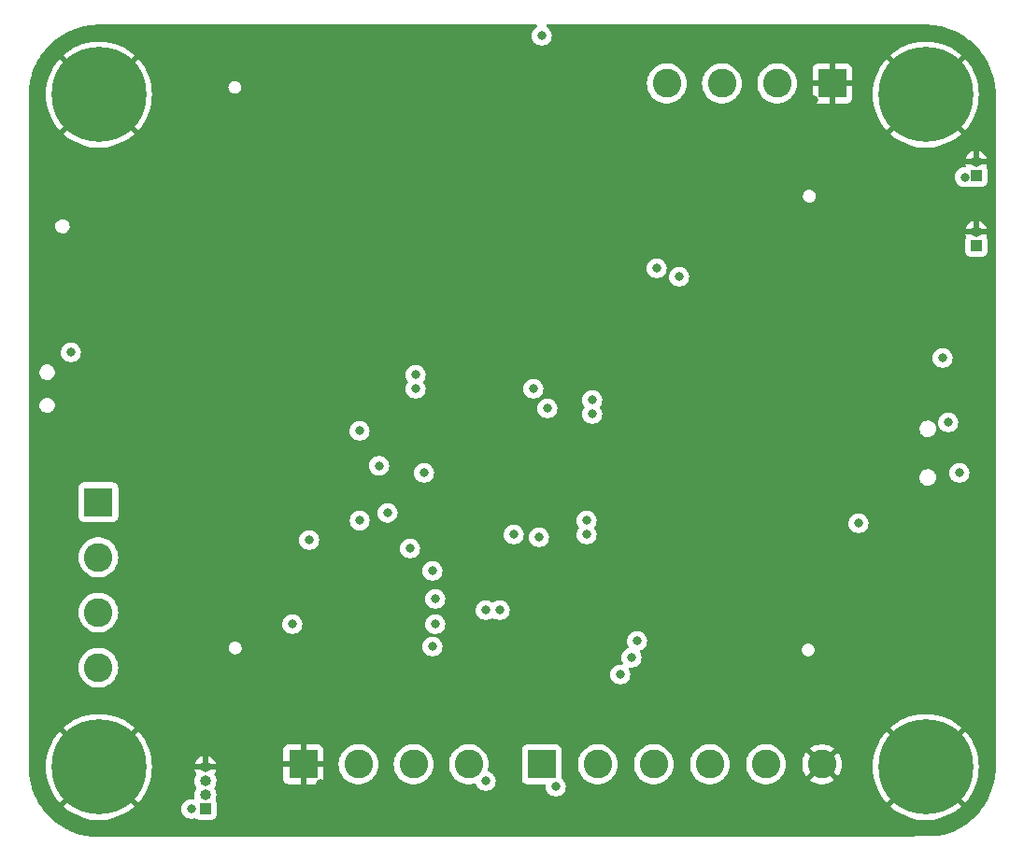
<source format=gbr>
%TF.GenerationSoftware,KiCad,Pcbnew,7.0.7*%
%TF.CreationDate,2023-10-17T18:40:51-05:00*%
%TF.ProjectId,stm32f405rgt6,73746d33-3266-4343-9035-726774362e6b,rev?*%
%TF.SameCoordinates,Original*%
%TF.FileFunction,Copper,L2,Inr*%
%TF.FilePolarity,Positive*%
%FSLAX46Y46*%
G04 Gerber Fmt 4.6, Leading zero omitted, Abs format (unit mm)*
G04 Created by KiCad (PCBNEW 7.0.7) date 2023-10-17 18:40:51*
%MOMM*%
%LPD*%
G01*
G04 APERTURE LIST*
%TA.AperFunction,ComponentPad*%
%ADD10C,0.900000*%
%TD*%
%TA.AperFunction,ComponentPad*%
%ADD11C,8.600000*%
%TD*%
%TA.AperFunction,ComponentPad*%
%ADD12R,1.000000X1.000000*%
%TD*%
%TA.AperFunction,ComponentPad*%
%ADD13O,1.000000X1.000000*%
%TD*%
%TA.AperFunction,ComponentPad*%
%ADD14R,2.600000X2.600000*%
%TD*%
%TA.AperFunction,ComponentPad*%
%ADD15C,2.600000*%
%TD*%
%TA.AperFunction,ViaPad*%
%ADD16C,0.800000*%
%TD*%
G04 APERTURE END LIST*
D10*
%TO.N,GND*%
%TO.C,H4*%
X202007000Y-128524000D03*
X202951581Y-126243581D03*
X202951581Y-130804419D03*
X205232000Y-125299000D03*
D11*
X205232000Y-128524000D03*
D10*
X205232000Y-131749000D03*
X207512419Y-126243581D03*
X207512419Y-130804419D03*
X208457000Y-128524000D03*
%TD*%
D12*
%TO.N,+5V*%
%TO.C,J7*%
X209804000Y-81280000D03*
D13*
%TO.N,GND*%
X209804000Y-80010000D03*
%TD*%
D10*
%TO.N,GND*%
%TO.C,H3*%
X127077000Y-128524000D03*
X128021581Y-126243581D03*
X128021581Y-130804419D03*
X130302000Y-125299000D03*
D11*
X130302000Y-128524000D03*
D10*
X130302000Y-131749000D03*
X132582419Y-126243581D03*
X132582419Y-130804419D03*
X133527000Y-128524000D03*
%TD*%
D14*
%TO.N,GND*%
%TO.C,I2C*%
X148830000Y-128270000D03*
D15*
%TO.N,I2C2_SCL*%
X153830000Y-128270000D03*
%TO.N,I2C2_SDA*%
X158830000Y-128270000D03*
%TO.N,+3.3V*%
X163830000Y-128270000D03*
%TD*%
D10*
%TO.N,GND*%
%TO.C,H1*%
X202007000Y-67564000D03*
X202951581Y-65283581D03*
X202951581Y-69844419D03*
X205232000Y-64339000D03*
D11*
X205232000Y-67564000D03*
D10*
X205232000Y-70789000D03*
X207512419Y-65283581D03*
X207512419Y-69844419D03*
X208457000Y-67564000D03*
%TD*%
D14*
%TO.N,GND*%
%TO.C,J8*%
X196770000Y-66548000D03*
D15*
%TO.N,CAN_TX*%
X191770000Y-66548000D03*
%TO.N,CAN_RX*%
X186770000Y-66548000D03*
%TO.N,+5V*%
X181770000Y-66548000D03*
%TD*%
D14*
%TO.N,LinPot4*%
%TO.C,Analog Inputs*%
X130251000Y-104514000D03*
D15*
%TO.N,LinPot3*%
X130251000Y-109514000D03*
%TO.N,LinPot2*%
X130251000Y-114514000D03*
%TO.N,LinPot1*%
X130251000Y-119514000D03*
%TD*%
D14*
%TO.N,+3.3V*%
%TO.C,SPI*%
X170434000Y-128270000D03*
D15*
%TO.N,SPI1_CS*%
X175514000Y-128270000D03*
%TO.N,SPI1_MOSI*%
X180594000Y-128270000D03*
%TO.N,SPI1_MISO*%
X185674000Y-128270000D03*
%TO.N,SPI1_SCK*%
X190754000Y-128270000D03*
%TO.N,GND*%
X195834000Y-128270000D03*
%TD*%
D12*
%TO.N,+3.3V*%
%TO.C,J1*%
X139954000Y-132334000D03*
D13*
%TO.N,USART2_RX*%
X139954000Y-131064000D03*
%TO.N,USART2_TX*%
X139954000Y-129794000D03*
%TO.N,GND*%
X139954000Y-128524000D03*
%TD*%
D10*
%TO.N,GND*%
%TO.C,H2*%
X127077000Y-67564000D03*
X128021581Y-65283581D03*
X128021581Y-69844419D03*
X130302000Y-64339000D03*
D11*
X130302000Y-67564000D03*
D10*
X130302000Y-70789000D03*
X132582419Y-65283581D03*
X132582419Y-69844419D03*
X133527000Y-67564000D03*
%TD*%
D12*
%TO.N,+3.3V*%
%TO.C,J9*%
X209804000Y-74930000D03*
D13*
%TO.N,GND*%
X209804000Y-73660000D03*
%TD*%
D16*
%TO.N,GND*%
X208280000Y-80010000D03*
%TO.N,+3.3V*%
X171704000Y-130302000D03*
X208788000Y-75042000D03*
X153935500Y-106183500D03*
X159004000Y-94234000D03*
X159004000Y-92964000D03*
X160528000Y-110744000D03*
X127762000Y-90932000D03*
X138684000Y-132334000D03*
X167894000Y-107442000D03*
X206756000Y-91440000D03*
X153924000Y-98044000D03*
X165354000Y-129794000D03*
X165354000Y-114300000D03*
X170434000Y-62230000D03*
X199136000Y-106426000D03*
X166624000Y-114300000D03*
X170942000Y-96012000D03*
%TO.N,GND*%
X170180000Y-109474000D03*
X206756000Y-86360000D03*
X154178000Y-101600000D03*
X206756000Y-88392000D03*
X173482000Y-96266000D03*
X194310000Y-130048000D03*
X163322000Y-62230000D03*
X148844000Y-104648000D03*
X161544000Y-92964000D03*
X206756000Y-89916000D03*
X148336000Y-100584000D03*
X124714000Y-77978000D03*
X160528000Y-105918000D03*
X197104000Y-106426000D03*
X208168000Y-73660000D03*
X195072000Y-68072000D03*
X127762000Y-97282000D03*
X161544000Y-94234000D03*
X138430000Y-128524000D03*
X190246000Y-97790000D03*
X152654000Y-97790000D03*
X150368000Y-130048000D03*
X202692000Y-97790000D03*
%TO.N,USART2_TX*%
X156464000Y-105488000D03*
X147828000Y-115570000D03*
%TO.N,SWCLK*%
X175006000Y-96520000D03*
X169672000Y-94234000D03*
%TO.N,SWO*%
X175006000Y-95250000D03*
X170180000Y-107696000D03*
%TO.N,unconnected-(J4-Shield-Pad6)*%
X208280000Y-101854000D03*
X207264000Y-97282000D03*
%TO.N,SPI1_MOSI*%
X177546000Y-120142000D03*
X160528000Y-117602000D03*
%TO.N,SPI1_MISO*%
X178562000Y-118618000D03*
X160782000Y-115570000D03*
%TO.N,SPI1_SCK*%
X179070000Y-117094000D03*
X160782000Y-113284000D03*
%TO.N,LinPot2*%
X155702000Y-101212500D03*
X149352000Y-107950000D03*
%TO.N,LinPot1*%
X159766000Y-101854000D03*
X158496000Y-108712000D03*
%TO.N,CAN_TX*%
X180848000Y-83312000D03*
X174498000Y-106172000D03*
%TO.N,CAN_RX*%
X174498000Y-107442000D03*
X182880000Y-84074000D03*
%TD*%
%TA.AperFunction,Conductor*%
%TO.N,GND*%
G36*
X128648961Y-129925997D02*
G01*
X128701815Y-129963924D01*
X128727027Y-129994914D01*
X128727030Y-129994916D01*
X128727031Y-129994918D01*
X128760076Y-130025780D01*
X128869876Y-130128327D01*
X128905435Y-130188471D01*
X128902832Y-130258292D01*
X128872920Y-130306631D01*
X128484700Y-130694851D01*
X128423377Y-130728336D01*
X128353685Y-130723352D01*
X128297752Y-130681480D01*
X128286021Y-130662447D01*
X128265133Y-130620497D01*
X128265131Y-130620495D01*
X128182247Y-130544934D01*
X128176091Y-130542550D01*
X128120688Y-130499978D01*
X128097097Y-130434212D01*
X128112807Y-130366131D01*
X128133202Y-130339242D01*
X128517946Y-129954498D01*
X128579269Y-129921013D01*
X128648961Y-129925997D01*
G37*
%TD.AperFunction*%
%TA.AperFunction,Conductor*%
G36*
X132086052Y-129954499D02*
G01*
X132472156Y-130340602D01*
X132505641Y-130401925D01*
X132500657Y-130471616D01*
X132458786Y-130527550D01*
X132449754Y-130533709D01*
X132376809Y-130578875D01*
X132302293Y-130677551D01*
X132298895Y-130674985D01*
X132266516Y-130709854D01*
X132198839Y-130727222D01*
X132132517Y-130705243D01*
X132115423Y-130690976D01*
X131731078Y-130306631D01*
X131697593Y-130245308D01*
X131702577Y-130175616D01*
X131734121Y-130128328D01*
X131876969Y-129994918D01*
X131902185Y-129963924D01*
X131959758Y-129924345D01*
X132029594Y-129922175D01*
X132086052Y-129954499D01*
G37*
%TD.AperFunction*%
%TA.AperFunction,Conductor*%
G36*
X132250312Y-126324645D02*
G01*
X132306246Y-126366516D01*
X132317979Y-126385555D01*
X132338866Y-126427502D01*
X132338867Y-126427503D01*
X132421753Y-126503065D01*
X132427907Y-126505449D01*
X132483309Y-126548022D01*
X132506900Y-126613788D01*
X132491189Y-126681869D01*
X132470795Y-126708757D01*
X132086052Y-127093499D01*
X132024729Y-127126984D01*
X131955037Y-127122000D01*
X131902184Y-127084074D01*
X131876972Y-127053086D01*
X131876973Y-127053086D01*
X131876969Y-127053082D01*
X131799462Y-126980695D01*
X131734122Y-126919671D01*
X131698563Y-126859527D01*
X131701166Y-126789706D01*
X131731078Y-126741367D01*
X132119298Y-126353146D01*
X132180621Y-126319661D01*
X132250312Y-126324645D01*
G37*
%TD.AperFunction*%
%TA.AperFunction,Conductor*%
G36*
X128471223Y-126342577D02*
G01*
X128488576Y-126357023D01*
X128872921Y-126741368D01*
X128906406Y-126802691D01*
X128901422Y-126872383D01*
X128869877Y-126919672D01*
X128727026Y-127053086D01*
X128701815Y-127084075D01*
X128644237Y-127123655D01*
X128574401Y-127125823D01*
X128517947Y-127093500D01*
X128131843Y-126707397D01*
X128098358Y-126646074D01*
X128103342Y-126576383D01*
X128145213Y-126520449D01*
X128154239Y-126514294D01*
X128227191Y-126469124D01*
X128294782Y-126379619D01*
X128294781Y-126379619D01*
X128301707Y-126370449D01*
X128305128Y-126373032D01*
X128337212Y-126338306D01*
X128404844Y-126320767D01*
X128471223Y-126342577D01*
G37*
%TD.AperFunction*%
%TA.AperFunction,Conductor*%
G36*
X203578961Y-129925997D02*
G01*
X203631815Y-129963924D01*
X203657027Y-129994914D01*
X203657030Y-129994916D01*
X203657031Y-129994918D01*
X203690076Y-130025780D01*
X203799876Y-130128327D01*
X203835435Y-130188471D01*
X203832832Y-130258292D01*
X203802920Y-130306631D01*
X203414700Y-130694851D01*
X203353377Y-130728336D01*
X203283685Y-130723352D01*
X203227752Y-130681480D01*
X203216021Y-130662447D01*
X203195133Y-130620497D01*
X203195131Y-130620495D01*
X203112247Y-130544934D01*
X203106091Y-130542550D01*
X203050688Y-130499978D01*
X203027097Y-130434212D01*
X203042807Y-130366131D01*
X203063202Y-130339242D01*
X203447946Y-129954498D01*
X203509269Y-129921013D01*
X203578961Y-129925997D01*
G37*
%TD.AperFunction*%
%TA.AperFunction,Conductor*%
G36*
X207016052Y-129954499D02*
G01*
X207402156Y-130340602D01*
X207435641Y-130401925D01*
X207430657Y-130471616D01*
X207388786Y-130527550D01*
X207379754Y-130533709D01*
X207306809Y-130578875D01*
X207232293Y-130677551D01*
X207228895Y-130674985D01*
X207196516Y-130709854D01*
X207128839Y-130727222D01*
X207062517Y-130705243D01*
X207045423Y-130690976D01*
X206661078Y-130306631D01*
X206627593Y-130245308D01*
X206632577Y-130175616D01*
X206664121Y-130128328D01*
X206806969Y-129994918D01*
X206832185Y-129963924D01*
X206889758Y-129924345D01*
X206959594Y-129922175D01*
X207016052Y-129954499D01*
G37*
%TD.AperFunction*%
%TA.AperFunction,Conductor*%
G36*
X207180312Y-126324645D02*
G01*
X207236246Y-126366516D01*
X207247979Y-126385555D01*
X207268866Y-126427502D01*
X207268867Y-126427503D01*
X207351753Y-126503065D01*
X207357907Y-126505449D01*
X207413309Y-126548022D01*
X207436900Y-126613788D01*
X207421189Y-126681869D01*
X207400795Y-126708757D01*
X207016052Y-127093499D01*
X206954729Y-127126984D01*
X206885037Y-127122000D01*
X206832184Y-127084074D01*
X206806972Y-127053086D01*
X206806973Y-127053086D01*
X206806969Y-127053082D01*
X206729462Y-126980695D01*
X206664122Y-126919671D01*
X206628563Y-126859527D01*
X206631166Y-126789706D01*
X206661078Y-126741367D01*
X207049298Y-126353146D01*
X207110621Y-126319661D01*
X207180312Y-126324645D01*
G37*
%TD.AperFunction*%
%TA.AperFunction,Conductor*%
G36*
X203401223Y-126342577D02*
G01*
X203418576Y-126357023D01*
X203802921Y-126741368D01*
X203836406Y-126802691D01*
X203831422Y-126872383D01*
X203799877Y-126919672D01*
X203657026Y-127053086D01*
X203631815Y-127084075D01*
X203574237Y-127123655D01*
X203504401Y-127125823D01*
X203447947Y-127093500D01*
X203061843Y-126707397D01*
X203028358Y-126646074D01*
X203033342Y-126576383D01*
X203075213Y-126520449D01*
X203084239Y-126514294D01*
X203157191Y-126469124D01*
X203224782Y-126379619D01*
X203224781Y-126379619D01*
X203231707Y-126370449D01*
X203235128Y-126373032D01*
X203267212Y-126338306D01*
X203334844Y-126320767D01*
X203401223Y-126342577D01*
G37*
%TD.AperFunction*%
%TA.AperFunction,Conductor*%
G36*
X128648961Y-68965997D02*
G01*
X128701815Y-69003924D01*
X128727027Y-69034914D01*
X128869876Y-69168327D01*
X128905435Y-69228471D01*
X128902832Y-69298292D01*
X128872920Y-69346631D01*
X128484700Y-69734851D01*
X128423377Y-69768336D01*
X128353685Y-69763352D01*
X128297752Y-69721480D01*
X128286021Y-69702447D01*
X128265133Y-69660497D01*
X128265131Y-69660495D01*
X128182247Y-69584934D01*
X128176091Y-69582550D01*
X128120688Y-69539978D01*
X128097097Y-69474212D01*
X128112807Y-69406131D01*
X128133202Y-69379242D01*
X128517946Y-68994498D01*
X128579269Y-68961013D01*
X128648961Y-68965997D01*
G37*
%TD.AperFunction*%
%TA.AperFunction,Conductor*%
G36*
X132086052Y-68994499D02*
G01*
X132472156Y-69380602D01*
X132505641Y-69441925D01*
X132500657Y-69511616D01*
X132458786Y-69567550D01*
X132449754Y-69573709D01*
X132376809Y-69618875D01*
X132302293Y-69717551D01*
X132298895Y-69714985D01*
X132266516Y-69749854D01*
X132198839Y-69767222D01*
X132132517Y-69745243D01*
X132115423Y-69730976D01*
X131731078Y-69346631D01*
X131697593Y-69285308D01*
X131702577Y-69215616D01*
X131734121Y-69168328D01*
X131876969Y-69034918D01*
X131902185Y-69003924D01*
X131959758Y-68964345D01*
X132029594Y-68962175D01*
X132086052Y-68994499D01*
G37*
%TD.AperFunction*%
%TA.AperFunction,Conductor*%
G36*
X132250312Y-65364645D02*
G01*
X132306246Y-65406516D01*
X132317979Y-65425555D01*
X132338866Y-65467502D01*
X132338867Y-65467503D01*
X132421753Y-65543065D01*
X132427907Y-65545449D01*
X132483309Y-65588022D01*
X132506900Y-65653788D01*
X132491189Y-65721869D01*
X132470795Y-65748757D01*
X132086052Y-66133499D01*
X132024729Y-66166984D01*
X131955037Y-66162000D01*
X131902184Y-66124074D01*
X131876972Y-66093086D01*
X131876973Y-66093086D01*
X131876969Y-66093082D01*
X131749329Y-65973874D01*
X131734122Y-65959671D01*
X131698563Y-65899527D01*
X131701166Y-65829706D01*
X131731078Y-65781367D01*
X132119298Y-65393146D01*
X132180621Y-65359661D01*
X132250312Y-65364645D01*
G37*
%TD.AperFunction*%
%TA.AperFunction,Conductor*%
G36*
X128471223Y-65382577D02*
G01*
X128488576Y-65397023D01*
X128872921Y-65781368D01*
X128906406Y-65842691D01*
X128901422Y-65912383D01*
X128869877Y-65959672D01*
X128727026Y-66093086D01*
X128701815Y-66124075D01*
X128644237Y-66163655D01*
X128574401Y-66165823D01*
X128517947Y-66133500D01*
X128131843Y-65747397D01*
X128098358Y-65686074D01*
X128103342Y-65616383D01*
X128145213Y-65560449D01*
X128154239Y-65554294D01*
X128227191Y-65509124D01*
X128294782Y-65419619D01*
X128294781Y-65419619D01*
X128301707Y-65410449D01*
X128305128Y-65413032D01*
X128337212Y-65378306D01*
X128404844Y-65360767D01*
X128471223Y-65382577D01*
G37*
%TD.AperFunction*%
%TA.AperFunction,Conductor*%
G36*
X203578961Y-68965997D02*
G01*
X203631815Y-69003924D01*
X203657027Y-69034914D01*
X203799876Y-69168327D01*
X203835435Y-69228471D01*
X203832832Y-69298292D01*
X203802920Y-69346631D01*
X203414700Y-69734851D01*
X203353377Y-69768336D01*
X203283685Y-69763352D01*
X203227752Y-69721480D01*
X203216021Y-69702447D01*
X203195133Y-69660497D01*
X203195131Y-69660495D01*
X203112247Y-69584934D01*
X203106091Y-69582550D01*
X203050688Y-69539978D01*
X203027097Y-69474212D01*
X203042807Y-69406131D01*
X203063202Y-69379242D01*
X203447946Y-68994498D01*
X203509269Y-68961013D01*
X203578961Y-68965997D01*
G37*
%TD.AperFunction*%
%TA.AperFunction,Conductor*%
G36*
X207016052Y-68994499D02*
G01*
X207402156Y-69380602D01*
X207435641Y-69441925D01*
X207430657Y-69511616D01*
X207388786Y-69567550D01*
X207379754Y-69573709D01*
X207306809Y-69618875D01*
X207232293Y-69717551D01*
X207228895Y-69714985D01*
X207196516Y-69749854D01*
X207128839Y-69767222D01*
X207062517Y-69745243D01*
X207045423Y-69730976D01*
X206661078Y-69346631D01*
X206627593Y-69285308D01*
X206632577Y-69215616D01*
X206664121Y-69168328D01*
X206806969Y-69034918D01*
X206832185Y-69003924D01*
X206889758Y-68964345D01*
X206959594Y-68962175D01*
X207016052Y-68994499D01*
G37*
%TD.AperFunction*%
%TA.AperFunction,Conductor*%
G36*
X207180312Y-65364645D02*
G01*
X207236246Y-65406516D01*
X207247979Y-65425555D01*
X207268866Y-65467502D01*
X207268867Y-65467503D01*
X207351753Y-65543065D01*
X207357907Y-65545449D01*
X207413309Y-65588022D01*
X207436900Y-65653788D01*
X207421189Y-65721869D01*
X207400795Y-65748757D01*
X207016052Y-66133499D01*
X206954729Y-66166984D01*
X206885037Y-66162000D01*
X206832184Y-66124074D01*
X206806972Y-66093086D01*
X206806973Y-66093086D01*
X206806969Y-66093082D01*
X206679329Y-65973874D01*
X206664122Y-65959671D01*
X206628563Y-65899527D01*
X206631166Y-65829706D01*
X206661078Y-65781367D01*
X207049298Y-65393146D01*
X207110621Y-65359661D01*
X207180312Y-65364645D01*
G37*
%TD.AperFunction*%
%TA.AperFunction,Conductor*%
G36*
X203401223Y-65382577D02*
G01*
X203418576Y-65397023D01*
X203802921Y-65781368D01*
X203836406Y-65842691D01*
X203831422Y-65912383D01*
X203799877Y-65959672D01*
X203657026Y-66093086D01*
X203631815Y-66124075D01*
X203574237Y-66163655D01*
X203504401Y-66165823D01*
X203447947Y-66133500D01*
X203061843Y-65747397D01*
X203028358Y-65686074D01*
X203033342Y-65616383D01*
X203075213Y-65560449D01*
X203084239Y-65554294D01*
X203157191Y-65509124D01*
X203224782Y-65419619D01*
X203224781Y-65419619D01*
X203231707Y-65410449D01*
X203235128Y-65413032D01*
X203267212Y-65378306D01*
X203334844Y-65360767D01*
X203401223Y-65382577D01*
G37*
%TD.AperFunction*%
%TA.AperFunction,Conductor*%
G36*
X169986243Y-61234185D02*
G01*
X170031998Y-61286989D01*
X170041942Y-61356147D01*
X170012917Y-61419703D01*
X169986282Y-61441693D01*
X169986527Y-61442029D01*
X169828129Y-61557111D01*
X169701466Y-61697785D01*
X169606821Y-61861715D01*
X169606818Y-61861722D01*
X169548327Y-62041740D01*
X169548326Y-62041744D01*
X169528540Y-62230000D01*
X169548326Y-62418256D01*
X169548327Y-62418259D01*
X169606818Y-62598277D01*
X169606821Y-62598284D01*
X169701467Y-62762216D01*
X169807187Y-62879630D01*
X169828129Y-62902888D01*
X169981265Y-63014148D01*
X169981270Y-63014151D01*
X170154192Y-63091142D01*
X170154197Y-63091144D01*
X170339354Y-63130500D01*
X170339355Y-63130500D01*
X170528644Y-63130500D01*
X170528646Y-63130500D01*
X170713803Y-63091144D01*
X170886730Y-63014151D01*
X171039871Y-62902888D01*
X171166533Y-62762216D01*
X171261179Y-62598284D01*
X171319674Y-62418256D01*
X171339460Y-62230000D01*
X171319674Y-62041744D01*
X171261179Y-61861716D01*
X171166533Y-61697784D01*
X171039871Y-61557112D01*
X171039870Y-61557111D01*
X170881473Y-61442029D01*
X170882184Y-61441049D01*
X170838582Y-61395323D01*
X170825357Y-61326717D01*
X170851323Y-61261851D01*
X170908236Y-61221321D01*
X170948796Y-61214500D01*
X205231500Y-61214500D01*
X205232000Y-61214500D01*
X205498871Y-61224485D01*
X205709581Y-61232764D01*
X205714032Y-61233102D01*
X205968138Y-61261734D01*
X206193099Y-61288360D01*
X206197303Y-61289006D01*
X206445490Y-61335965D01*
X206670986Y-61380819D01*
X206674853Y-61381721D01*
X206838591Y-61425595D01*
X206917597Y-61446765D01*
X207006742Y-61471906D01*
X207140278Y-61509567D01*
X207143911Y-61510713D01*
X207380529Y-61593510D01*
X207598363Y-61673873D01*
X207601650Y-61675195D01*
X207790711Y-61757682D01*
X207831126Y-61775315D01*
X208042484Y-61872752D01*
X208045428Y-61874207D01*
X208266672Y-61991138D01*
X208470027Y-62105023D01*
X208472662Y-62106587D01*
X208669073Y-62230000D01*
X208684474Y-62239677D01*
X208878495Y-62369318D01*
X208880867Y-62370984D01*
X209082107Y-62519507D01*
X209180293Y-62596910D01*
X209266573Y-62664927D01*
X209457198Y-62828973D01*
X209629731Y-62988461D01*
X209807538Y-63166268D01*
X209967025Y-63338800D01*
X210131055Y-63529407D01*
X210131073Y-63529427D01*
X210276492Y-63713892D01*
X210425014Y-63915131D01*
X210426680Y-63917503D01*
X210556322Y-64111525D01*
X210689390Y-64323302D01*
X210690988Y-64325993D01*
X210804869Y-64529343D01*
X210823473Y-64564543D01*
X210921777Y-64750542D01*
X210923254Y-64753530D01*
X210946820Y-64804649D01*
X211020684Y-64964873D01*
X211120796Y-65194333D01*
X211122138Y-65197667D01*
X211202490Y-65415472D01*
X211285285Y-65652086D01*
X211286436Y-65655735D01*
X211349234Y-65878402D01*
X211414270Y-66121118D01*
X211415191Y-66125071D01*
X211439689Y-66248231D01*
X211459602Y-66348338D01*
X211460033Y-66350505D01*
X211470615Y-66406428D01*
X211506989Y-66598677D01*
X211507640Y-66602917D01*
X211534283Y-66828014D01*
X211562894Y-67081951D01*
X211563237Y-67086460D01*
X211571516Y-67297185D01*
X211581500Y-67564000D01*
X211581500Y-128524000D01*
X211571516Y-128790814D01*
X211563237Y-129001538D01*
X211562895Y-129006047D01*
X211534283Y-129259985D01*
X211507640Y-129485081D01*
X211506989Y-129489321D01*
X211480540Y-129629113D01*
X211460068Y-129737317D01*
X211460043Y-129737447D01*
X211415191Y-129962927D01*
X211414270Y-129966880D01*
X211349234Y-130209597D01*
X211286436Y-130432263D01*
X211285285Y-130435911D01*
X211202490Y-130672527D01*
X211122138Y-130890331D01*
X211120796Y-130893665D01*
X211020684Y-131123127D01*
X210923259Y-131334458D01*
X210921769Y-131337472D01*
X210804869Y-131558656D01*
X210690988Y-131762005D01*
X210689390Y-131764696D01*
X210556322Y-131976474D01*
X210426680Y-132170495D01*
X210425014Y-132172867D01*
X210276492Y-132374107D01*
X210131073Y-132558572D01*
X209967026Y-132749198D01*
X209807538Y-132921731D01*
X209629731Y-133099538D01*
X209457198Y-133259026D01*
X209266572Y-133423073D01*
X209082107Y-133568492D01*
X208880867Y-133717014D01*
X208878495Y-133718680D01*
X208684474Y-133848322D01*
X208472696Y-133981390D01*
X208470005Y-133982988D01*
X208266656Y-134096869D01*
X208045472Y-134213769D01*
X208042458Y-134215259D01*
X207831127Y-134312684D01*
X207601665Y-134412796D01*
X207598331Y-134414138D01*
X207380527Y-134494490D01*
X207143911Y-134577285D01*
X207140263Y-134578436D01*
X206917597Y-134641234D01*
X206674880Y-134706270D01*
X206670927Y-134707192D01*
X206445445Y-134752043D01*
X206300337Y-134779497D01*
X206280017Y-134781629D01*
X202111437Y-134873500D01*
X130302000Y-134873500D01*
X130035185Y-134863516D01*
X129824460Y-134855237D01*
X129819951Y-134854894D01*
X129566014Y-134826283D01*
X129340917Y-134799640D01*
X129336677Y-134798989D01*
X129088599Y-134752051D01*
X128986231Y-134731689D01*
X128863071Y-134707191D01*
X128859118Y-134706270D01*
X128616402Y-134641234D01*
X128393735Y-134578436D01*
X128390086Y-134577285D01*
X128153472Y-134494490D01*
X128026301Y-134447574D01*
X127935660Y-134414135D01*
X127932333Y-134412796D01*
X127702873Y-134312684D01*
X127556309Y-134245118D01*
X127491530Y-134215254D01*
X127488542Y-134213777D01*
X127372250Y-134152314D01*
X127267343Y-134096869D01*
X127063993Y-133982988D01*
X127061302Y-133981390D01*
X126849525Y-133848322D01*
X126655503Y-133718680D01*
X126653131Y-133717014D01*
X126451892Y-133568492D01*
X126325287Y-133468685D01*
X126267421Y-133423067D01*
X126076801Y-133259026D01*
X125904268Y-133099538D01*
X125726461Y-132921731D01*
X125566973Y-132749198D01*
X125526594Y-132702277D01*
X125402927Y-132558572D01*
X125334910Y-132472293D01*
X125257507Y-132374107D01*
X125108984Y-132172867D01*
X125107318Y-132170495D01*
X124977677Y-131976474D01*
X124970921Y-131965722D01*
X124844587Y-131764662D01*
X124843023Y-131762027D01*
X124729130Y-131558656D01*
X124724475Y-131549848D01*
X124612207Y-131337428D01*
X124610752Y-131334484D01*
X124513315Y-131123126D01*
X124427900Y-130927354D01*
X124413195Y-130893650D01*
X124411873Y-130890363D01*
X124331503Y-130672510D01*
X124330058Y-130668381D01*
X124248713Y-130435911D01*
X124247567Y-130432278D01*
X124184765Y-130209597D01*
X124148904Y-130075764D01*
X124119721Y-129966853D01*
X124118819Y-129962986D01*
X124073957Y-129737447D01*
X124027006Y-129489303D01*
X124026360Y-129485099D01*
X123999734Y-129260138D01*
X123971102Y-129006032D01*
X123970764Y-129001581D01*
X123962479Y-128790710D01*
X123962402Y-128788659D01*
X123952500Y-128524000D01*
X125497162Y-128524000D01*
X125516504Y-128954692D01*
X125516505Y-128954701D01*
X125574378Y-129381938D01*
X125670313Y-129802258D01*
X125803542Y-130212296D01*
X125803545Y-130212304D01*
X125972985Y-130608730D01*
X125972989Y-130608738D01*
X126177294Y-130988399D01*
X126414799Y-131348207D01*
X126414800Y-131348208D01*
X126683608Y-131685282D01*
X126734223Y-131738221D01*
X127558460Y-130913984D01*
X127619783Y-130880499D01*
X127689474Y-130885483D01*
X127745408Y-130927354D01*
X127757141Y-130946393D01*
X127778028Y-130988340D01*
X127778029Y-130988341D01*
X127860915Y-131063903D01*
X127867069Y-131066287D01*
X127922471Y-131108860D01*
X127946062Y-131174626D01*
X127930351Y-131242707D01*
X127909957Y-131269595D01*
X127088877Y-132090675D01*
X127306227Y-132280569D01*
X127306244Y-132280582D01*
X127655024Y-132533986D01*
X128025140Y-132755120D01*
X128025146Y-132755123D01*
X128413569Y-132942178D01*
X128413583Y-132942184D01*
X128817209Y-133093667D01*
X128817234Y-133093675D01*
X129232816Y-133208369D01*
X129657023Y-133285351D01*
X130086435Y-133323999D01*
X130086438Y-133324000D01*
X130517562Y-133324000D01*
X130517564Y-133323999D01*
X130946976Y-133285351D01*
X131371183Y-133208369D01*
X131786765Y-133093675D01*
X131786790Y-133093667D01*
X132190416Y-132942184D01*
X132190430Y-132942178D01*
X132578853Y-132755123D01*
X132578859Y-132755120D01*
X132948975Y-132533986D01*
X133224232Y-132334000D01*
X137778540Y-132334000D01*
X137798326Y-132522256D01*
X137798327Y-132522259D01*
X137856818Y-132702277D01*
X137856821Y-132702284D01*
X137951467Y-132866216D01*
X138019237Y-132941482D01*
X138078129Y-133006888D01*
X138231265Y-133118148D01*
X138231270Y-133118151D01*
X138404192Y-133195142D01*
X138404197Y-133195144D01*
X138589354Y-133234500D01*
X138589355Y-133234500D01*
X138778644Y-133234500D01*
X138778646Y-133234500D01*
X138963803Y-133195144D01*
X138983509Y-133186369D01*
X139052757Y-133177083D01*
X139108257Y-133200382D01*
X139211664Y-133277793D01*
X139211671Y-133277797D01*
X139346517Y-133328091D01*
X139346516Y-133328091D01*
X139353444Y-133328835D01*
X139406127Y-133334500D01*
X140501872Y-133334499D01*
X140561483Y-133328091D01*
X140696331Y-133277796D01*
X140811546Y-133191546D01*
X140897796Y-133076331D01*
X140948091Y-132941483D01*
X140954500Y-132881873D01*
X140954499Y-131786128D01*
X140948091Y-131726517D01*
X140932711Y-131685282D01*
X140897797Y-131591672D01*
X140897796Y-131591669D01*
X140891767Y-131583615D01*
X140867351Y-131518154D01*
X140880895Y-131454525D01*
X140880483Y-131454355D01*
X140881406Y-131452124D01*
X140881677Y-131450853D01*
X140882814Y-131448727D01*
X140940024Y-131260132D01*
X140959341Y-131064000D01*
X140940024Y-130867868D01*
X140882814Y-130679273D01*
X140789910Y-130505462D01*
X140789907Y-130505458D01*
X140786523Y-130500393D01*
X140788164Y-130499296D01*
X140764405Y-130443361D01*
X140776194Y-130374493D01*
X140786888Y-130357851D01*
X140786523Y-130357607D01*
X140789904Y-130352544D01*
X140789910Y-130352538D01*
X140882814Y-130178727D01*
X140940024Y-129990132D01*
X140959341Y-129794000D01*
X140941991Y-129617844D01*
X147030000Y-129617844D01*
X147036401Y-129677372D01*
X147036403Y-129677379D01*
X147086645Y-129812086D01*
X147086649Y-129812093D01*
X147172809Y-129927187D01*
X147172812Y-129927190D01*
X147287906Y-130013350D01*
X147287913Y-130013354D01*
X147422620Y-130063596D01*
X147422627Y-130063598D01*
X147482155Y-130069999D01*
X147482172Y-130070000D01*
X148580000Y-130070000D01*
X148580000Y-129036753D01*
X148599685Y-128969714D01*
X148652489Y-128923959D01*
X148721647Y-128914015D01*
X148734816Y-128916644D01*
X148747886Y-128920000D01*
X148747890Y-128920000D01*
X148870892Y-128920000D01*
X148870894Y-128920000D01*
X148870899Y-128919999D01*
X148870903Y-128919999D01*
X148918270Y-128914015D01*
X148940458Y-128911212D01*
X149009436Y-128922338D01*
X149061448Y-128968991D01*
X149080000Y-129034234D01*
X149080000Y-130070000D01*
X150177828Y-130070000D01*
X150177844Y-130069999D01*
X150237372Y-130063598D01*
X150237379Y-130063596D01*
X150372086Y-130013354D01*
X150372093Y-130013350D01*
X150487187Y-129927190D01*
X150487190Y-129927187D01*
X150573350Y-129812093D01*
X150573354Y-129812086D01*
X150623596Y-129677379D01*
X150623598Y-129677372D01*
X150629999Y-129617844D01*
X150630000Y-129617827D01*
X150630000Y-128520000D01*
X149593921Y-128520000D01*
X149526882Y-128500315D01*
X149481127Y-128447511D01*
X149471183Y-128378353D01*
X149472117Y-128372766D01*
X149478352Y-128340078D01*
X149483873Y-128311138D01*
X149481285Y-128270004D01*
X152024451Y-128270004D01*
X152044616Y-128539101D01*
X152104664Y-128802188D01*
X152104666Y-128802195D01*
X152195735Y-129034234D01*
X152203257Y-129053398D01*
X152338185Y-129287102D01*
X152448731Y-129425722D01*
X152506442Y-129498089D01*
X152693183Y-129671358D01*
X152704259Y-129681635D01*
X152927226Y-129833651D01*
X153170359Y-129950738D01*
X153428228Y-130030280D01*
X153428229Y-130030280D01*
X153428232Y-130030281D01*
X153695063Y-130070499D01*
X153695068Y-130070499D01*
X153695071Y-130070500D01*
X153695072Y-130070500D01*
X153964928Y-130070500D01*
X153964929Y-130070500D01*
X153964936Y-130070499D01*
X154231767Y-130030281D01*
X154231768Y-130030280D01*
X154231772Y-130030280D01*
X154489641Y-129950738D01*
X154732775Y-129833651D01*
X154955741Y-129681635D01*
X155153561Y-129498085D01*
X155321815Y-129287102D01*
X155456743Y-129053398D01*
X155555334Y-128802195D01*
X155615383Y-128539103D01*
X155627429Y-128378353D01*
X155635549Y-128270004D01*
X157024451Y-128270004D01*
X157044616Y-128539101D01*
X157104664Y-128802188D01*
X157104666Y-128802195D01*
X157195735Y-129034234D01*
X157203257Y-129053398D01*
X157338185Y-129287102D01*
X157448731Y-129425722D01*
X157506442Y-129498089D01*
X157693183Y-129671358D01*
X157704259Y-129681635D01*
X157927226Y-129833651D01*
X158170359Y-129950738D01*
X158428228Y-130030280D01*
X158428229Y-130030280D01*
X158428232Y-130030281D01*
X158695063Y-130070499D01*
X158695068Y-130070499D01*
X158695071Y-130070500D01*
X158695072Y-130070500D01*
X158964928Y-130070500D01*
X158964929Y-130070500D01*
X158964936Y-130070499D01*
X159231767Y-130030281D01*
X159231768Y-130030280D01*
X159231772Y-130030280D01*
X159489641Y-129950738D01*
X159732775Y-129833651D01*
X159955741Y-129681635D01*
X160153561Y-129498085D01*
X160321815Y-129287102D01*
X160456743Y-129053398D01*
X160555334Y-128802195D01*
X160615383Y-128539103D01*
X160627429Y-128378353D01*
X160635549Y-128270004D01*
X162024451Y-128270004D01*
X162044616Y-128539101D01*
X162104664Y-128802188D01*
X162104666Y-128802195D01*
X162195735Y-129034234D01*
X162203257Y-129053398D01*
X162338185Y-129287102D01*
X162448731Y-129425722D01*
X162506442Y-129498089D01*
X162693183Y-129671358D01*
X162704259Y-129681635D01*
X162927226Y-129833651D01*
X163170359Y-129950738D01*
X163428228Y-130030280D01*
X163428229Y-130030280D01*
X163428232Y-130030281D01*
X163695063Y-130070499D01*
X163695068Y-130070499D01*
X163695071Y-130070500D01*
X163695072Y-130070500D01*
X163964928Y-130070500D01*
X163964929Y-130070500D01*
X163964936Y-130070499D01*
X164231767Y-130030281D01*
X164231768Y-130030280D01*
X164231772Y-130030280D01*
X164344227Y-129995591D01*
X164414090Y-129994642D01*
X164473377Y-130031613D01*
X164498708Y-130075764D01*
X164526819Y-130162280D01*
X164526821Y-130162284D01*
X164621467Y-130326216D01*
X164716966Y-130432278D01*
X164748129Y-130466888D01*
X164901265Y-130578148D01*
X164901270Y-130578151D01*
X165074192Y-130655142D01*
X165074197Y-130655144D01*
X165259354Y-130694500D01*
X165259355Y-130694500D01*
X165448644Y-130694500D01*
X165448646Y-130694500D01*
X165633803Y-130655144D01*
X165806730Y-130578151D01*
X165959871Y-130466888D01*
X166086533Y-130326216D01*
X166181179Y-130162284D01*
X166239674Y-129982256D01*
X166259460Y-129794000D01*
X166240948Y-129617870D01*
X168633500Y-129617870D01*
X168633501Y-129617876D01*
X168639908Y-129677483D01*
X168690202Y-129812328D01*
X168690206Y-129812335D01*
X168776452Y-129927544D01*
X168776455Y-129927547D01*
X168891664Y-130013793D01*
X168891671Y-130013797D01*
X169026517Y-130064091D01*
X169026516Y-130064091D01*
X169033444Y-130064835D01*
X169086127Y-130070500D01*
X170685155Y-130070499D01*
X170752194Y-130090184D01*
X170797949Y-130142987D01*
X170808476Y-130207460D01*
X170807968Y-130212296D01*
X170798540Y-130302000D01*
X170818326Y-130490256D01*
X170818327Y-130490259D01*
X170876818Y-130670277D01*
X170876821Y-130670284D01*
X170971467Y-130834216D01*
X171067127Y-130940457D01*
X171098129Y-130974888D01*
X171251265Y-131086148D01*
X171251270Y-131086151D01*
X171424192Y-131163142D01*
X171424197Y-131163144D01*
X171609354Y-131202500D01*
X171609355Y-131202500D01*
X171798644Y-131202500D01*
X171798646Y-131202500D01*
X171983803Y-131163144D01*
X172156730Y-131086151D01*
X172309871Y-130974888D01*
X172436533Y-130834216D01*
X172531179Y-130670284D01*
X172589674Y-130490256D01*
X172609460Y-130302000D01*
X172589674Y-130113744D01*
X172531179Y-129933716D01*
X172436533Y-129769784D01*
X172309871Y-129629112D01*
X172285612Y-129611486D01*
X172242948Y-129556158D01*
X172234499Y-129511170D01*
X172234499Y-128270004D01*
X173708451Y-128270004D01*
X173728616Y-128539101D01*
X173788664Y-128802188D01*
X173788666Y-128802195D01*
X173879735Y-129034234D01*
X173887257Y-129053398D01*
X174022185Y-129287102D01*
X174132731Y-129425722D01*
X174190442Y-129498089D01*
X174377183Y-129671358D01*
X174388259Y-129681635D01*
X174611226Y-129833651D01*
X174854359Y-129950738D01*
X175112228Y-130030280D01*
X175112229Y-130030280D01*
X175112232Y-130030281D01*
X175379063Y-130070499D01*
X175379068Y-130070499D01*
X175379071Y-130070500D01*
X175379072Y-130070500D01*
X175648928Y-130070500D01*
X175648929Y-130070500D01*
X175648936Y-130070499D01*
X175915767Y-130030281D01*
X175915768Y-130030280D01*
X175915772Y-130030280D01*
X176173641Y-129950738D01*
X176416775Y-129833651D01*
X176639741Y-129681635D01*
X176837561Y-129498085D01*
X177005815Y-129287102D01*
X177140743Y-129053398D01*
X177239334Y-128802195D01*
X177299383Y-128539103D01*
X177311429Y-128378353D01*
X177319549Y-128270004D01*
X178788451Y-128270004D01*
X178808616Y-128539101D01*
X178868664Y-128802188D01*
X178868666Y-128802195D01*
X178959735Y-129034234D01*
X178967257Y-129053398D01*
X179102185Y-129287102D01*
X179212731Y-129425722D01*
X179270442Y-129498089D01*
X179457183Y-129671358D01*
X179468259Y-129681635D01*
X179691226Y-129833651D01*
X179934359Y-129950738D01*
X180192228Y-130030280D01*
X180192229Y-130030280D01*
X180192232Y-130030281D01*
X180459063Y-130070499D01*
X180459068Y-130070499D01*
X180459071Y-130070500D01*
X180459072Y-130070500D01*
X180728928Y-130070500D01*
X180728929Y-130070500D01*
X180728936Y-130070499D01*
X180995767Y-130030281D01*
X180995768Y-130030280D01*
X180995772Y-130030280D01*
X181253641Y-129950738D01*
X181496775Y-129833651D01*
X181719741Y-129681635D01*
X181917561Y-129498085D01*
X182085815Y-129287102D01*
X182220743Y-129053398D01*
X182319334Y-128802195D01*
X182379383Y-128539103D01*
X182391429Y-128378353D01*
X182399549Y-128270004D01*
X183868451Y-128270004D01*
X183888616Y-128539101D01*
X183948664Y-128802188D01*
X183948666Y-128802195D01*
X184039735Y-129034234D01*
X184047257Y-129053398D01*
X184182185Y-129287102D01*
X184292731Y-129425722D01*
X184350442Y-129498089D01*
X184537183Y-129671358D01*
X184548259Y-129681635D01*
X184771226Y-129833651D01*
X185014359Y-129950738D01*
X185272228Y-130030280D01*
X185272229Y-130030280D01*
X185272232Y-130030281D01*
X185539063Y-130070499D01*
X185539068Y-130070499D01*
X185539071Y-130070500D01*
X185539072Y-130070500D01*
X185808928Y-130070500D01*
X185808929Y-130070500D01*
X185808936Y-130070499D01*
X186075767Y-130030281D01*
X186075768Y-130030280D01*
X186075772Y-130030280D01*
X186333641Y-129950738D01*
X186576775Y-129833651D01*
X186799741Y-129681635D01*
X186997561Y-129498085D01*
X187165815Y-129287102D01*
X187300743Y-129053398D01*
X187399334Y-128802195D01*
X187459383Y-128539103D01*
X187471429Y-128378353D01*
X187479549Y-128270004D01*
X188948451Y-128270004D01*
X188968616Y-128539101D01*
X189028664Y-128802188D01*
X189028666Y-128802195D01*
X189119735Y-129034234D01*
X189127257Y-129053398D01*
X189262185Y-129287102D01*
X189372731Y-129425722D01*
X189430442Y-129498089D01*
X189617183Y-129671358D01*
X189628259Y-129681635D01*
X189851226Y-129833651D01*
X190094359Y-129950738D01*
X190352228Y-130030280D01*
X190352229Y-130030280D01*
X190352232Y-130030281D01*
X190619063Y-130070499D01*
X190619068Y-130070499D01*
X190619071Y-130070500D01*
X190619072Y-130070500D01*
X190888928Y-130070500D01*
X190888929Y-130070500D01*
X190888936Y-130070499D01*
X191155767Y-130030281D01*
X191155768Y-130030280D01*
X191155772Y-130030280D01*
X191413641Y-129950738D01*
X191656775Y-129833651D01*
X191879741Y-129681635D01*
X192077561Y-129498085D01*
X192245815Y-129287102D01*
X192380743Y-129053398D01*
X192479334Y-128802195D01*
X192539383Y-128539103D01*
X192551429Y-128378353D01*
X192559549Y-128270004D01*
X194028953Y-128270004D01*
X194049113Y-128539026D01*
X194049113Y-128539028D01*
X194109142Y-128802033D01*
X194109148Y-128802052D01*
X194207709Y-129053181D01*
X194207708Y-129053181D01*
X194342602Y-129286822D01*
X194396294Y-129354151D01*
X195116331Y-128634114D01*
X195177654Y-128600629D01*
X195247345Y-128605613D01*
X195303279Y-128647485D01*
X195308707Y-128655350D01*
X195318680Y-128671064D01*
X195322649Y-128677319D01*
X195329187Y-128687620D01*
X195329188Y-128687621D01*
X195448904Y-128800041D01*
X195452266Y-128802484D01*
X195454264Y-128805074D01*
X195454590Y-128805381D01*
X195454540Y-128805433D01*
X195494934Y-128857812D01*
X195500915Y-128927425D01*
X195468311Y-128989221D01*
X195467065Y-128990485D01*
X194748848Y-129708702D01*
X194931483Y-129833220D01*
X194931485Y-129833221D01*
X195174539Y-129950269D01*
X195174537Y-129950269D01*
X195432337Y-130029790D01*
X195432343Y-130029792D01*
X195699101Y-130069999D01*
X195699110Y-130070000D01*
X195968890Y-130070000D01*
X195968898Y-130069999D01*
X196235656Y-130029792D01*
X196235662Y-130029790D01*
X196493461Y-129950269D01*
X196736521Y-129833218D01*
X196919150Y-129708702D01*
X196197234Y-128986787D01*
X196163749Y-128925464D01*
X196168733Y-128855773D01*
X196210605Y-128799839D01*
X196211953Y-128798844D01*
X196282492Y-128747595D01*
X196368871Y-128643180D01*
X196426768Y-128604074D01*
X196496620Y-128602478D01*
X196552094Y-128634541D01*
X197271703Y-129354151D01*
X197271704Y-129354150D01*
X197325393Y-129286828D01*
X197325400Y-129286817D01*
X197460290Y-129053181D01*
X197558851Y-128802052D01*
X197558857Y-128802033D01*
X197618886Y-128539028D01*
X197618886Y-128539026D01*
X197620012Y-128524000D01*
X200427162Y-128524000D01*
X200446504Y-128954692D01*
X200446505Y-128954701D01*
X200504378Y-129381938D01*
X200600313Y-129802258D01*
X200733542Y-130212296D01*
X200733545Y-130212304D01*
X200902985Y-130608730D01*
X200902989Y-130608738D01*
X201107294Y-130988399D01*
X201344799Y-131348207D01*
X201344800Y-131348208D01*
X201613608Y-131685282D01*
X201664223Y-131738221D01*
X202488460Y-130913984D01*
X202549783Y-130880499D01*
X202619474Y-130885483D01*
X202675408Y-130927354D01*
X202687141Y-130946393D01*
X202708028Y-130988340D01*
X202708029Y-130988341D01*
X202790915Y-131063903D01*
X202797069Y-131066287D01*
X202852471Y-131108860D01*
X202876062Y-131174626D01*
X202860351Y-131242707D01*
X202839957Y-131269595D01*
X202018877Y-132090675D01*
X202236227Y-132280569D01*
X202236244Y-132280582D01*
X202585024Y-132533986D01*
X202955140Y-132755120D01*
X202955146Y-132755123D01*
X203343569Y-132942178D01*
X203343583Y-132942184D01*
X203747209Y-133093667D01*
X203747234Y-133093675D01*
X204162816Y-133208369D01*
X204587023Y-133285351D01*
X205016435Y-133323999D01*
X205016438Y-133324000D01*
X205447562Y-133324000D01*
X205447564Y-133323999D01*
X205876976Y-133285351D01*
X206301183Y-133208369D01*
X206716765Y-133093675D01*
X206716790Y-133093667D01*
X207120416Y-132942184D01*
X207120430Y-132942178D01*
X207508853Y-132755123D01*
X207508859Y-132755120D01*
X207878975Y-132533986D01*
X208227755Y-132280582D01*
X208227772Y-132280569D01*
X208445121Y-132090675D01*
X207622681Y-131268235D01*
X207589196Y-131206912D01*
X207594180Y-131137220D01*
X207636052Y-131081287D01*
X207645077Y-131075132D01*
X207718029Y-131029962D01*
X207785620Y-130940457D01*
X207785619Y-130940457D01*
X207792545Y-130931287D01*
X207795950Y-130933858D01*
X207828232Y-130899036D01*
X207895894Y-130881612D01*
X207962235Y-130903534D01*
X207979415Y-130917861D01*
X208799775Y-131738221D01*
X208850391Y-131685282D01*
X209119199Y-131348208D01*
X209119200Y-131348207D01*
X209356705Y-130988399D01*
X209561010Y-130608738D01*
X209561014Y-130608730D01*
X209730454Y-130212304D01*
X209730457Y-130212296D01*
X209863686Y-129802258D01*
X209959621Y-129381938D01*
X210017494Y-128954701D01*
X210017495Y-128954692D01*
X210036838Y-128524000D01*
X210036838Y-128523996D01*
X210017495Y-128093307D01*
X210017494Y-128093298D01*
X209959621Y-127666061D01*
X209863686Y-127245741D01*
X209730457Y-126835703D01*
X209730454Y-126835695D01*
X209561014Y-126439269D01*
X209561010Y-126439261D01*
X209356705Y-126059600D01*
X209119200Y-125699792D01*
X209119199Y-125699791D01*
X208850391Y-125362717D01*
X208799774Y-125309776D01*
X207975538Y-126134013D01*
X207914215Y-126167498D01*
X207844523Y-126162514D01*
X207788590Y-126120642D01*
X207776859Y-126101609D01*
X207755971Y-126059659D01*
X207710315Y-126018037D01*
X207673085Y-125984096D01*
X207666929Y-125981712D01*
X207611526Y-125939140D01*
X207587935Y-125873374D01*
X207603645Y-125805293D01*
X207624040Y-125778404D01*
X208445121Y-124957323D01*
X208227772Y-124767430D01*
X208227755Y-124767417D01*
X207878975Y-124514013D01*
X207508859Y-124292879D01*
X207508853Y-124292876D01*
X207120430Y-124105821D01*
X207120416Y-124105815D01*
X206716790Y-123954332D01*
X206716765Y-123954324D01*
X206301183Y-123839630D01*
X205876976Y-123762648D01*
X205447564Y-123724000D01*
X205016435Y-123724000D01*
X204587023Y-123762648D01*
X204162816Y-123839630D01*
X203747234Y-123954324D01*
X203747209Y-123954332D01*
X203343583Y-124105815D01*
X203343569Y-124105821D01*
X202955146Y-124292876D01*
X202955140Y-124292879D01*
X202585024Y-124514013D01*
X202236235Y-124767423D01*
X202018877Y-124957322D01*
X202018877Y-124957323D01*
X202841318Y-125779764D01*
X202874803Y-125841087D01*
X202869819Y-125910779D01*
X202827947Y-125966712D01*
X202818916Y-125972871D01*
X202745971Y-126018037D01*
X202671455Y-126116713D01*
X202668057Y-126114147D01*
X202635678Y-126149016D01*
X202568001Y-126166384D01*
X202501679Y-126144405D01*
X202484585Y-126130138D01*
X201664224Y-125309777D01*
X201664223Y-125309777D01*
X201613624Y-125362699D01*
X201613612Y-125362712D01*
X201344800Y-125699791D01*
X201344799Y-125699792D01*
X201107294Y-126059600D01*
X200902989Y-126439261D01*
X200902985Y-126439269D01*
X200733545Y-126835695D01*
X200733542Y-126835703D01*
X200600313Y-127245741D01*
X200504378Y-127666061D01*
X200446505Y-128093298D01*
X200446504Y-128093307D01*
X200427162Y-128523996D01*
X200427162Y-128524000D01*
X197620012Y-128524000D01*
X197639047Y-128270004D01*
X197639047Y-128269995D01*
X197618886Y-128000973D01*
X197618886Y-128000971D01*
X197558857Y-127737966D01*
X197558851Y-127737947D01*
X197460290Y-127486818D01*
X197460291Y-127486818D01*
X197325397Y-127253177D01*
X197271704Y-127185847D01*
X196551667Y-127905884D01*
X196490344Y-127939369D01*
X196420652Y-127934385D01*
X196364719Y-127892513D01*
X196359290Y-127884646D01*
X196357771Y-127882252D01*
X196338814Y-127852381D01*
X196285510Y-127802326D01*
X196219097Y-127739960D01*
X196215732Y-127737515D01*
X196213731Y-127734920D01*
X196213410Y-127734619D01*
X196213458Y-127734567D01*
X196173064Y-127682187D01*
X196167082Y-127612574D01*
X196199685Y-127550778D01*
X196200932Y-127549513D01*
X196919150Y-126831296D01*
X196736517Y-126706779D01*
X196736516Y-126706778D01*
X196493460Y-126589730D01*
X196493462Y-126589730D01*
X196235662Y-126510209D01*
X196235656Y-126510207D01*
X195968898Y-126470000D01*
X195699101Y-126470000D01*
X195432343Y-126510207D01*
X195432337Y-126510209D01*
X195174538Y-126589730D01*
X194931485Y-126706778D01*
X194931476Y-126706783D01*
X194748848Y-126831296D01*
X195470765Y-127553212D01*
X195504250Y-127614535D01*
X195499266Y-127684226D01*
X195457394Y-127740160D01*
X195455970Y-127741210D01*
X195385510Y-127792402D01*
X195385508Y-127792405D01*
X195299130Y-127896818D01*
X195241230Y-127935925D01*
X195171378Y-127937521D01*
X195115905Y-127905458D01*
X194396295Y-127185848D01*
X194342600Y-127253180D01*
X194207709Y-127486818D01*
X194109148Y-127737947D01*
X194109142Y-127737966D01*
X194049113Y-128000971D01*
X194049113Y-128000973D01*
X194028953Y-128269995D01*
X194028953Y-128270004D01*
X192559549Y-128270004D01*
X192559549Y-128269995D01*
X192541913Y-128034663D01*
X192539383Y-128000897D01*
X192479334Y-127737805D01*
X192380743Y-127486602D01*
X192245815Y-127252898D01*
X192077561Y-127041915D01*
X192077560Y-127041914D01*
X192077557Y-127041910D01*
X191879741Y-126858365D01*
X191879740Y-126858364D01*
X191656775Y-126706349D01*
X191656769Y-126706346D01*
X191656768Y-126706345D01*
X191656767Y-126706344D01*
X191413643Y-126589263D01*
X191413645Y-126589263D01*
X191155773Y-126509720D01*
X191155767Y-126509718D01*
X190888936Y-126469500D01*
X190888929Y-126469500D01*
X190619071Y-126469500D01*
X190619063Y-126469500D01*
X190352232Y-126509718D01*
X190352226Y-126509720D01*
X190094358Y-126589262D01*
X189851230Y-126706346D01*
X189628258Y-126858365D01*
X189430442Y-127041910D01*
X189262185Y-127252898D01*
X189127258Y-127486599D01*
X189127256Y-127486603D01*
X189028666Y-127737804D01*
X189028664Y-127737811D01*
X188968616Y-128000898D01*
X188948451Y-128269995D01*
X188948451Y-128270004D01*
X187479549Y-128270004D01*
X187479549Y-128269995D01*
X187461913Y-128034663D01*
X187459383Y-128000897D01*
X187399334Y-127737805D01*
X187300743Y-127486602D01*
X187165815Y-127252898D01*
X186997561Y-127041915D01*
X186997560Y-127041914D01*
X186997557Y-127041910D01*
X186799741Y-126858365D01*
X186576775Y-126706349D01*
X186576769Y-126706346D01*
X186576768Y-126706345D01*
X186576767Y-126706344D01*
X186333643Y-126589263D01*
X186333645Y-126589263D01*
X186075773Y-126509720D01*
X186075767Y-126509718D01*
X185808936Y-126469500D01*
X185808929Y-126469500D01*
X185539071Y-126469500D01*
X185539063Y-126469500D01*
X185272232Y-126509718D01*
X185272226Y-126509720D01*
X185014358Y-126589262D01*
X184771230Y-126706346D01*
X184548258Y-126858365D01*
X184350442Y-127041910D01*
X184182185Y-127252898D01*
X184047258Y-127486599D01*
X184047256Y-127486603D01*
X183948666Y-127737804D01*
X183948664Y-127737811D01*
X183888616Y-128000898D01*
X183868451Y-128269995D01*
X183868451Y-128270004D01*
X182399549Y-128270004D01*
X182399549Y-128269995D01*
X182381913Y-128034663D01*
X182379383Y-128000897D01*
X182319334Y-127737805D01*
X182220743Y-127486602D01*
X182085815Y-127252898D01*
X181917561Y-127041915D01*
X181917560Y-127041914D01*
X181917557Y-127041910D01*
X181719741Y-126858365D01*
X181719740Y-126858364D01*
X181496775Y-126706349D01*
X181496769Y-126706346D01*
X181496768Y-126706345D01*
X181496767Y-126706344D01*
X181253643Y-126589263D01*
X181253645Y-126589263D01*
X180995773Y-126509720D01*
X180995767Y-126509718D01*
X180728936Y-126469500D01*
X180728929Y-126469500D01*
X180459071Y-126469500D01*
X180459063Y-126469500D01*
X180192232Y-126509718D01*
X180192226Y-126509720D01*
X179934358Y-126589262D01*
X179691230Y-126706346D01*
X179468258Y-126858365D01*
X179270442Y-127041910D01*
X179102185Y-127252898D01*
X178967258Y-127486599D01*
X178967256Y-127486603D01*
X178868666Y-127737804D01*
X178868664Y-127737811D01*
X178808616Y-128000898D01*
X178788451Y-128269995D01*
X178788451Y-128270004D01*
X177319549Y-128270004D01*
X177319549Y-128269995D01*
X177301913Y-128034663D01*
X177299383Y-128000897D01*
X177239334Y-127737805D01*
X177140743Y-127486602D01*
X177005815Y-127252898D01*
X176837561Y-127041915D01*
X176837560Y-127041914D01*
X176837557Y-127041910D01*
X176639741Y-126858365D01*
X176639741Y-126858364D01*
X176416775Y-126706349D01*
X176416769Y-126706346D01*
X176416768Y-126706345D01*
X176416767Y-126706344D01*
X176173643Y-126589263D01*
X176173645Y-126589263D01*
X175915773Y-126509720D01*
X175915767Y-126509718D01*
X175648936Y-126469500D01*
X175648929Y-126469500D01*
X175379071Y-126469500D01*
X175379063Y-126469500D01*
X175112232Y-126509718D01*
X175112226Y-126509720D01*
X174854358Y-126589262D01*
X174611230Y-126706346D01*
X174388258Y-126858365D01*
X174190442Y-127041910D01*
X174022185Y-127252898D01*
X173887258Y-127486599D01*
X173887256Y-127486603D01*
X173788666Y-127737804D01*
X173788664Y-127737811D01*
X173728616Y-128000898D01*
X173708451Y-128269995D01*
X173708451Y-128270004D01*
X172234499Y-128270004D01*
X172234499Y-126922129D01*
X172234498Y-126922123D01*
X172234497Y-126922116D01*
X172228091Y-126862517D01*
X172226542Y-126858365D01*
X172177797Y-126727671D01*
X172177793Y-126727664D01*
X172091547Y-126612455D01*
X172091544Y-126612452D01*
X171976335Y-126526206D01*
X171976328Y-126526202D01*
X171841482Y-126475908D01*
X171841483Y-126475908D01*
X171781883Y-126469501D01*
X171781881Y-126469500D01*
X171781873Y-126469500D01*
X171781864Y-126469500D01*
X169086129Y-126469500D01*
X169086123Y-126469501D01*
X169026516Y-126475908D01*
X168891671Y-126526202D01*
X168891664Y-126526206D01*
X168776455Y-126612452D01*
X168776452Y-126612455D01*
X168690206Y-126727664D01*
X168690202Y-126727671D01*
X168639908Y-126862517D01*
X168633764Y-126919671D01*
X168633501Y-126922123D01*
X168633500Y-126922135D01*
X168633500Y-129617870D01*
X166240948Y-129617870D01*
X166239674Y-129605744D01*
X166181179Y-129425716D01*
X166086533Y-129261784D01*
X165959871Y-129121112D01*
X165913710Y-129087574D01*
X165806734Y-129009851D01*
X165806729Y-129009848D01*
X165628644Y-128930558D01*
X165575407Y-128885307D01*
X165555086Y-128818458D01*
X165558189Y-128789686D01*
X165615383Y-128539103D01*
X165627429Y-128378353D01*
X165635549Y-128270004D01*
X165635549Y-128269995D01*
X165617913Y-128034663D01*
X165615383Y-128000897D01*
X165555334Y-127737805D01*
X165456743Y-127486602D01*
X165321815Y-127252898D01*
X165153561Y-127041915D01*
X165153560Y-127041914D01*
X165153557Y-127041910D01*
X164955741Y-126858365D01*
X164732775Y-126706349D01*
X164732769Y-126706346D01*
X164732768Y-126706345D01*
X164732767Y-126706344D01*
X164489643Y-126589263D01*
X164489645Y-126589263D01*
X164231773Y-126509720D01*
X164231767Y-126509718D01*
X163964936Y-126469500D01*
X163964929Y-126469500D01*
X163695071Y-126469500D01*
X163695063Y-126469500D01*
X163428232Y-126509718D01*
X163428226Y-126509720D01*
X163170358Y-126589262D01*
X162927230Y-126706346D01*
X162704258Y-126858365D01*
X162506442Y-127041910D01*
X162338185Y-127252898D01*
X162203258Y-127486599D01*
X162203256Y-127486603D01*
X162104666Y-127737804D01*
X162104664Y-127737811D01*
X162044616Y-128000898D01*
X162024451Y-128269995D01*
X162024451Y-128270004D01*
X160635549Y-128270004D01*
X160635549Y-128269995D01*
X160617913Y-128034663D01*
X160615383Y-128000897D01*
X160555334Y-127737805D01*
X160456743Y-127486602D01*
X160321815Y-127252898D01*
X160153561Y-127041915D01*
X160153560Y-127041914D01*
X160153557Y-127041910D01*
X159955741Y-126858365D01*
X159732775Y-126706349D01*
X159732769Y-126706346D01*
X159732768Y-126706345D01*
X159732767Y-126706344D01*
X159489643Y-126589263D01*
X159489645Y-126589263D01*
X159231773Y-126509720D01*
X159231767Y-126509718D01*
X158964936Y-126469500D01*
X158964929Y-126469500D01*
X158695071Y-126469500D01*
X158695063Y-126469500D01*
X158428232Y-126509718D01*
X158428226Y-126509720D01*
X158170358Y-126589262D01*
X157927230Y-126706346D01*
X157704258Y-126858365D01*
X157506442Y-127041910D01*
X157338185Y-127252898D01*
X157203258Y-127486599D01*
X157203256Y-127486603D01*
X157104666Y-127737804D01*
X157104664Y-127737811D01*
X157044616Y-128000898D01*
X157024451Y-128269995D01*
X157024451Y-128270004D01*
X155635549Y-128270004D01*
X155635549Y-128269995D01*
X155617913Y-128034663D01*
X155615383Y-128000897D01*
X155555334Y-127737805D01*
X155456743Y-127486602D01*
X155321815Y-127252898D01*
X155153561Y-127041915D01*
X155153560Y-127041914D01*
X155153557Y-127041910D01*
X154955741Y-126858365D01*
X154732775Y-126706349D01*
X154732769Y-126706346D01*
X154732768Y-126706345D01*
X154732767Y-126706344D01*
X154489643Y-126589263D01*
X154489645Y-126589263D01*
X154231773Y-126509720D01*
X154231767Y-126509718D01*
X153964936Y-126469500D01*
X153964929Y-126469500D01*
X153695071Y-126469500D01*
X153695063Y-126469500D01*
X153428232Y-126509718D01*
X153428226Y-126509720D01*
X153170358Y-126589262D01*
X152927230Y-126706346D01*
X152704258Y-126858365D01*
X152506442Y-127041910D01*
X152338185Y-127252898D01*
X152203258Y-127486599D01*
X152203256Y-127486603D01*
X152104666Y-127737804D01*
X152104664Y-127737811D01*
X152044616Y-128000898D01*
X152024451Y-128269995D01*
X152024451Y-128270004D01*
X149481285Y-128270004D01*
X149473847Y-128151784D01*
X149489283Y-128083643D01*
X149539109Y-128034663D01*
X149597602Y-128020000D01*
X150630000Y-128020000D01*
X150630000Y-126922172D01*
X150629999Y-126922155D01*
X150623598Y-126862627D01*
X150623596Y-126862620D01*
X150573354Y-126727913D01*
X150573350Y-126727906D01*
X150487190Y-126612812D01*
X150487187Y-126612809D01*
X150372093Y-126526649D01*
X150372086Y-126526645D01*
X150237379Y-126476403D01*
X150237372Y-126476401D01*
X150177844Y-126470000D01*
X149080000Y-126470000D01*
X149080000Y-127503246D01*
X149060315Y-127570285D01*
X149007511Y-127616040D01*
X148938353Y-127625984D01*
X148925165Y-127623351D01*
X148912115Y-127620000D01*
X148912114Y-127620000D01*
X148789106Y-127620000D01*
X148789094Y-127620000D01*
X148719541Y-127628787D01*
X148650563Y-127617660D01*
X148598551Y-127571006D01*
X148580000Y-127505765D01*
X148580000Y-126470000D01*
X147482155Y-126470000D01*
X147422627Y-126476401D01*
X147422620Y-126476403D01*
X147287913Y-126526645D01*
X147287906Y-126526649D01*
X147172812Y-126612809D01*
X147172809Y-126612812D01*
X147086649Y-126727906D01*
X147086645Y-126727913D01*
X147036403Y-126862620D01*
X147036401Y-126862627D01*
X147030000Y-126922155D01*
X147030000Y-128020000D01*
X148066079Y-128020000D01*
X148133118Y-128039685D01*
X148178873Y-128092489D01*
X148188817Y-128161647D01*
X148187883Y-128167234D01*
X148176127Y-128228862D01*
X148185532Y-128378353D01*
X148186153Y-128388214D01*
X148170717Y-128456357D01*
X148120891Y-128505337D01*
X148062398Y-128520000D01*
X147030000Y-128520000D01*
X147030000Y-129617844D01*
X140941991Y-129617844D01*
X140940024Y-129597868D01*
X140882814Y-129409273D01*
X140789910Y-129235462D01*
X140789906Y-129235457D01*
X140786526Y-129230399D01*
X140788044Y-129229384D01*
X140764081Y-129172962D01*
X140775872Y-129104094D01*
X140786492Y-129087574D01*
X140786111Y-129087320D01*
X140789497Y-129082252D01*
X140882347Y-128908541D01*
X140923160Y-128774000D01*
X140385955Y-128774000D01*
X140318916Y-128754315D01*
X140273161Y-128701511D01*
X140263217Y-128632353D01*
X140269431Y-128607595D01*
X140279000Y-128581306D01*
X140279000Y-128466694D01*
X140269432Y-128440407D01*
X140265002Y-128370681D01*
X140298973Y-128309625D01*
X140360560Y-128276628D01*
X140385955Y-128274000D01*
X140923160Y-128274000D01*
X140923160Y-128273999D01*
X140882347Y-128139458D01*
X140789496Y-127965746D01*
X140789492Y-127965739D01*
X140664528Y-127813471D01*
X140512260Y-127688507D01*
X140512253Y-127688503D01*
X140338541Y-127595652D01*
X140204000Y-127554839D01*
X140204000Y-128090290D01*
X140184315Y-128157329D01*
X140131511Y-128203084D01*
X140062353Y-128213028D01*
X140058469Y-128212406D01*
X139982440Y-128199000D01*
X139982436Y-128199000D01*
X139925564Y-128199000D01*
X139925559Y-128199000D01*
X139849531Y-128212406D01*
X139780092Y-128204662D01*
X139725864Y-128160605D01*
X139704062Y-128094223D01*
X139704000Y-128090290D01*
X139704000Y-127554839D01*
X139703999Y-127554839D01*
X139569458Y-127595652D01*
X139395746Y-127688503D01*
X139395739Y-127688507D01*
X139243471Y-127813471D01*
X139118507Y-127965739D01*
X139118503Y-127965746D01*
X139025652Y-128139458D01*
X138984839Y-128273999D01*
X138984840Y-128274000D01*
X139522045Y-128274000D01*
X139589084Y-128293685D01*
X139634839Y-128346489D01*
X139644783Y-128415647D01*
X139638568Y-128440404D01*
X139629000Y-128466694D01*
X139629000Y-128581306D01*
X139638567Y-128607592D01*
X139642998Y-128677319D01*
X139609027Y-128738375D01*
X139547440Y-128771372D01*
X139522045Y-128774000D01*
X138984840Y-128774000D01*
X139025652Y-128908541D01*
X139118503Y-129082253D01*
X139121890Y-129087322D01*
X139120215Y-129088440D01*
X139143918Y-129144259D01*
X139132123Y-129213125D01*
X139121158Y-129230188D01*
X139121473Y-129230399D01*
X139118086Y-129235467D01*
X139025188Y-129409266D01*
X138967975Y-129597870D01*
X138948659Y-129794000D01*
X138967975Y-129990129D01*
X139025188Y-130178733D01*
X139118086Y-130352532D01*
X139121473Y-130357601D01*
X139119832Y-130358697D01*
X139143594Y-130414638D01*
X139131805Y-130483506D01*
X139121109Y-130500156D01*
X139121473Y-130500399D01*
X139118086Y-130505467D01*
X139025188Y-130679266D01*
X138967975Y-130867870D01*
X138948659Y-131064000D01*
X138967976Y-131260134D01*
X138976284Y-131287521D01*
X138976908Y-131357388D01*
X138939660Y-131416501D01*
X138876366Y-131446092D01*
X138831846Y-131444808D01*
X138778646Y-131433500D01*
X138589354Y-131433500D01*
X138556897Y-131440398D01*
X138404197Y-131472855D01*
X138404192Y-131472857D01*
X138231270Y-131549848D01*
X138231265Y-131549851D01*
X138078129Y-131661111D01*
X137951466Y-131801785D01*
X137856821Y-131965715D01*
X137856818Y-131965722D01*
X137798327Y-132145740D01*
X137798326Y-132145744D01*
X137778540Y-132334000D01*
X133224232Y-132334000D01*
X133297755Y-132280582D01*
X133297772Y-132280569D01*
X133515121Y-132090675D01*
X132692681Y-131268235D01*
X132659196Y-131206912D01*
X132664180Y-131137220D01*
X132706052Y-131081287D01*
X132715077Y-131075132D01*
X132788029Y-131029962D01*
X132855620Y-130940457D01*
X132855619Y-130940457D01*
X132862545Y-130931287D01*
X132865950Y-130933858D01*
X132898232Y-130899036D01*
X132965894Y-130881612D01*
X133032235Y-130903534D01*
X133049415Y-130917861D01*
X133869775Y-131738221D01*
X133920391Y-131685282D01*
X134189199Y-131348208D01*
X134189200Y-131348207D01*
X134426705Y-130988399D01*
X134631010Y-130608738D01*
X134631014Y-130608730D01*
X134800454Y-130212304D01*
X134800457Y-130212296D01*
X134933686Y-129802258D01*
X135029621Y-129381938D01*
X135087494Y-128954701D01*
X135087495Y-128954692D01*
X135106838Y-128524000D01*
X135106838Y-128523996D01*
X135087495Y-128093307D01*
X135087494Y-128093298D01*
X135029621Y-127666061D01*
X134933686Y-127245741D01*
X134800457Y-126835703D01*
X134800454Y-126835695D01*
X134631014Y-126439269D01*
X134631010Y-126439261D01*
X134426705Y-126059600D01*
X134189200Y-125699792D01*
X134189199Y-125699791D01*
X133920391Y-125362717D01*
X133869774Y-125309776D01*
X133045538Y-126134013D01*
X132984215Y-126167498D01*
X132914523Y-126162514D01*
X132858590Y-126120642D01*
X132846859Y-126101609D01*
X132825971Y-126059659D01*
X132780315Y-126018037D01*
X132743085Y-125984096D01*
X132736929Y-125981712D01*
X132681526Y-125939140D01*
X132657935Y-125873374D01*
X132673645Y-125805293D01*
X132694040Y-125778404D01*
X133515121Y-124957323D01*
X133297772Y-124767430D01*
X133297755Y-124767417D01*
X132948975Y-124514013D01*
X132578859Y-124292879D01*
X132578853Y-124292876D01*
X132190430Y-124105821D01*
X132190416Y-124105815D01*
X131786790Y-123954332D01*
X131786765Y-123954324D01*
X131371183Y-123839630D01*
X130946976Y-123762648D01*
X130517564Y-123724000D01*
X130086435Y-123724000D01*
X129657023Y-123762648D01*
X129232816Y-123839630D01*
X128817234Y-123954324D01*
X128817209Y-123954332D01*
X128413583Y-124105815D01*
X128413569Y-124105821D01*
X128025146Y-124292876D01*
X128025140Y-124292879D01*
X127655024Y-124514013D01*
X127306235Y-124767423D01*
X127088877Y-124957322D01*
X127088877Y-124957323D01*
X127911318Y-125779764D01*
X127944803Y-125841087D01*
X127939819Y-125910779D01*
X127897947Y-125966712D01*
X127888916Y-125972871D01*
X127815971Y-126018037D01*
X127741455Y-126116713D01*
X127738057Y-126114147D01*
X127705678Y-126149016D01*
X127638001Y-126166384D01*
X127571679Y-126144405D01*
X127554585Y-126130138D01*
X126734224Y-125309777D01*
X126734223Y-125309777D01*
X126683624Y-125362699D01*
X126683612Y-125362712D01*
X126414800Y-125699791D01*
X126414799Y-125699792D01*
X126177294Y-126059600D01*
X125972989Y-126439261D01*
X125972985Y-126439269D01*
X125803545Y-126835695D01*
X125803542Y-126835703D01*
X125670313Y-127245741D01*
X125574378Y-127666061D01*
X125516505Y-128093298D01*
X125516504Y-128093307D01*
X125497162Y-128523996D01*
X125497162Y-128524000D01*
X123952500Y-128524000D01*
X123952500Y-128523500D01*
X123952500Y-119514004D01*
X128445451Y-119514004D01*
X128465616Y-119783101D01*
X128525664Y-120046188D01*
X128525666Y-120046195D01*
X128624257Y-120297398D01*
X128759185Y-120531102D01*
X128873315Y-120674216D01*
X128927442Y-120742089D01*
X129114183Y-120915358D01*
X129125259Y-120925635D01*
X129348226Y-121077651D01*
X129591359Y-121194738D01*
X129849228Y-121274280D01*
X129849229Y-121274280D01*
X129849232Y-121274281D01*
X130116063Y-121314499D01*
X130116068Y-121314499D01*
X130116071Y-121314500D01*
X130116072Y-121314500D01*
X130385928Y-121314500D01*
X130385929Y-121314500D01*
X130385936Y-121314499D01*
X130652767Y-121274281D01*
X130652768Y-121274280D01*
X130652772Y-121274280D01*
X130910641Y-121194738D01*
X131153775Y-121077651D01*
X131376741Y-120925635D01*
X131574561Y-120742085D01*
X131742815Y-120531102D01*
X131877743Y-120297398D01*
X131938733Y-120142000D01*
X176640540Y-120142000D01*
X176660326Y-120330256D01*
X176660327Y-120330259D01*
X176718818Y-120510277D01*
X176718821Y-120510284D01*
X176813467Y-120674216D01*
X176940128Y-120814888D01*
X176940129Y-120814888D01*
X177093265Y-120926148D01*
X177093270Y-120926151D01*
X177266192Y-121003142D01*
X177266197Y-121003144D01*
X177451354Y-121042500D01*
X177451355Y-121042500D01*
X177640644Y-121042500D01*
X177640646Y-121042500D01*
X177825803Y-121003144D01*
X177998730Y-120926151D01*
X178151871Y-120814888D01*
X178278533Y-120674216D01*
X178373179Y-120510284D01*
X178431674Y-120330256D01*
X178451460Y-120142000D01*
X178431674Y-119953744D01*
X178373179Y-119773716D01*
X178331297Y-119701174D01*
X178314826Y-119633274D01*
X178337678Y-119567247D01*
X178392600Y-119524057D01*
X178462153Y-119517416D01*
X178464308Y-119517852D01*
X178467354Y-119518500D01*
X178467361Y-119518500D01*
X178656644Y-119518500D01*
X178656646Y-119518500D01*
X178841803Y-119479144D01*
X179014730Y-119402151D01*
X179167871Y-119290888D01*
X179294533Y-119150216D01*
X179389179Y-118986284D01*
X179447674Y-118806256D01*
X179467460Y-118618000D01*
X179447674Y-118429744D01*
X179389179Y-118249716D01*
X179314690Y-118120698D01*
X179298218Y-118052799D01*
X179321071Y-117986772D01*
X179350640Y-117962592D01*
X193997647Y-117962592D01*
X194002240Y-117979734D01*
X194006464Y-118011825D01*
X194006464Y-118021856D01*
X194015698Y-118050447D01*
X194018338Y-118070498D01*
X194026074Y-118089174D01*
X194028514Y-118111872D01*
X194037383Y-118127233D01*
X194049771Y-118157142D01*
X194052363Y-118166816D01*
X194068686Y-118192050D01*
X194076425Y-118210733D01*
X194076426Y-118210734D01*
X194076428Y-118210738D01*
X194088733Y-118226775D01*
X194096966Y-118248068D01*
X194109515Y-118260618D01*
X194129219Y-118286296D01*
X194134233Y-118294981D01*
X194156527Y-118315126D01*
X194168833Y-118331163D01*
X194168835Y-118331165D01*
X194184866Y-118343466D01*
X194184869Y-118343468D01*
X194198329Y-118361902D01*
X194213699Y-118370776D01*
X194239379Y-118390482D01*
X194246471Y-118397574D01*
X194273223Y-118411265D01*
X194289262Y-118423572D01*
X194306309Y-118430633D01*
X194307943Y-118431310D01*
X194325721Y-118445636D01*
X194342856Y-118450227D01*
X194372769Y-118462617D01*
X194381443Y-118467625D01*
X194410823Y-118473924D01*
X194429503Y-118481662D01*
X194449549Y-118484301D01*
X194470427Y-118493536D01*
X194488177Y-118493536D01*
X194520267Y-118497760D01*
X194529957Y-118500356D01*
X194559955Y-118498836D01*
X194580000Y-118501475D01*
X194600041Y-118498836D01*
X194622589Y-118502352D01*
X194639729Y-118497760D01*
X194671820Y-118493536D01*
X194681853Y-118493536D01*
X194710446Y-118484301D01*
X194730497Y-118481662D01*
X194749169Y-118473927D01*
X194771870Y-118471485D01*
X194787233Y-118462616D01*
X194817145Y-118450226D01*
X194826821Y-118447633D01*
X194852055Y-118431310D01*
X194870738Y-118423572D01*
X194886773Y-118411267D01*
X194908066Y-118403035D01*
X194920618Y-118390483D01*
X194946300Y-118370776D01*
X194954987Y-118365760D01*
X194975130Y-118343468D01*
X194991165Y-118331165D01*
X195003467Y-118315131D01*
X195021901Y-118301671D01*
X195030776Y-118286300D01*
X195050483Y-118260618D01*
X195057574Y-118253526D01*
X195071266Y-118226774D01*
X195083572Y-118210738D01*
X195091310Y-118192056D01*
X195105635Y-118174278D01*
X195110226Y-118157145D01*
X195122616Y-118127233D01*
X195127624Y-118118558D01*
X195133926Y-118089171D01*
X195141662Y-118070497D01*
X195149071Y-118014212D01*
X195150648Y-118006284D01*
X195153536Y-117995507D01*
X195153536Y-117995502D01*
X195154312Y-117992608D01*
X195154319Y-117992574D01*
X195160355Y-117970043D01*
X195158836Y-117940043D01*
X195161475Y-117920000D01*
X195158836Y-117899956D01*
X195162352Y-117877408D01*
X195154366Y-117847600D01*
X195154359Y-117847568D01*
X195153536Y-117844497D01*
X195153536Y-117844493D01*
X195150648Y-117833718D01*
X195149072Y-117825790D01*
X195141662Y-117769503D01*
X195133926Y-117750828D01*
X195131485Y-117728128D01*
X195122617Y-117712769D01*
X195110227Y-117682856D01*
X195107635Y-117673183D01*
X195091310Y-117647944D01*
X195083572Y-117629263D01*
X195083571Y-117629262D01*
X195083571Y-117629261D01*
X195071265Y-117613224D01*
X195063032Y-117591929D01*
X195050482Y-117579379D01*
X195030776Y-117553699D01*
X195025765Y-117545020D01*
X195003468Y-117524869D01*
X195001857Y-117522769D01*
X194991165Y-117508835D01*
X194991163Y-117508834D01*
X194991163Y-117508833D01*
X194975125Y-117496526D01*
X194961667Y-117478093D01*
X194946296Y-117469219D01*
X194920618Y-117449515D01*
X194913532Y-117442429D01*
X194886776Y-117428734D01*
X194870738Y-117416428D01*
X194870734Y-117416426D01*
X194870733Y-117416425D01*
X194852050Y-117408686D01*
X194834274Y-117394361D01*
X194817142Y-117389771D01*
X194787233Y-117377383D01*
X194778562Y-117372377D01*
X194749174Y-117366074D01*
X194730498Y-117358338D01*
X194710447Y-117355698D01*
X194689576Y-117346464D01*
X194671825Y-117346464D01*
X194639734Y-117342240D01*
X194630052Y-117339645D01*
X194600048Y-117341164D01*
X194588507Y-117339645D01*
X194580000Y-117338525D01*
X194579999Y-117338525D01*
X194579998Y-117338525D01*
X194559953Y-117341164D01*
X194537404Y-117337647D01*
X194520263Y-117342240D01*
X194488173Y-117346464D01*
X194478146Y-117346464D01*
X194449553Y-117355698D01*
X194429501Y-117358338D01*
X194410820Y-117366076D01*
X194388123Y-117368515D01*
X194372766Y-117377382D01*
X194342858Y-117389770D01*
X194333191Y-117392360D01*
X194307952Y-117408686D01*
X194289267Y-117416426D01*
X194289254Y-117416433D01*
X194273218Y-117428738D01*
X194251928Y-117436967D01*
X194239381Y-117449515D01*
X194213704Y-117469219D01*
X194205020Y-117474232D01*
X194184875Y-117496526D01*
X194168834Y-117508834D01*
X194156526Y-117524875D01*
X194138094Y-117538332D01*
X194129219Y-117553704D01*
X194109515Y-117579381D01*
X194102427Y-117586468D01*
X194088738Y-117613218D01*
X194076433Y-117629254D01*
X194076426Y-117629267D01*
X194068686Y-117647952D01*
X194054359Y-117665728D01*
X194049770Y-117682858D01*
X194037382Y-117712766D01*
X194032376Y-117721436D01*
X194026076Y-117750820D01*
X194018338Y-117769501D01*
X194015698Y-117789553D01*
X194006464Y-117810424D01*
X194006464Y-117828173D01*
X194002240Y-117860263D01*
X193999644Y-117869950D01*
X194001164Y-117899953D01*
X194001164Y-117899958D01*
X193998525Y-117920000D01*
X193999652Y-117928558D01*
X194001164Y-117940048D01*
X193997647Y-117962592D01*
X179350640Y-117962592D01*
X179371637Y-117945422D01*
X179522730Y-117878151D01*
X179675871Y-117766888D01*
X179802533Y-117626216D01*
X179897179Y-117462284D01*
X179955674Y-117282256D01*
X179975460Y-117094000D01*
X179955674Y-116905744D01*
X179897179Y-116725716D01*
X179802533Y-116561784D01*
X179675871Y-116421112D01*
X179675870Y-116421111D01*
X179522734Y-116309851D01*
X179522729Y-116309848D01*
X179349807Y-116232857D01*
X179349802Y-116232855D01*
X179170470Y-116194738D01*
X179164646Y-116193500D01*
X178975354Y-116193500D01*
X178969530Y-116194738D01*
X178790197Y-116232855D01*
X178790192Y-116232857D01*
X178617270Y-116309848D01*
X178617265Y-116309851D01*
X178464129Y-116421111D01*
X178337466Y-116561785D01*
X178242821Y-116725715D01*
X178242818Y-116725722D01*
X178212884Y-116817851D01*
X178184326Y-116905744D01*
X178164540Y-117094000D01*
X178184326Y-117282256D01*
X178184327Y-117282259D01*
X178242818Y-117462277D01*
X178242821Y-117462284D01*
X178317308Y-117591300D01*
X178333781Y-117659201D01*
X178310928Y-117725227D01*
X178260357Y-117766579D01*
X178109270Y-117833848D01*
X178109265Y-117833851D01*
X177956129Y-117945111D01*
X177829466Y-118085785D01*
X177734821Y-118249715D01*
X177734818Y-118249722D01*
X177678331Y-118423572D01*
X177676326Y-118429744D01*
X177656540Y-118618000D01*
X177676326Y-118806256D01*
X177676327Y-118806259D01*
X177734818Y-118986277D01*
X177734820Y-118986282D01*
X177776702Y-119058825D01*
X177793173Y-119126726D01*
X177770321Y-119192752D01*
X177715399Y-119235942D01*
X177645845Y-119242583D01*
X177643609Y-119242129D01*
X177640646Y-119241500D01*
X177451354Y-119241500D01*
X177435368Y-119244898D01*
X177266197Y-119280855D01*
X177266192Y-119280857D01*
X177093270Y-119357848D01*
X177093265Y-119357851D01*
X176940129Y-119469111D01*
X176813466Y-119609785D01*
X176718821Y-119773715D01*
X176718818Y-119773722D01*
X176660327Y-119953740D01*
X176660326Y-119953744D01*
X176640540Y-120142000D01*
X131938733Y-120142000D01*
X131976334Y-120046195D01*
X132036383Y-119783103D01*
X132052559Y-119567247D01*
X132056549Y-119514004D01*
X132056549Y-119513995D01*
X132036383Y-119244898D01*
X132035748Y-119242114D01*
X131976334Y-118981805D01*
X131877743Y-118730602D01*
X131742815Y-118496898D01*
X131574561Y-118285915D01*
X131574560Y-118285914D01*
X131574557Y-118285910D01*
X131376741Y-118102365D01*
X131327730Y-118068950D01*
X131153775Y-117950349D01*
X131153769Y-117950346D01*
X131153768Y-117950345D01*
X131153767Y-117950344D01*
X130910643Y-117833263D01*
X130910645Y-117833263D01*
X130713955Y-117772592D01*
X142077647Y-117772592D01*
X142082240Y-117789734D01*
X142086464Y-117821825D01*
X142086464Y-117831856D01*
X142095698Y-117860447D01*
X142098338Y-117880498D01*
X142106074Y-117899174D01*
X142108514Y-117921872D01*
X142117383Y-117937233D01*
X142129771Y-117967142D01*
X142132363Y-117976816D01*
X142148686Y-118002050D01*
X142156425Y-118020732D01*
X142156426Y-118020734D01*
X142156428Y-118020738D01*
X142168733Y-118036775D01*
X142176966Y-118058068D01*
X142189515Y-118070618D01*
X142209219Y-118096296D01*
X142214233Y-118104981D01*
X142236527Y-118125126D01*
X142248833Y-118141163D01*
X142248835Y-118141165D01*
X142264866Y-118153466D01*
X142264869Y-118153468D01*
X142278329Y-118171902D01*
X142293699Y-118180776D01*
X142319379Y-118200482D01*
X142326471Y-118207574D01*
X142353223Y-118221265D01*
X142369262Y-118233572D01*
X142386309Y-118240633D01*
X142387943Y-118241310D01*
X142405721Y-118255636D01*
X142422856Y-118260227D01*
X142452769Y-118272617D01*
X142461443Y-118277625D01*
X142490823Y-118283924D01*
X142509503Y-118291662D01*
X142529549Y-118294301D01*
X142550427Y-118303536D01*
X142568177Y-118303536D01*
X142600267Y-118307760D01*
X142609957Y-118310356D01*
X142639955Y-118308836D01*
X142660000Y-118311475D01*
X142680041Y-118308836D01*
X142702589Y-118312352D01*
X142719729Y-118307760D01*
X142751820Y-118303536D01*
X142761853Y-118303536D01*
X142790446Y-118294301D01*
X142810497Y-118291662D01*
X142829169Y-118283927D01*
X142851870Y-118281485D01*
X142867233Y-118272616D01*
X142897145Y-118260226D01*
X142906821Y-118257633D01*
X142932055Y-118241310D01*
X142950738Y-118233572D01*
X142966773Y-118221267D01*
X142988066Y-118213035D01*
X143000618Y-118200483D01*
X143026300Y-118180776D01*
X143034987Y-118175760D01*
X143055130Y-118153468D01*
X143071165Y-118141165D01*
X143083467Y-118125131D01*
X143101901Y-118111671D01*
X143110776Y-118096300D01*
X143130483Y-118070618D01*
X143137574Y-118063526D01*
X143151266Y-118036774D01*
X143163572Y-118020738D01*
X143171310Y-118002056D01*
X143185635Y-117984278D01*
X143190226Y-117967145D01*
X143202616Y-117937233D01*
X143207624Y-117928558D01*
X143213926Y-117899171D01*
X143221662Y-117880497D01*
X143229071Y-117824212D01*
X143230648Y-117816284D01*
X143233536Y-117805507D01*
X143233536Y-117805502D01*
X143234312Y-117802608D01*
X143234319Y-117802574D01*
X143240355Y-117780043D01*
X143238836Y-117750043D01*
X143241475Y-117730000D01*
X143238836Y-117709956D01*
X143242352Y-117687408D01*
X143234366Y-117657600D01*
X143234359Y-117657568D01*
X143233536Y-117654497D01*
X143233536Y-117654493D01*
X143230648Y-117643718D01*
X143229072Y-117635790D01*
X143224624Y-117602000D01*
X159622540Y-117602000D01*
X159642326Y-117790256D01*
X159642327Y-117790259D01*
X159700818Y-117970277D01*
X159700821Y-117970284D01*
X159795467Y-118134216D01*
X159908927Y-118260226D01*
X159922129Y-118274888D01*
X160075265Y-118386148D01*
X160075270Y-118386151D01*
X160248192Y-118463142D01*
X160248197Y-118463144D01*
X160433354Y-118502500D01*
X160433355Y-118502500D01*
X160622644Y-118502500D01*
X160622646Y-118502500D01*
X160807803Y-118463144D01*
X160980730Y-118386151D01*
X161133871Y-118274888D01*
X161260533Y-118134216D01*
X161355179Y-117970284D01*
X161413674Y-117790256D01*
X161433460Y-117602000D01*
X161413674Y-117413744D01*
X161355179Y-117233716D01*
X161260533Y-117069784D01*
X161133871Y-116929112D01*
X161101708Y-116905744D01*
X160980734Y-116817851D01*
X160980729Y-116817848D01*
X160807807Y-116740857D01*
X160807800Y-116740855D01*
X160689876Y-116715790D01*
X160638443Y-116688023D01*
X160603779Y-116701141D01*
X160594344Y-116701500D01*
X160433354Y-116701500D01*
X160400897Y-116708398D01*
X160248197Y-116740855D01*
X160248192Y-116740857D01*
X160075270Y-116817848D01*
X160075265Y-116817851D01*
X159922129Y-116929111D01*
X159795466Y-117069785D01*
X159700821Y-117233715D01*
X159700818Y-117233722D01*
X159650115Y-117389771D01*
X159642326Y-117413744D01*
X159622540Y-117602000D01*
X143224624Y-117602000D01*
X143221662Y-117579503D01*
X143213926Y-117560828D01*
X143211485Y-117538128D01*
X143202617Y-117522769D01*
X143190227Y-117492856D01*
X143187635Y-117483183D01*
X143171310Y-117457944D01*
X143163572Y-117439263D01*
X143163571Y-117439262D01*
X143163571Y-117439261D01*
X143151265Y-117423224D01*
X143143032Y-117401929D01*
X143130482Y-117389379D01*
X143110776Y-117363699D01*
X143105765Y-117355020D01*
X143083468Y-117334869D01*
X143071163Y-117318833D01*
X143055125Y-117306526D01*
X143041667Y-117288093D01*
X143026296Y-117279219D01*
X143000618Y-117259515D01*
X142993532Y-117252429D01*
X142966776Y-117238734D01*
X142950738Y-117226428D01*
X142950734Y-117226426D01*
X142950733Y-117226425D01*
X142932050Y-117218686D01*
X142914274Y-117204361D01*
X142897142Y-117199771D01*
X142867233Y-117187383D01*
X142858562Y-117182377D01*
X142829174Y-117176074D01*
X142810498Y-117168338D01*
X142790447Y-117165698D01*
X142769576Y-117156464D01*
X142751825Y-117156464D01*
X142719734Y-117152240D01*
X142710052Y-117149645D01*
X142680048Y-117151164D01*
X142668507Y-117149645D01*
X142660000Y-117148525D01*
X142659999Y-117148525D01*
X142659998Y-117148525D01*
X142639953Y-117151164D01*
X142617404Y-117147647D01*
X142600263Y-117152240D01*
X142568173Y-117156464D01*
X142558146Y-117156464D01*
X142529553Y-117165698D01*
X142509501Y-117168338D01*
X142490820Y-117176076D01*
X142468123Y-117178515D01*
X142452766Y-117187382D01*
X142422858Y-117199770D01*
X142413191Y-117202360D01*
X142387952Y-117218686D01*
X142369267Y-117226426D01*
X142369254Y-117226433D01*
X142353218Y-117238738D01*
X142331928Y-117246967D01*
X142319381Y-117259515D01*
X142293704Y-117279219D01*
X142285020Y-117284232D01*
X142264875Y-117306526D01*
X142248834Y-117318834D01*
X142236526Y-117334875D01*
X142218094Y-117348332D01*
X142209219Y-117363704D01*
X142189515Y-117389381D01*
X142182427Y-117396468D01*
X142168738Y-117423218D01*
X142156433Y-117439254D01*
X142156426Y-117439267D01*
X142148686Y-117457952D01*
X142134359Y-117475728D01*
X142129770Y-117492858D01*
X142117382Y-117522766D01*
X142112376Y-117531436D01*
X142106076Y-117560820D01*
X142098338Y-117579501D01*
X142095698Y-117599553D01*
X142086464Y-117620424D01*
X142086464Y-117638173D01*
X142082240Y-117670263D01*
X142079644Y-117679950D01*
X142081164Y-117709953D01*
X142078525Y-117729998D01*
X142081164Y-117750048D01*
X142077647Y-117772592D01*
X130713955Y-117772592D01*
X130652773Y-117753720D01*
X130652767Y-117753718D01*
X130385936Y-117713500D01*
X130385929Y-117713500D01*
X130116071Y-117713500D01*
X130116063Y-117713500D01*
X129849232Y-117753718D01*
X129849226Y-117753720D01*
X129591358Y-117833262D01*
X129348230Y-117950346D01*
X129125258Y-118102365D01*
X128927442Y-118285910D01*
X128759185Y-118496898D01*
X128624258Y-118730599D01*
X128624256Y-118730603D01*
X128525666Y-118981804D01*
X128525664Y-118981811D01*
X128465616Y-119244898D01*
X128445451Y-119513995D01*
X128445451Y-119514004D01*
X123952500Y-119514004D01*
X123952500Y-114514004D01*
X128445451Y-114514004D01*
X128465616Y-114783101D01*
X128525664Y-115046188D01*
X128525666Y-115046195D01*
X128586706Y-115201722D01*
X128624257Y-115297398D01*
X128759185Y-115531102D01*
X128895080Y-115701509D01*
X128927442Y-115742089D01*
X129114183Y-115915358D01*
X129125259Y-115925635D01*
X129348226Y-116077651D01*
X129591359Y-116194738D01*
X129849228Y-116274280D01*
X129849229Y-116274280D01*
X129849232Y-116274281D01*
X130116063Y-116314499D01*
X130116068Y-116314499D01*
X130116071Y-116314500D01*
X130116072Y-116314500D01*
X130385928Y-116314500D01*
X130385929Y-116314500D01*
X130385936Y-116314499D01*
X130652767Y-116274281D01*
X130652768Y-116274280D01*
X130652772Y-116274280D01*
X130910641Y-116194738D01*
X131153775Y-116077651D01*
X131376741Y-115925635D01*
X131574561Y-115742085D01*
X131711795Y-115570000D01*
X146922540Y-115570000D01*
X146942326Y-115758256D01*
X146942327Y-115758259D01*
X147000818Y-115938277D01*
X147000821Y-115938284D01*
X147095467Y-116102216D01*
X147213095Y-116232855D01*
X147222129Y-116242888D01*
X147375265Y-116354148D01*
X147375270Y-116354151D01*
X147548192Y-116431142D01*
X147548197Y-116431144D01*
X147733354Y-116470500D01*
X147733355Y-116470500D01*
X147922644Y-116470500D01*
X147922646Y-116470500D01*
X148107803Y-116431144D01*
X148280730Y-116354151D01*
X148433871Y-116242888D01*
X148560533Y-116102216D01*
X148655179Y-115938284D01*
X148713674Y-115758256D01*
X148733460Y-115570000D01*
X159876540Y-115570000D01*
X159896326Y-115758256D01*
X159896327Y-115758259D01*
X159954818Y-115938277D01*
X159954821Y-115938284D01*
X160049467Y-116102216D01*
X160167095Y-116232855D01*
X160176129Y-116242888D01*
X160329265Y-116354148D01*
X160329270Y-116354151D01*
X160502192Y-116431142D01*
X160502193Y-116431142D01*
X160502197Y-116431144D01*
X160606419Y-116453297D01*
X160620124Y-116456210D01*
X160671556Y-116483976D01*
X160706221Y-116470859D01*
X160715656Y-116470500D01*
X160876644Y-116470500D01*
X160876646Y-116470500D01*
X161061803Y-116431144D01*
X161234730Y-116354151D01*
X161387871Y-116242888D01*
X161514533Y-116102216D01*
X161609179Y-115938284D01*
X161667674Y-115758256D01*
X161687460Y-115570000D01*
X161667674Y-115381744D01*
X161609179Y-115201716D01*
X161514533Y-115037784D01*
X161387871Y-114897112D01*
X161387870Y-114897111D01*
X161234734Y-114785851D01*
X161234729Y-114785848D01*
X161061807Y-114708857D01*
X161061802Y-114708855D01*
X160916001Y-114677865D01*
X160876646Y-114669500D01*
X160687354Y-114669500D01*
X160654897Y-114676398D01*
X160502197Y-114708855D01*
X160502192Y-114708857D01*
X160329270Y-114785848D01*
X160329265Y-114785851D01*
X160176129Y-114897111D01*
X160049466Y-115037785D01*
X159954821Y-115201715D01*
X159954818Y-115201722D01*
X159923731Y-115297400D01*
X159896326Y-115381744D01*
X159876540Y-115570000D01*
X148733460Y-115570000D01*
X148713674Y-115381744D01*
X148655179Y-115201716D01*
X148560533Y-115037784D01*
X148433871Y-114897112D01*
X148433870Y-114897111D01*
X148280734Y-114785851D01*
X148280729Y-114785848D01*
X148107807Y-114708857D01*
X148107802Y-114708855D01*
X147962000Y-114677865D01*
X147922646Y-114669500D01*
X147733354Y-114669500D01*
X147700897Y-114676398D01*
X147548197Y-114708855D01*
X147548192Y-114708857D01*
X147375270Y-114785848D01*
X147375265Y-114785851D01*
X147222129Y-114897111D01*
X147095466Y-115037785D01*
X147000821Y-115201715D01*
X147000818Y-115201722D01*
X146969731Y-115297400D01*
X146942326Y-115381744D01*
X146922540Y-115570000D01*
X131711795Y-115570000D01*
X131742815Y-115531102D01*
X131877743Y-115297398D01*
X131976334Y-115046195D01*
X132036383Y-114783103D01*
X132056549Y-114514000D01*
X132040512Y-114300000D01*
X164448540Y-114300000D01*
X164468326Y-114488256D01*
X164468327Y-114488259D01*
X164526818Y-114668277D01*
X164526821Y-114668284D01*
X164621467Y-114832216D01*
X164679899Y-114897111D01*
X164748129Y-114972888D01*
X164901265Y-115084148D01*
X164901270Y-115084151D01*
X165074192Y-115161142D01*
X165074197Y-115161144D01*
X165259354Y-115200500D01*
X165259355Y-115200500D01*
X165448644Y-115200500D01*
X165448646Y-115200500D01*
X165633803Y-115161144D01*
X165806730Y-115084151D01*
X165916117Y-115004676D01*
X165981920Y-114981198D01*
X166049974Y-114997023D01*
X166061871Y-115004668D01*
X166171266Y-115084148D01*
X166171270Y-115084151D01*
X166344192Y-115161142D01*
X166344197Y-115161144D01*
X166529354Y-115200500D01*
X166529355Y-115200500D01*
X166718644Y-115200500D01*
X166718646Y-115200500D01*
X166903803Y-115161144D01*
X167076730Y-115084151D01*
X167229871Y-114972888D01*
X167356533Y-114832216D01*
X167451179Y-114668284D01*
X167509674Y-114488256D01*
X167529460Y-114300000D01*
X167509674Y-114111744D01*
X167451179Y-113931716D01*
X167356533Y-113767784D01*
X167229871Y-113627112D01*
X167218432Y-113618801D01*
X167076734Y-113515851D01*
X167076729Y-113515848D01*
X166903807Y-113438857D01*
X166903802Y-113438855D01*
X166758001Y-113407865D01*
X166718646Y-113399500D01*
X166529354Y-113399500D01*
X166496897Y-113406398D01*
X166344197Y-113438855D01*
X166344192Y-113438857D01*
X166171270Y-113515848D01*
X166171265Y-113515851D01*
X166061885Y-113595321D01*
X165996079Y-113618801D01*
X165928025Y-113602975D01*
X165916115Y-113595321D01*
X165806734Y-113515851D01*
X165806729Y-113515848D01*
X165633807Y-113438857D01*
X165633802Y-113438855D01*
X165488001Y-113407865D01*
X165448646Y-113399500D01*
X165259354Y-113399500D01*
X165226897Y-113406398D01*
X165074197Y-113438855D01*
X165074192Y-113438857D01*
X164901270Y-113515848D01*
X164901265Y-113515851D01*
X164748129Y-113627111D01*
X164621466Y-113767785D01*
X164526821Y-113931715D01*
X164526818Y-113931722D01*
X164482491Y-114068148D01*
X164468326Y-114111744D01*
X164448540Y-114300000D01*
X132040512Y-114300000D01*
X132036383Y-114244897D01*
X131976334Y-113981805D01*
X131877743Y-113730602D01*
X131742815Y-113496898D01*
X131574561Y-113285915D01*
X131574560Y-113285914D01*
X131574557Y-113285910D01*
X131572498Y-113284000D01*
X159876540Y-113284000D01*
X159896326Y-113472256D01*
X159896327Y-113472259D01*
X159954818Y-113652277D01*
X159954821Y-113652284D01*
X160049467Y-113816216D01*
X160176128Y-113956887D01*
X160176129Y-113956888D01*
X160329265Y-114068148D01*
X160329270Y-114068151D01*
X160502192Y-114145142D01*
X160502197Y-114145144D01*
X160687354Y-114184500D01*
X160687355Y-114184500D01*
X160876644Y-114184500D01*
X160876646Y-114184500D01*
X161061803Y-114145144D01*
X161234730Y-114068151D01*
X161387871Y-113956888D01*
X161514533Y-113816216D01*
X161609179Y-113652284D01*
X161667674Y-113472256D01*
X161687460Y-113284000D01*
X161667674Y-113095744D01*
X161609179Y-112915716D01*
X161514533Y-112751784D01*
X161387871Y-112611112D01*
X161387870Y-112611111D01*
X161234734Y-112499851D01*
X161234729Y-112499848D01*
X161061807Y-112422857D01*
X161061802Y-112422855D01*
X160916001Y-112391865D01*
X160876646Y-112383500D01*
X160687354Y-112383500D01*
X160654897Y-112390398D01*
X160502197Y-112422855D01*
X160502192Y-112422857D01*
X160329270Y-112499848D01*
X160329265Y-112499851D01*
X160176129Y-112611111D01*
X160049466Y-112751785D01*
X159954821Y-112915715D01*
X159954818Y-112915722D01*
X159896327Y-113095740D01*
X159896326Y-113095744D01*
X159876540Y-113284000D01*
X131572498Y-113284000D01*
X131376741Y-113102365D01*
X131367024Y-113095740D01*
X131153775Y-112950349D01*
X131153769Y-112950346D01*
X131153768Y-112950345D01*
X131153767Y-112950344D01*
X130910643Y-112833263D01*
X130910645Y-112833263D01*
X130652773Y-112753720D01*
X130652767Y-112753718D01*
X130385936Y-112713500D01*
X130385929Y-112713500D01*
X130116071Y-112713500D01*
X130116063Y-112713500D01*
X129849232Y-112753718D01*
X129849226Y-112753720D01*
X129591358Y-112833262D01*
X129348230Y-112950346D01*
X129125258Y-113102365D01*
X128927442Y-113285910D01*
X128759185Y-113496898D01*
X128624258Y-113730599D01*
X128624256Y-113730603D01*
X128525666Y-113981804D01*
X128525664Y-113981811D01*
X128465616Y-114244898D01*
X128445451Y-114513995D01*
X128445451Y-114514004D01*
X123952500Y-114514004D01*
X123952500Y-109514004D01*
X128445451Y-109514004D01*
X128465616Y-109783101D01*
X128525664Y-110046188D01*
X128525666Y-110046195D01*
X128590655Y-110211784D01*
X128624257Y-110297398D01*
X128759185Y-110531102D01*
X128895080Y-110701509D01*
X128927442Y-110742089D01*
X129114183Y-110915358D01*
X129125259Y-110925635D01*
X129348226Y-111077651D01*
X129591359Y-111194738D01*
X129849228Y-111274280D01*
X129849229Y-111274280D01*
X129849232Y-111274281D01*
X130116063Y-111314499D01*
X130116068Y-111314499D01*
X130116071Y-111314500D01*
X130116072Y-111314500D01*
X130385928Y-111314500D01*
X130385929Y-111314500D01*
X130385936Y-111314499D01*
X130652767Y-111274281D01*
X130652768Y-111274280D01*
X130652772Y-111274280D01*
X130910641Y-111194738D01*
X131153775Y-111077651D01*
X131376741Y-110925635D01*
X131572497Y-110744000D01*
X159622540Y-110744000D01*
X159642326Y-110932256D01*
X159642327Y-110932259D01*
X159700818Y-111112277D01*
X159700821Y-111112284D01*
X159795467Y-111276216D01*
X159922128Y-111416888D01*
X159922129Y-111416888D01*
X160075265Y-111528148D01*
X160075270Y-111528151D01*
X160248192Y-111605142D01*
X160248197Y-111605144D01*
X160433354Y-111644500D01*
X160433355Y-111644500D01*
X160622644Y-111644500D01*
X160622646Y-111644500D01*
X160807803Y-111605144D01*
X160980730Y-111528151D01*
X161133871Y-111416888D01*
X161260533Y-111276216D01*
X161355179Y-111112284D01*
X161413674Y-110932256D01*
X161433460Y-110744000D01*
X161413674Y-110555744D01*
X161355179Y-110375716D01*
X161260533Y-110211784D01*
X161133871Y-110071112D01*
X161099566Y-110046188D01*
X160980734Y-109959851D01*
X160980729Y-109959848D01*
X160807807Y-109882857D01*
X160807802Y-109882855D01*
X160662000Y-109851865D01*
X160622646Y-109843500D01*
X160433354Y-109843500D01*
X160400897Y-109850398D01*
X160248197Y-109882855D01*
X160248192Y-109882857D01*
X160075270Y-109959848D01*
X160075265Y-109959851D01*
X159922129Y-110071111D01*
X159795466Y-110211785D01*
X159700821Y-110375715D01*
X159700818Y-110375722D01*
X159642327Y-110555740D01*
X159642326Y-110555744D01*
X159622540Y-110744000D01*
X131572497Y-110744000D01*
X131574561Y-110742085D01*
X131742815Y-110531102D01*
X131877743Y-110297398D01*
X131976334Y-110046195D01*
X132036383Y-109783103D01*
X132056549Y-109514000D01*
X132055211Y-109496151D01*
X132036383Y-109244898D01*
X132036383Y-109244897D01*
X131976334Y-108981805D01*
X131877743Y-108730602D01*
X131742815Y-108496898D01*
X131574561Y-108285915D01*
X131574560Y-108285914D01*
X131574557Y-108285910D01*
X131376741Y-108102365D01*
X131153775Y-107950349D01*
X131153769Y-107950346D01*
X131153768Y-107950345D01*
X131153767Y-107950344D01*
X131153053Y-107950000D01*
X148446540Y-107950000D01*
X148466326Y-108138256D01*
X148466327Y-108138259D01*
X148524818Y-108318277D01*
X148524821Y-108318284D01*
X148619467Y-108482216D01*
X148686931Y-108557142D01*
X148746129Y-108622888D01*
X148899265Y-108734148D01*
X148899270Y-108734151D01*
X149072192Y-108811142D01*
X149072197Y-108811144D01*
X149257354Y-108850500D01*
X149257355Y-108850500D01*
X149446644Y-108850500D01*
X149446646Y-108850500D01*
X149631803Y-108811144D01*
X149804730Y-108734151D01*
X149835218Y-108712000D01*
X157590540Y-108712000D01*
X157610326Y-108900256D01*
X157610327Y-108900259D01*
X157668818Y-109080277D01*
X157668821Y-109080284D01*
X157763467Y-109244216D01*
X157890128Y-109384888D01*
X157890129Y-109384888D01*
X158043265Y-109496148D01*
X158043270Y-109496151D01*
X158216192Y-109573142D01*
X158216197Y-109573144D01*
X158401354Y-109612500D01*
X158401355Y-109612500D01*
X158590644Y-109612500D01*
X158590646Y-109612500D01*
X158775803Y-109573144D01*
X158948730Y-109496151D01*
X159101871Y-109384888D01*
X159228533Y-109244216D01*
X159323179Y-109080284D01*
X159381674Y-108900256D01*
X159401460Y-108712000D01*
X159381674Y-108523744D01*
X159323179Y-108343716D01*
X159228533Y-108179784D01*
X159101871Y-108039112D01*
X159101870Y-108039111D01*
X158948734Y-107927851D01*
X158948729Y-107927848D01*
X158775807Y-107850857D01*
X158775802Y-107850855D01*
X158630001Y-107819865D01*
X158590646Y-107811500D01*
X158401354Y-107811500D01*
X158368897Y-107818398D01*
X158216197Y-107850855D01*
X158216192Y-107850857D01*
X158043270Y-107927848D01*
X158043265Y-107927851D01*
X157890129Y-108039111D01*
X157763466Y-108179785D01*
X157668821Y-108343715D01*
X157668818Y-108343722D01*
X157610327Y-108523740D01*
X157610326Y-108523744D01*
X157590540Y-108712000D01*
X149835218Y-108712000D01*
X149957871Y-108622888D01*
X150084533Y-108482216D01*
X150179179Y-108318284D01*
X150237674Y-108138256D01*
X150257460Y-107950000D01*
X150237674Y-107761744D01*
X150179179Y-107581716D01*
X150098514Y-107442000D01*
X166988540Y-107442000D01*
X167008326Y-107630256D01*
X167008327Y-107630259D01*
X167066818Y-107810277D01*
X167066821Y-107810284D01*
X167161467Y-107974216D01*
X167219899Y-108039111D01*
X167288129Y-108114888D01*
X167441265Y-108226148D01*
X167441270Y-108226151D01*
X167614192Y-108303142D01*
X167614197Y-108303144D01*
X167799354Y-108342500D01*
X167799355Y-108342500D01*
X167988644Y-108342500D01*
X167988646Y-108342500D01*
X168173803Y-108303144D01*
X168346730Y-108226151D01*
X168499871Y-108114888D01*
X168626533Y-107974216D01*
X168721179Y-107810284D01*
X168758312Y-107696000D01*
X169274540Y-107696000D01*
X169294326Y-107884256D01*
X169294327Y-107884259D01*
X169352818Y-108064277D01*
X169352821Y-108064284D01*
X169447467Y-108228216D01*
X169574128Y-108368888D01*
X169574129Y-108368888D01*
X169727265Y-108480148D01*
X169727270Y-108480151D01*
X169900192Y-108557142D01*
X169900197Y-108557144D01*
X170085354Y-108596500D01*
X170085355Y-108596500D01*
X170274644Y-108596500D01*
X170274646Y-108596500D01*
X170459803Y-108557144D01*
X170632730Y-108480151D01*
X170785871Y-108368888D01*
X170912533Y-108228216D01*
X171007179Y-108064284D01*
X171065674Y-107884256D01*
X171085460Y-107696000D01*
X171065674Y-107507744D01*
X171044312Y-107442000D01*
X173592540Y-107442000D01*
X173612326Y-107630256D01*
X173612327Y-107630259D01*
X173670818Y-107810277D01*
X173670821Y-107810284D01*
X173765467Y-107974216D01*
X173823899Y-108039111D01*
X173892129Y-108114888D01*
X174045265Y-108226148D01*
X174045270Y-108226151D01*
X174218192Y-108303142D01*
X174218197Y-108303144D01*
X174403354Y-108342500D01*
X174403355Y-108342500D01*
X174592644Y-108342500D01*
X174592646Y-108342500D01*
X174777803Y-108303144D01*
X174950730Y-108226151D01*
X175103871Y-108114888D01*
X175230533Y-107974216D01*
X175325179Y-107810284D01*
X175383674Y-107630256D01*
X175403460Y-107442000D01*
X175383674Y-107253744D01*
X175329112Y-107085823D01*
X175325181Y-107073722D01*
X175325180Y-107073721D01*
X175325179Y-107073716D01*
X175230533Y-106909784D01*
X175212693Y-106889971D01*
X175182464Y-106826981D01*
X175191089Y-106757646D01*
X175212694Y-106724028D01*
X175230533Y-106704216D01*
X175325179Y-106540284D01*
X175362312Y-106426000D01*
X198230540Y-106426000D01*
X198250326Y-106614256D01*
X198250327Y-106614259D01*
X198308818Y-106794277D01*
X198308821Y-106794284D01*
X198403467Y-106958216D01*
X198516724Y-107084000D01*
X198530129Y-107098888D01*
X198683265Y-107210148D01*
X198683270Y-107210151D01*
X198856192Y-107287142D01*
X198856197Y-107287144D01*
X199041354Y-107326500D01*
X199041355Y-107326500D01*
X199230644Y-107326500D01*
X199230646Y-107326500D01*
X199415803Y-107287144D01*
X199588730Y-107210151D01*
X199741871Y-107098888D01*
X199868533Y-106958216D01*
X199963179Y-106794284D01*
X200021674Y-106614256D01*
X200041460Y-106426000D01*
X200021674Y-106237744D01*
X199963179Y-106057716D01*
X199868533Y-105893784D01*
X199741871Y-105753112D01*
X199741870Y-105753111D01*
X199588734Y-105641851D01*
X199588729Y-105641848D01*
X199415807Y-105564857D01*
X199415802Y-105564855D01*
X199270001Y-105533865D01*
X199230646Y-105525500D01*
X199041354Y-105525500D01*
X199008897Y-105532398D01*
X198856197Y-105564855D01*
X198856192Y-105564857D01*
X198683270Y-105641848D01*
X198683265Y-105641851D01*
X198530129Y-105753111D01*
X198403466Y-105893785D01*
X198308821Y-106057715D01*
X198308818Y-106057722D01*
X198267951Y-106183499D01*
X198250326Y-106237744D01*
X198230540Y-106426000D01*
X175362312Y-106426000D01*
X175383674Y-106360256D01*
X175403460Y-106172000D01*
X175383674Y-105983744D01*
X175325179Y-105803716D01*
X175230533Y-105639784D01*
X175103871Y-105499112D01*
X175088577Y-105488000D01*
X174950734Y-105387851D01*
X174950729Y-105387848D01*
X174777807Y-105310857D01*
X174777802Y-105310855D01*
X174632000Y-105279865D01*
X174592646Y-105271500D01*
X174403354Y-105271500D01*
X174370897Y-105278398D01*
X174218197Y-105310855D01*
X174218192Y-105310857D01*
X174045270Y-105387848D01*
X174045265Y-105387851D01*
X173892129Y-105499111D01*
X173765466Y-105639785D01*
X173670821Y-105803715D01*
X173670818Y-105803722D01*
X173612327Y-105983740D01*
X173612326Y-105983744D01*
X173592540Y-106172000D01*
X173612326Y-106360256D01*
X173612327Y-106360259D01*
X173670818Y-106540277D01*
X173670821Y-106540284D01*
X173765467Y-106704216D01*
X173775806Y-106715699D01*
X173783307Y-106724030D01*
X173813535Y-106787022D01*
X173804909Y-106856357D01*
X173783307Y-106889970D01*
X173765466Y-106909785D01*
X173670821Y-107073715D01*
X173670818Y-107073722D01*
X173640884Y-107165851D01*
X173612326Y-107253744D01*
X173592540Y-107442000D01*
X171044312Y-107442000D01*
X171007179Y-107327716D01*
X170912533Y-107163784D01*
X170785871Y-107023112D01*
X170785870Y-107023111D01*
X170632734Y-106911851D01*
X170632729Y-106911848D01*
X170459807Y-106834857D01*
X170459802Y-106834855D01*
X170314000Y-106803865D01*
X170274646Y-106795500D01*
X170085354Y-106795500D01*
X170052897Y-106802398D01*
X169900197Y-106834855D01*
X169900192Y-106834857D01*
X169727270Y-106911848D01*
X169727265Y-106911851D01*
X169574129Y-107023111D01*
X169447466Y-107163785D01*
X169352821Y-107327715D01*
X169352818Y-107327722D01*
X169294327Y-107507740D01*
X169294326Y-107507744D01*
X169274540Y-107696000D01*
X168758312Y-107696000D01*
X168779674Y-107630256D01*
X168799460Y-107442000D01*
X168779674Y-107253744D01*
X168725112Y-107085823D01*
X168721181Y-107073722D01*
X168721180Y-107073721D01*
X168721179Y-107073716D01*
X168626533Y-106909784D01*
X168499871Y-106769112D01*
X168499870Y-106769111D01*
X168346734Y-106657851D01*
X168346729Y-106657848D01*
X168173807Y-106580857D01*
X168173802Y-106580855D01*
X168028000Y-106549865D01*
X167988646Y-106541500D01*
X167799354Y-106541500D01*
X167766897Y-106548398D01*
X167614197Y-106580855D01*
X167614192Y-106580857D01*
X167441270Y-106657848D01*
X167441265Y-106657851D01*
X167288129Y-106769111D01*
X167161466Y-106909785D01*
X167066821Y-107073715D01*
X167066818Y-107073722D01*
X167036884Y-107165851D01*
X167008326Y-107253744D01*
X166988540Y-107442000D01*
X150098514Y-107442000D01*
X150084533Y-107417784D01*
X149957871Y-107277112D01*
X149925708Y-107253744D01*
X149804734Y-107165851D01*
X149804729Y-107165848D01*
X149631807Y-107088857D01*
X149631802Y-107088855D01*
X149486001Y-107057865D01*
X149446646Y-107049500D01*
X149257354Y-107049500D01*
X149224897Y-107056398D01*
X149072197Y-107088855D01*
X149072192Y-107088857D01*
X148899270Y-107165848D01*
X148899265Y-107165851D01*
X148746129Y-107277111D01*
X148619466Y-107417785D01*
X148524821Y-107581715D01*
X148524818Y-107581722D01*
X148468933Y-107753720D01*
X148466326Y-107761744D01*
X148446540Y-107950000D01*
X131153053Y-107950000D01*
X130910643Y-107833263D01*
X130910645Y-107833263D01*
X130652773Y-107753720D01*
X130652767Y-107753718D01*
X130385936Y-107713500D01*
X130385929Y-107713500D01*
X130116071Y-107713500D01*
X130116063Y-107713500D01*
X129849232Y-107753718D01*
X129849226Y-107753720D01*
X129591358Y-107833262D01*
X129348230Y-107950346D01*
X129125258Y-108102365D01*
X128927442Y-108285910D01*
X128759185Y-108496898D01*
X128624258Y-108730599D01*
X128624256Y-108730603D01*
X128525666Y-108981804D01*
X128525664Y-108981811D01*
X128465616Y-109244898D01*
X128445451Y-109513995D01*
X128445451Y-109514004D01*
X123952500Y-109514004D01*
X123952500Y-105861870D01*
X128450500Y-105861870D01*
X128450501Y-105861876D01*
X128456908Y-105921483D01*
X128507202Y-106056328D01*
X128507206Y-106056335D01*
X128593452Y-106171544D01*
X128593455Y-106171547D01*
X128708664Y-106257793D01*
X128708671Y-106257797D01*
X128843517Y-106308091D01*
X128843516Y-106308091D01*
X128850444Y-106308835D01*
X128903127Y-106314500D01*
X131598872Y-106314499D01*
X131658483Y-106308091D01*
X131793331Y-106257796D01*
X131892578Y-106183500D01*
X153030040Y-106183500D01*
X153049826Y-106371756D01*
X153049827Y-106371759D01*
X153108318Y-106551777D01*
X153108321Y-106551784D01*
X153202967Y-106715716D01*
X153310242Y-106834857D01*
X153329629Y-106856388D01*
X153482765Y-106967648D01*
X153482770Y-106967651D01*
X153655692Y-107044642D01*
X153655697Y-107044644D01*
X153840854Y-107084000D01*
X153840855Y-107084000D01*
X154030144Y-107084000D01*
X154030146Y-107084000D01*
X154215303Y-107044644D01*
X154388230Y-106967651D01*
X154541371Y-106856388D01*
X154668033Y-106715716D01*
X154762679Y-106551784D01*
X154821174Y-106371756D01*
X154840960Y-106183500D01*
X154821174Y-105995244D01*
X154762679Y-105815216D01*
X154668033Y-105651284D01*
X154541371Y-105510612D01*
X154525543Y-105499112D01*
X154510249Y-105488000D01*
X155558540Y-105488000D01*
X155578326Y-105676256D01*
X155578327Y-105676259D01*
X155636818Y-105856277D01*
X155636821Y-105856284D01*
X155731467Y-106020216D01*
X155765238Y-106057722D01*
X155858129Y-106160888D01*
X156011265Y-106272148D01*
X156011270Y-106272151D01*
X156184192Y-106349142D01*
X156184197Y-106349144D01*
X156369354Y-106388500D01*
X156369355Y-106388500D01*
X156558644Y-106388500D01*
X156558646Y-106388500D01*
X156743803Y-106349144D01*
X156916730Y-106272151D01*
X157069871Y-106160888D01*
X157196533Y-106020216D01*
X157291179Y-105856284D01*
X157349674Y-105676256D01*
X157369460Y-105488000D01*
X157349674Y-105299744D01*
X157291179Y-105119716D01*
X157196533Y-104955784D01*
X157069871Y-104815112D01*
X157069870Y-104815111D01*
X156916734Y-104703851D01*
X156916729Y-104703848D01*
X156743807Y-104626857D01*
X156743802Y-104626855D01*
X156598001Y-104595865D01*
X156558646Y-104587500D01*
X156369354Y-104587500D01*
X156336897Y-104594398D01*
X156184197Y-104626855D01*
X156184192Y-104626857D01*
X156011270Y-104703848D01*
X156011265Y-104703851D01*
X155858129Y-104815111D01*
X155731466Y-104955785D01*
X155636821Y-105119715D01*
X155636818Y-105119722D01*
X155587503Y-105271500D01*
X155578326Y-105299744D01*
X155558540Y-105488000D01*
X154510249Y-105488000D01*
X154388234Y-105399351D01*
X154388229Y-105399348D01*
X154215307Y-105322357D01*
X154215302Y-105322355D01*
X154069500Y-105291365D01*
X154030146Y-105283000D01*
X153840854Y-105283000D01*
X153808397Y-105289898D01*
X153655697Y-105322355D01*
X153655692Y-105322357D01*
X153482770Y-105399348D01*
X153482765Y-105399351D01*
X153329629Y-105510611D01*
X153202966Y-105651285D01*
X153108321Y-105815215D01*
X153108318Y-105815222D01*
X153049827Y-105995240D01*
X153049826Y-105995244D01*
X153030040Y-106183500D01*
X131892578Y-106183500D01*
X131908546Y-106171546D01*
X131994796Y-106056331D01*
X132045091Y-105921483D01*
X132051500Y-105861873D01*
X132051499Y-103166128D01*
X132045091Y-103106517D01*
X132009555Y-103011241D01*
X131994797Y-102971671D01*
X131994793Y-102971664D01*
X131908547Y-102856455D01*
X131908544Y-102856452D01*
X131793335Y-102770206D01*
X131793328Y-102770202D01*
X131658482Y-102719908D01*
X131658483Y-102719908D01*
X131598883Y-102713501D01*
X131598881Y-102713500D01*
X131598873Y-102713500D01*
X131598864Y-102713500D01*
X128903129Y-102713500D01*
X128903123Y-102713501D01*
X128843516Y-102719908D01*
X128708671Y-102770202D01*
X128708664Y-102770206D01*
X128593455Y-102856452D01*
X128593452Y-102856455D01*
X128507206Y-102971664D01*
X128507202Y-102971671D01*
X128456908Y-103106517D01*
X128450501Y-103166116D01*
X128450501Y-103166123D01*
X128450500Y-103166135D01*
X128450500Y-105861870D01*
X123952500Y-105861870D01*
X123952500Y-101212500D01*
X154796540Y-101212500D01*
X154816326Y-101400756D01*
X154816327Y-101400759D01*
X154874818Y-101580777D01*
X154874821Y-101580784D01*
X154969467Y-101744716D01*
X155041559Y-101824782D01*
X155096129Y-101885388D01*
X155249265Y-101996648D01*
X155249270Y-101996651D01*
X155422192Y-102073642D01*
X155422197Y-102073644D01*
X155607354Y-102113000D01*
X155607355Y-102113000D01*
X155796644Y-102113000D01*
X155796646Y-102113000D01*
X155981803Y-102073644D01*
X156154730Y-101996651D01*
X156307871Y-101885388D01*
X156336133Y-101854000D01*
X158860540Y-101854000D01*
X158880326Y-102042256D01*
X158880327Y-102042259D01*
X158938818Y-102222277D01*
X158938821Y-102222284D01*
X159033467Y-102386216D01*
X159129351Y-102492706D01*
X159160129Y-102526888D01*
X159313265Y-102638148D01*
X159313270Y-102638151D01*
X159486192Y-102715142D01*
X159486197Y-102715144D01*
X159671354Y-102754500D01*
X159671355Y-102754500D01*
X159860644Y-102754500D01*
X159860646Y-102754500D01*
X160045803Y-102715144D01*
X160218730Y-102638151D01*
X160371871Y-102526888D01*
X160498533Y-102386216D01*
X160536801Y-102319933D01*
X204672668Y-102319933D01*
X204688058Y-102407210D01*
X204703135Y-102492711D01*
X204772623Y-102653804D01*
X204772624Y-102653806D01*
X204772626Y-102653809D01*
X204859278Y-102770202D01*
X204877390Y-102794530D01*
X205011786Y-102907302D01*
X205089488Y-102946325D01*
X205168562Y-102986038D01*
X205168563Y-102986038D01*
X205168567Y-102986040D01*
X205339279Y-103026500D01*
X205339282Y-103026500D01*
X205470701Y-103026500D01*
X205470709Y-103026500D01*
X205601255Y-103011241D01*
X205766117Y-102951237D01*
X205912696Y-102854830D01*
X206033092Y-102727218D01*
X206120812Y-102575281D01*
X206171130Y-102407210D01*
X206181331Y-102232065D01*
X206150865Y-102059289D01*
X206081377Y-101898196D01*
X206048474Y-101854000D01*
X207374540Y-101854000D01*
X207394326Y-102042256D01*
X207394327Y-102042259D01*
X207452818Y-102222277D01*
X207452821Y-102222284D01*
X207547467Y-102386216D01*
X207643351Y-102492706D01*
X207674129Y-102526888D01*
X207827265Y-102638148D01*
X207827270Y-102638151D01*
X208000192Y-102715142D01*
X208000197Y-102715144D01*
X208185354Y-102754500D01*
X208185355Y-102754500D01*
X208374644Y-102754500D01*
X208374646Y-102754500D01*
X208559803Y-102715144D01*
X208732730Y-102638151D01*
X208885871Y-102526888D01*
X209012533Y-102386216D01*
X209107179Y-102222284D01*
X209165674Y-102042256D01*
X209185460Y-101854000D01*
X209165674Y-101665744D01*
X209107179Y-101485716D01*
X209012533Y-101321784D01*
X208885871Y-101181112D01*
X208885870Y-101181111D01*
X208732734Y-101069851D01*
X208732729Y-101069848D01*
X208559807Y-100992857D01*
X208559802Y-100992855D01*
X208414000Y-100961865D01*
X208374646Y-100953500D01*
X208185354Y-100953500D01*
X208152897Y-100960398D01*
X208000197Y-100992855D01*
X208000192Y-100992857D01*
X207827270Y-101069848D01*
X207827265Y-101069851D01*
X207674129Y-101181111D01*
X207547466Y-101321785D01*
X207452821Y-101485715D01*
X207452818Y-101485722D01*
X207401164Y-101644698D01*
X207394326Y-101665744D01*
X207374540Y-101854000D01*
X206048474Y-101854000D01*
X206048473Y-101853999D01*
X205976609Y-101757469D01*
X205842214Y-101644698D01*
X205842212Y-101644697D01*
X205685437Y-101565961D01*
X205685433Y-101565960D01*
X205514721Y-101525500D01*
X205383291Y-101525500D01*
X205278854Y-101537707D01*
X205252743Y-101540759D01*
X205252740Y-101540760D01*
X205087884Y-101600762D01*
X205087880Y-101600764D01*
X204941306Y-101697167D01*
X204941305Y-101697168D01*
X204820910Y-101824778D01*
X204733188Y-101976718D01*
X204682870Y-102144789D01*
X204682869Y-102144794D01*
X204672668Y-102319933D01*
X160536801Y-102319933D01*
X160593179Y-102222284D01*
X160651674Y-102042256D01*
X160671460Y-101854000D01*
X160651674Y-101665744D01*
X160593179Y-101485716D01*
X160498533Y-101321784D01*
X160371871Y-101181112D01*
X160371870Y-101181111D01*
X160218734Y-101069851D01*
X160218729Y-101069848D01*
X160045807Y-100992857D01*
X160045802Y-100992855D01*
X159900000Y-100961865D01*
X159860646Y-100953500D01*
X159671354Y-100953500D01*
X159638897Y-100960398D01*
X159486197Y-100992855D01*
X159486192Y-100992857D01*
X159313270Y-101069848D01*
X159313265Y-101069851D01*
X159160129Y-101181111D01*
X159033466Y-101321785D01*
X158938821Y-101485715D01*
X158938818Y-101485722D01*
X158887164Y-101644698D01*
X158880326Y-101665744D01*
X158860540Y-101854000D01*
X156336133Y-101854000D01*
X156434533Y-101744716D01*
X156529179Y-101580784D01*
X156587674Y-101400756D01*
X156607460Y-101212500D01*
X156587674Y-101024244D01*
X156529179Y-100844216D01*
X156434533Y-100680284D01*
X156307871Y-100539612D01*
X156307870Y-100539611D01*
X156154734Y-100428351D01*
X156154729Y-100428348D01*
X155981807Y-100351357D01*
X155981802Y-100351355D01*
X155836000Y-100320365D01*
X155796646Y-100312000D01*
X155607354Y-100312000D01*
X155574897Y-100318898D01*
X155422197Y-100351355D01*
X155422192Y-100351357D01*
X155249270Y-100428348D01*
X155249265Y-100428351D01*
X155096129Y-100539611D01*
X154969466Y-100680285D01*
X154874821Y-100844215D01*
X154874818Y-100844222D01*
X154826524Y-100992857D01*
X154816326Y-101024244D01*
X154796540Y-101212500D01*
X123952500Y-101212500D01*
X123952500Y-98044000D01*
X153018540Y-98044000D01*
X153038326Y-98232256D01*
X153038327Y-98232259D01*
X153096818Y-98412277D01*
X153096821Y-98412284D01*
X153191467Y-98576216D01*
X153318129Y-98716887D01*
X153318129Y-98716888D01*
X153471265Y-98828148D01*
X153471270Y-98828151D01*
X153644192Y-98905142D01*
X153644197Y-98905144D01*
X153829354Y-98944500D01*
X153829355Y-98944500D01*
X154018644Y-98944500D01*
X154018646Y-98944500D01*
X154203803Y-98905144D01*
X154376730Y-98828151D01*
X154529871Y-98716888D01*
X154656533Y-98576216D01*
X154751179Y-98412284D01*
X154809674Y-98232256D01*
X154829460Y-98044000D01*
X154816420Y-97919933D01*
X204672668Y-97919933D01*
X204703134Y-98092706D01*
X204703135Y-98092711D01*
X204772623Y-98253804D01*
X204772624Y-98253806D01*
X204772626Y-98253809D01*
X204827278Y-98327218D01*
X204877390Y-98394530D01*
X205011786Y-98507302D01*
X205089488Y-98546325D01*
X205168562Y-98586038D01*
X205168563Y-98586038D01*
X205168567Y-98586040D01*
X205339279Y-98626500D01*
X205339282Y-98626500D01*
X205470701Y-98626500D01*
X205470709Y-98626500D01*
X205601255Y-98611241D01*
X205766117Y-98551237D01*
X205912696Y-98454830D01*
X206033092Y-98327218D01*
X206120812Y-98175281D01*
X206171130Y-98007210D01*
X206181331Y-97832065D01*
X206150865Y-97659289D01*
X206081377Y-97498196D01*
X206060576Y-97470256D01*
X205976609Y-97357469D01*
X205886669Y-97282000D01*
X206358540Y-97282000D01*
X206378326Y-97470256D01*
X206378327Y-97470259D01*
X206436818Y-97650277D01*
X206436821Y-97650284D01*
X206531467Y-97814216D01*
X206626655Y-97919933D01*
X206658129Y-97954888D01*
X206811265Y-98066148D01*
X206811270Y-98066151D01*
X206984192Y-98143142D01*
X206984197Y-98143144D01*
X207169354Y-98182500D01*
X207169355Y-98182500D01*
X207358644Y-98182500D01*
X207358646Y-98182500D01*
X207543803Y-98143144D01*
X207716730Y-98066151D01*
X207869871Y-97954888D01*
X207996533Y-97814216D01*
X208091179Y-97650284D01*
X208149674Y-97470256D01*
X208169460Y-97282000D01*
X208149674Y-97093744D01*
X208091179Y-96913716D01*
X207996533Y-96749784D01*
X207869871Y-96609112D01*
X207869870Y-96609111D01*
X207716734Y-96497851D01*
X207716729Y-96497848D01*
X207543807Y-96420857D01*
X207543802Y-96420855D01*
X207398000Y-96389865D01*
X207358646Y-96381500D01*
X207169354Y-96381500D01*
X207136897Y-96388398D01*
X206984197Y-96420855D01*
X206984192Y-96420857D01*
X206811270Y-96497848D01*
X206811265Y-96497851D01*
X206658129Y-96609111D01*
X206531466Y-96749785D01*
X206436821Y-96913715D01*
X206436818Y-96913722D01*
X206391820Y-97052214D01*
X206378326Y-97093744D01*
X206358540Y-97282000D01*
X205886669Y-97282000D01*
X205842214Y-97244698D01*
X205842212Y-97244697D01*
X205685437Y-97165961D01*
X205685433Y-97165960D01*
X205514721Y-97125500D01*
X205383291Y-97125500D01*
X205278854Y-97137707D01*
X205252743Y-97140759D01*
X205252740Y-97140760D01*
X205087884Y-97200762D01*
X205087880Y-97200764D01*
X204941306Y-97297167D01*
X204941305Y-97297168D01*
X204820910Y-97424778D01*
X204733188Y-97576718D01*
X204682870Y-97744789D01*
X204682869Y-97744794D01*
X204672668Y-97919933D01*
X154816420Y-97919933D01*
X154809674Y-97855744D01*
X154751179Y-97675716D01*
X154656533Y-97511784D01*
X154529871Y-97371112D01*
X154529870Y-97371111D01*
X154376734Y-97259851D01*
X154376729Y-97259848D01*
X154203807Y-97182857D01*
X154203802Y-97182855D01*
X154058001Y-97151865D01*
X154018646Y-97143500D01*
X153829354Y-97143500D01*
X153796897Y-97150398D01*
X153644197Y-97182855D01*
X153644192Y-97182857D01*
X153471270Y-97259848D01*
X153471265Y-97259851D01*
X153318129Y-97371111D01*
X153191466Y-97511785D01*
X153096821Y-97675715D01*
X153096818Y-97675722D01*
X153038327Y-97855740D01*
X153038326Y-97855744D01*
X153018540Y-98044000D01*
X123952500Y-98044000D01*
X123952500Y-95819056D01*
X124920500Y-95819056D01*
X124936754Y-95885000D01*
X124961210Y-95984226D01*
X125040263Y-96134849D01*
X125040266Y-96134852D01*
X125153071Y-96262183D01*
X125243318Y-96324476D01*
X125293068Y-96358817D01*
X125293069Y-96358817D01*
X125293070Y-96358818D01*
X125452128Y-96419140D01*
X125528028Y-96428356D01*
X125578626Y-96434500D01*
X125578628Y-96434500D01*
X125663374Y-96434500D01*
X125705538Y-96429380D01*
X125789872Y-96419140D01*
X125948930Y-96358818D01*
X126088929Y-96262183D01*
X126201734Y-96134852D01*
X126266212Y-96012000D01*
X170036540Y-96012000D01*
X170056326Y-96200256D01*
X170056327Y-96200259D01*
X170114818Y-96380277D01*
X170114821Y-96380284D01*
X170209467Y-96544216D01*
X170267899Y-96609111D01*
X170336129Y-96684888D01*
X170489265Y-96796148D01*
X170489270Y-96796151D01*
X170662192Y-96873142D01*
X170662197Y-96873144D01*
X170847354Y-96912500D01*
X170847355Y-96912500D01*
X171036644Y-96912500D01*
X171036646Y-96912500D01*
X171221803Y-96873144D01*
X171394730Y-96796151D01*
X171547871Y-96684888D01*
X171674533Y-96544216D01*
X171688514Y-96520000D01*
X174100540Y-96520000D01*
X174120326Y-96708256D01*
X174120327Y-96708259D01*
X174178818Y-96888277D01*
X174178821Y-96888284D01*
X174273467Y-97052216D01*
X174353192Y-97140759D01*
X174400129Y-97192888D01*
X174553265Y-97304148D01*
X174553270Y-97304151D01*
X174726192Y-97381142D01*
X174726197Y-97381144D01*
X174911354Y-97420500D01*
X174911355Y-97420500D01*
X175100644Y-97420500D01*
X175100646Y-97420500D01*
X175285803Y-97381144D01*
X175458730Y-97304151D01*
X175611871Y-97192888D01*
X175738533Y-97052216D01*
X175833179Y-96888284D01*
X175891674Y-96708256D01*
X175911460Y-96520000D01*
X175891674Y-96331744D01*
X175833179Y-96151716D01*
X175738533Y-95987784D01*
X175735329Y-95984226D01*
X175720693Y-95967970D01*
X175690464Y-95904978D01*
X175699090Y-95835642D01*
X175720694Y-95802027D01*
X175738533Y-95782216D01*
X175833179Y-95618284D01*
X175891674Y-95438256D01*
X175911460Y-95250000D01*
X175891674Y-95061744D01*
X175833179Y-94881716D01*
X175738533Y-94717784D01*
X175611871Y-94577112D01*
X175611870Y-94577111D01*
X175458734Y-94465851D01*
X175458729Y-94465848D01*
X175285807Y-94388857D01*
X175285802Y-94388855D01*
X175140000Y-94357865D01*
X175100646Y-94349500D01*
X174911354Y-94349500D01*
X174878897Y-94356398D01*
X174726197Y-94388855D01*
X174726192Y-94388857D01*
X174553270Y-94465848D01*
X174553265Y-94465851D01*
X174400129Y-94577111D01*
X174273466Y-94717785D01*
X174178821Y-94881715D01*
X174178818Y-94881722D01*
X174124512Y-95048860D01*
X174120326Y-95061744D01*
X174100540Y-95250000D01*
X174120326Y-95438256D01*
X174120327Y-95438259D01*
X174178818Y-95618277D01*
X174178821Y-95618284D01*
X174273467Y-95782216D01*
X174283806Y-95793699D01*
X174291307Y-95802030D01*
X174321535Y-95865022D01*
X174312909Y-95934357D01*
X174291307Y-95967970D01*
X174273466Y-95987785D01*
X174178821Y-96151715D01*
X174178818Y-96151722D01*
X174120327Y-96331740D01*
X174120326Y-96331744D01*
X174100540Y-96520000D01*
X171688514Y-96520000D01*
X171769179Y-96380284D01*
X171827674Y-96200256D01*
X171847460Y-96012000D01*
X171827674Y-95823744D01*
X171769179Y-95643716D01*
X171674533Y-95479784D01*
X171547871Y-95339112D01*
X171539665Y-95333150D01*
X171394734Y-95227851D01*
X171394729Y-95227848D01*
X171221807Y-95150857D01*
X171221802Y-95150855D01*
X171076000Y-95119865D01*
X171036646Y-95111500D01*
X170847354Y-95111500D01*
X170814897Y-95118398D01*
X170662197Y-95150855D01*
X170662192Y-95150857D01*
X170489270Y-95227848D01*
X170489265Y-95227851D01*
X170336129Y-95339111D01*
X170209466Y-95479785D01*
X170114821Y-95643715D01*
X170114818Y-95643722D01*
X170057849Y-95819056D01*
X170056326Y-95823744D01*
X170036540Y-96012000D01*
X126266212Y-96012000D01*
X126280790Y-95984225D01*
X126321500Y-95819056D01*
X126321500Y-95648944D01*
X126280790Y-95483775D01*
X126256900Y-95438256D01*
X126201736Y-95333150D01*
X126182560Y-95311505D01*
X126088929Y-95205817D01*
X126039177Y-95171475D01*
X125948931Y-95109182D01*
X125789874Y-95048860D01*
X125789868Y-95048859D01*
X125663374Y-95033500D01*
X125663372Y-95033500D01*
X125578628Y-95033500D01*
X125578626Y-95033500D01*
X125452131Y-95048859D01*
X125452125Y-95048860D01*
X125293068Y-95109182D01*
X125153072Y-95205816D01*
X125040263Y-95333150D01*
X124961210Y-95483773D01*
X124961210Y-95483775D01*
X124920500Y-95648944D01*
X124920500Y-95819056D01*
X123952500Y-95819056D01*
X123952500Y-94234000D01*
X158098540Y-94234000D01*
X158118326Y-94422256D01*
X158118327Y-94422259D01*
X158176818Y-94602277D01*
X158176821Y-94602284D01*
X158271467Y-94766216D01*
X158398128Y-94906887D01*
X158398129Y-94906888D01*
X158551265Y-95018148D01*
X158551270Y-95018151D01*
X158724192Y-95095142D01*
X158724197Y-95095144D01*
X158909354Y-95134500D01*
X158909355Y-95134500D01*
X159098644Y-95134500D01*
X159098646Y-95134500D01*
X159283803Y-95095144D01*
X159456730Y-95018151D01*
X159609871Y-94906888D01*
X159736533Y-94766216D01*
X159831179Y-94602284D01*
X159889674Y-94422256D01*
X159909460Y-94234000D01*
X168766540Y-94234000D01*
X168786326Y-94422256D01*
X168786327Y-94422259D01*
X168844818Y-94602277D01*
X168844821Y-94602284D01*
X168939467Y-94766216D01*
X169066129Y-94906887D01*
X169066129Y-94906888D01*
X169219265Y-95018148D01*
X169219270Y-95018151D01*
X169392192Y-95095142D01*
X169392197Y-95095144D01*
X169577354Y-95134500D01*
X169577355Y-95134500D01*
X169766644Y-95134500D01*
X169766646Y-95134500D01*
X169951803Y-95095144D01*
X170124730Y-95018151D01*
X170277871Y-94906888D01*
X170404533Y-94766216D01*
X170499179Y-94602284D01*
X170557674Y-94422256D01*
X170577460Y-94234000D01*
X170557674Y-94045744D01*
X170499179Y-93865716D01*
X170404533Y-93701784D01*
X170277871Y-93561112D01*
X170277870Y-93561111D01*
X170124734Y-93449851D01*
X170124729Y-93449848D01*
X169951807Y-93372857D01*
X169951802Y-93372855D01*
X169806001Y-93341865D01*
X169766646Y-93333500D01*
X169577354Y-93333500D01*
X169544897Y-93340398D01*
X169392197Y-93372855D01*
X169392192Y-93372857D01*
X169219270Y-93449848D01*
X169219265Y-93449851D01*
X169066129Y-93561111D01*
X168939466Y-93701785D01*
X168844821Y-93865715D01*
X168844818Y-93865722D01*
X168786327Y-94045740D01*
X168786326Y-94045744D01*
X168766540Y-94234000D01*
X159909460Y-94234000D01*
X159889674Y-94045744D01*
X159831179Y-93865716D01*
X159736533Y-93701784D01*
X159718693Y-93681971D01*
X159688464Y-93618981D01*
X159697089Y-93549646D01*
X159718694Y-93516028D01*
X159736533Y-93496216D01*
X159831179Y-93332284D01*
X159889674Y-93152256D01*
X159909460Y-92964000D01*
X159889674Y-92775744D01*
X159831179Y-92595716D01*
X159736533Y-92431784D01*
X159609871Y-92291112D01*
X159609870Y-92291111D01*
X159456734Y-92179851D01*
X159456729Y-92179848D01*
X159283807Y-92102857D01*
X159283802Y-92102855D01*
X159138001Y-92071865D01*
X159098646Y-92063500D01*
X158909354Y-92063500D01*
X158876897Y-92070398D01*
X158724197Y-92102855D01*
X158724192Y-92102857D01*
X158551270Y-92179848D01*
X158551265Y-92179851D01*
X158398129Y-92291111D01*
X158271466Y-92431785D01*
X158176821Y-92595715D01*
X158176818Y-92595722D01*
X158118327Y-92775740D01*
X158118326Y-92775744D01*
X158098540Y-92964000D01*
X158118326Y-93152256D01*
X158118327Y-93152259D01*
X158176818Y-93332277D01*
X158176821Y-93332284D01*
X158271467Y-93496216D01*
X158281806Y-93507699D01*
X158289307Y-93516030D01*
X158319535Y-93579022D01*
X158310909Y-93648357D01*
X158289307Y-93681970D01*
X158271466Y-93701785D01*
X158176821Y-93865715D01*
X158176818Y-93865722D01*
X158118327Y-94045740D01*
X158118326Y-94045744D01*
X158098540Y-94234000D01*
X123952500Y-94234000D01*
X123952500Y-92819055D01*
X124920500Y-92819055D01*
X124961210Y-92984226D01*
X125040263Y-93134849D01*
X125055687Y-93152259D01*
X125153071Y-93262183D01*
X125243318Y-93324476D01*
X125293068Y-93358817D01*
X125293069Y-93358817D01*
X125293070Y-93358818D01*
X125452128Y-93419140D01*
X125528028Y-93428356D01*
X125578626Y-93434500D01*
X125578628Y-93434500D01*
X125663374Y-93434500D01*
X125705538Y-93429380D01*
X125789872Y-93419140D01*
X125948930Y-93358818D01*
X126088929Y-93262183D01*
X126201734Y-93134852D01*
X126280790Y-92984225D01*
X126321500Y-92819056D01*
X126321500Y-92648944D01*
X126280790Y-92483775D01*
X126280789Y-92483773D01*
X126201736Y-92333150D01*
X126164493Y-92291112D01*
X126088929Y-92205817D01*
X126039177Y-92171475D01*
X125948931Y-92109182D01*
X125789874Y-92048860D01*
X125789868Y-92048859D01*
X125663374Y-92033500D01*
X125663372Y-92033500D01*
X125578628Y-92033500D01*
X125578626Y-92033500D01*
X125452131Y-92048859D01*
X125452125Y-92048860D01*
X125293068Y-92109182D01*
X125153072Y-92205816D01*
X125040263Y-92333150D01*
X124961210Y-92483773D01*
X124920500Y-92648944D01*
X124920500Y-92819055D01*
X123952500Y-92819055D01*
X123952500Y-90932000D01*
X126856540Y-90932000D01*
X126876326Y-91120256D01*
X126876327Y-91120259D01*
X126934818Y-91300277D01*
X126934821Y-91300284D01*
X127029467Y-91464216D01*
X127156128Y-91604887D01*
X127156129Y-91604888D01*
X127309265Y-91716148D01*
X127309270Y-91716151D01*
X127482192Y-91793142D01*
X127482197Y-91793144D01*
X127667354Y-91832500D01*
X127667355Y-91832500D01*
X127856644Y-91832500D01*
X127856646Y-91832500D01*
X128041803Y-91793144D01*
X128214730Y-91716151D01*
X128367871Y-91604888D01*
X128494533Y-91464216D01*
X128508514Y-91440000D01*
X205850540Y-91440000D01*
X205870326Y-91628256D01*
X205870327Y-91628259D01*
X205928818Y-91808277D01*
X205928821Y-91808284D01*
X206023467Y-91972216D01*
X206078648Y-92033500D01*
X206150129Y-92112888D01*
X206303265Y-92224148D01*
X206303270Y-92224151D01*
X206476192Y-92301142D01*
X206476197Y-92301144D01*
X206661354Y-92340500D01*
X206661355Y-92340500D01*
X206850644Y-92340500D01*
X206850646Y-92340500D01*
X207035803Y-92301144D01*
X207208730Y-92224151D01*
X207361871Y-92112888D01*
X207488533Y-91972216D01*
X207583179Y-91808284D01*
X207641674Y-91628256D01*
X207661460Y-91440000D01*
X207641674Y-91251744D01*
X207583179Y-91071716D01*
X207488533Y-90907784D01*
X207361871Y-90767112D01*
X207329708Y-90743744D01*
X207208734Y-90655851D01*
X207208729Y-90655848D01*
X207035807Y-90578857D01*
X207035802Y-90578855D01*
X206890001Y-90547865D01*
X206850646Y-90539500D01*
X206661354Y-90539500D01*
X206628897Y-90546398D01*
X206476197Y-90578855D01*
X206476192Y-90578857D01*
X206303270Y-90655848D01*
X206303265Y-90655851D01*
X206150129Y-90767111D01*
X206023466Y-90907785D01*
X205928821Y-91071715D01*
X205928818Y-91071722D01*
X205870327Y-91251740D01*
X205870326Y-91251744D01*
X205850540Y-91440000D01*
X128508514Y-91440000D01*
X128589179Y-91300284D01*
X128647674Y-91120256D01*
X128667460Y-90932000D01*
X128647674Y-90743744D01*
X128589179Y-90563716D01*
X128494533Y-90399784D01*
X128367871Y-90259112D01*
X128367870Y-90259111D01*
X128214734Y-90147851D01*
X128214729Y-90147848D01*
X128041807Y-90070857D01*
X128041802Y-90070855D01*
X127896000Y-90039865D01*
X127856646Y-90031500D01*
X127667354Y-90031500D01*
X127634897Y-90038398D01*
X127482197Y-90070855D01*
X127482192Y-90070857D01*
X127309270Y-90147848D01*
X127309265Y-90147851D01*
X127156129Y-90259111D01*
X127029466Y-90399785D01*
X126934821Y-90563715D01*
X126934818Y-90563722D01*
X126904884Y-90655851D01*
X126876326Y-90743744D01*
X126856540Y-90932000D01*
X123952500Y-90932000D01*
X123952500Y-83312000D01*
X179942540Y-83312000D01*
X179962326Y-83500256D01*
X179962327Y-83500259D01*
X180020818Y-83680277D01*
X180020821Y-83680284D01*
X180115467Y-83844216D01*
X180242129Y-83984888D01*
X180395265Y-84096148D01*
X180395270Y-84096151D01*
X180568192Y-84173142D01*
X180568197Y-84173144D01*
X180753354Y-84212500D01*
X180753355Y-84212500D01*
X180942644Y-84212500D01*
X180942646Y-84212500D01*
X181127803Y-84173144D01*
X181300730Y-84096151D01*
X181331218Y-84074000D01*
X181974540Y-84074000D01*
X181994326Y-84262256D01*
X181994327Y-84262259D01*
X182052818Y-84442277D01*
X182052821Y-84442284D01*
X182147467Y-84606216D01*
X182274129Y-84746887D01*
X182274129Y-84746888D01*
X182427265Y-84858148D01*
X182427270Y-84858151D01*
X182600192Y-84935142D01*
X182600197Y-84935144D01*
X182785354Y-84974500D01*
X182785355Y-84974500D01*
X182974644Y-84974500D01*
X182974646Y-84974500D01*
X183159803Y-84935144D01*
X183332730Y-84858151D01*
X183485871Y-84746888D01*
X183612533Y-84606216D01*
X183707179Y-84442284D01*
X183765674Y-84262256D01*
X183785460Y-84074000D01*
X183765674Y-83885744D01*
X183707179Y-83705716D01*
X183612533Y-83541784D01*
X183485871Y-83401112D01*
X183485870Y-83401111D01*
X183332734Y-83289851D01*
X183332729Y-83289848D01*
X183159807Y-83212857D01*
X183159802Y-83212855D01*
X183014000Y-83181865D01*
X182974646Y-83173500D01*
X182785354Y-83173500D01*
X182752897Y-83180398D01*
X182600197Y-83212855D01*
X182600192Y-83212857D01*
X182427270Y-83289848D01*
X182427265Y-83289851D01*
X182274129Y-83401111D01*
X182147466Y-83541785D01*
X182052821Y-83705715D01*
X182052818Y-83705722D01*
X182007820Y-83844214D01*
X181994326Y-83885744D01*
X181974540Y-84074000D01*
X181331218Y-84074000D01*
X181453871Y-83984888D01*
X181580533Y-83844216D01*
X181675179Y-83680284D01*
X181733674Y-83500256D01*
X181753460Y-83312000D01*
X181733674Y-83123744D01*
X181675179Y-82943716D01*
X181580533Y-82779784D01*
X181453871Y-82639112D01*
X181453870Y-82639111D01*
X181300734Y-82527851D01*
X181300729Y-82527848D01*
X181127807Y-82450857D01*
X181127802Y-82450855D01*
X180982001Y-82419865D01*
X180942646Y-82411500D01*
X180753354Y-82411500D01*
X180720897Y-82418398D01*
X180568197Y-82450855D01*
X180568192Y-82450857D01*
X180395270Y-82527848D01*
X180395265Y-82527851D01*
X180242129Y-82639111D01*
X180115466Y-82779785D01*
X180020821Y-82943715D01*
X180020818Y-82943722D01*
X179962327Y-83123740D01*
X179962326Y-83123744D01*
X179942540Y-83312000D01*
X123952500Y-83312000D01*
X123952500Y-81827870D01*
X208803500Y-81827870D01*
X208803501Y-81827876D01*
X208809908Y-81887483D01*
X208860202Y-82022328D01*
X208860206Y-82022335D01*
X208946452Y-82137544D01*
X208946455Y-82137547D01*
X209061664Y-82223793D01*
X209061671Y-82223797D01*
X209196517Y-82274091D01*
X209196516Y-82274091D01*
X209203444Y-82274835D01*
X209256127Y-82280500D01*
X210351872Y-82280499D01*
X210411483Y-82274091D01*
X210546331Y-82223796D01*
X210661546Y-82137546D01*
X210747796Y-82022331D01*
X210798091Y-81887483D01*
X210804500Y-81827873D01*
X210804499Y-80732128D01*
X210798091Y-80672517D01*
X210747796Y-80537669D01*
X210747794Y-80537666D01*
X210747793Y-80537664D01*
X210741439Y-80529176D01*
X210717021Y-80463712D01*
X210730505Y-80400369D01*
X210730018Y-80400167D01*
X210731110Y-80397530D01*
X210731349Y-80396408D01*
X210732347Y-80394539D01*
X210773160Y-80260000D01*
X210235955Y-80260000D01*
X210168916Y-80240315D01*
X210123161Y-80187511D01*
X210113217Y-80118353D01*
X210119431Y-80093595D01*
X210129000Y-80067306D01*
X210129000Y-79952694D01*
X210119432Y-79926407D01*
X210115002Y-79856681D01*
X210148973Y-79795625D01*
X210210560Y-79762628D01*
X210235955Y-79760000D01*
X210773160Y-79760000D01*
X210773160Y-79759999D01*
X210732347Y-79625458D01*
X210639496Y-79451746D01*
X210639492Y-79451739D01*
X210514528Y-79299471D01*
X210362260Y-79174507D01*
X210362253Y-79174503D01*
X210188541Y-79081652D01*
X210054000Y-79040839D01*
X210054000Y-79576290D01*
X210034315Y-79643329D01*
X209981511Y-79689084D01*
X209912353Y-79699028D01*
X209908469Y-79698406D01*
X209832440Y-79685000D01*
X209832436Y-79685000D01*
X209775564Y-79685000D01*
X209775559Y-79685000D01*
X209699531Y-79698406D01*
X209630092Y-79690662D01*
X209575864Y-79646605D01*
X209554062Y-79580223D01*
X209554000Y-79576290D01*
X209553999Y-79040839D01*
X209419458Y-79081652D01*
X209245746Y-79174503D01*
X209245739Y-79174507D01*
X209093471Y-79299471D01*
X208968507Y-79451739D01*
X208968503Y-79451746D01*
X208875652Y-79625458D01*
X208834839Y-79759999D01*
X208834840Y-79760000D01*
X209372045Y-79760000D01*
X209439084Y-79779685D01*
X209484839Y-79832489D01*
X209494783Y-79901647D01*
X209488568Y-79926404D01*
X209479000Y-79952694D01*
X209479000Y-80067306D01*
X209488567Y-80093592D01*
X209492998Y-80163319D01*
X209459027Y-80224375D01*
X209397440Y-80257372D01*
X209372045Y-80260000D01*
X208834840Y-80260000D01*
X208875651Y-80394537D01*
X208876651Y-80396407D01*
X208876878Y-80397501D01*
X208877981Y-80400162D01*
X208877476Y-80400370D01*
X208890896Y-80464809D01*
X208866564Y-80529172D01*
X208860205Y-80537666D01*
X208860202Y-80537671D01*
X208809908Y-80672517D01*
X208803501Y-80732116D01*
X208803501Y-80732123D01*
X208803500Y-80732135D01*
X208803500Y-81827870D01*
X123952500Y-81827870D01*
X123952500Y-79460833D01*
X126345624Y-79460833D01*
X126355944Y-79624860D01*
X126406732Y-79781171D01*
X126406734Y-79781175D01*
X126494798Y-79919940D01*
X126614603Y-80032445D01*
X126614611Y-80032451D01*
X126758628Y-80111625D01*
X126758632Y-80111627D01*
X126917823Y-80152500D01*
X126917827Y-80152500D01*
X127040923Y-80152500D01*
X127040925Y-80152500D01*
X127040930Y-80152499D01*
X127040934Y-80152499D01*
X127054174Y-80150826D01*
X127163058Y-80137071D01*
X127315871Y-80076568D01*
X127328625Y-80067302D01*
X127448835Y-79979965D01*
X127448835Y-79979963D01*
X127448837Y-79979963D01*
X127553600Y-79853326D01*
X127623579Y-79704613D01*
X127654376Y-79543170D01*
X127644056Y-79379140D01*
X127593268Y-79222829D01*
X127505202Y-79084060D01*
X127502638Y-79081652D01*
X127385396Y-78971554D01*
X127385388Y-78971548D01*
X127241371Y-78892374D01*
X127241361Y-78892371D01*
X127082180Y-78851500D01*
X127082177Y-78851500D01*
X126959075Y-78851500D01*
X126959065Y-78851500D01*
X126836942Y-78866929D01*
X126836939Y-78866929D01*
X126684130Y-78927431D01*
X126684121Y-78927436D01*
X126551164Y-79024034D01*
X126551162Y-79024037D01*
X126446400Y-79150673D01*
X126376420Y-79299387D01*
X126361207Y-79379139D01*
X126345624Y-79460830D01*
X126345624Y-79460832D01*
X126345624Y-79460833D01*
X123952500Y-79460833D01*
X123952500Y-76812592D01*
X194101647Y-76812592D01*
X194106240Y-76829734D01*
X194110464Y-76861825D01*
X194110464Y-76871856D01*
X194119698Y-76900447D01*
X194122338Y-76920498D01*
X194130074Y-76939174D01*
X194132514Y-76961872D01*
X194141383Y-76977233D01*
X194153771Y-77007142D01*
X194156363Y-77016816D01*
X194172686Y-77042050D01*
X194180425Y-77060733D01*
X194180426Y-77060734D01*
X194180428Y-77060738D01*
X194192733Y-77076775D01*
X194200966Y-77098068D01*
X194213515Y-77110618D01*
X194233219Y-77136296D01*
X194238233Y-77144981D01*
X194260527Y-77165126D01*
X194272833Y-77181163D01*
X194272835Y-77181165D01*
X194288866Y-77193466D01*
X194288869Y-77193468D01*
X194302329Y-77211902D01*
X194317699Y-77220776D01*
X194343379Y-77240482D01*
X194350471Y-77247574D01*
X194377223Y-77261265D01*
X194393262Y-77273572D01*
X194410309Y-77280633D01*
X194411943Y-77281310D01*
X194429721Y-77295636D01*
X194446856Y-77300227D01*
X194476769Y-77312617D01*
X194485443Y-77317625D01*
X194514823Y-77323924D01*
X194533503Y-77331662D01*
X194553549Y-77334301D01*
X194574427Y-77343536D01*
X194592177Y-77343536D01*
X194624267Y-77347760D01*
X194633957Y-77350356D01*
X194663955Y-77348836D01*
X194684000Y-77351475D01*
X194704041Y-77348836D01*
X194726589Y-77352352D01*
X194743729Y-77347760D01*
X194775820Y-77343536D01*
X194785853Y-77343536D01*
X194814446Y-77334301D01*
X194834497Y-77331662D01*
X194853169Y-77323927D01*
X194875870Y-77321485D01*
X194891233Y-77312616D01*
X194921145Y-77300226D01*
X194930821Y-77297633D01*
X194956055Y-77281310D01*
X194974738Y-77273572D01*
X194990773Y-77261267D01*
X195012066Y-77253035D01*
X195024618Y-77240483D01*
X195050300Y-77220776D01*
X195058987Y-77215760D01*
X195079130Y-77193468D01*
X195095165Y-77181165D01*
X195107467Y-77165131D01*
X195125901Y-77151671D01*
X195134776Y-77136300D01*
X195154483Y-77110618D01*
X195161574Y-77103526D01*
X195175266Y-77076774D01*
X195187572Y-77060738D01*
X195195310Y-77042056D01*
X195209635Y-77024278D01*
X195214226Y-77007145D01*
X195226616Y-76977233D01*
X195231624Y-76968558D01*
X195237926Y-76939171D01*
X195245662Y-76920497D01*
X195253071Y-76864212D01*
X195254648Y-76856284D01*
X195257536Y-76845507D01*
X195257536Y-76845502D01*
X195258312Y-76842608D01*
X195258319Y-76842574D01*
X195264355Y-76820043D01*
X195262836Y-76790043D01*
X195265475Y-76770000D01*
X195262836Y-76749956D01*
X195266352Y-76727408D01*
X195258366Y-76697600D01*
X195258359Y-76697568D01*
X195257536Y-76694497D01*
X195257536Y-76694493D01*
X195254648Y-76683718D01*
X195253072Y-76675790D01*
X195245662Y-76619503D01*
X195237926Y-76600828D01*
X195235485Y-76578128D01*
X195226617Y-76562769D01*
X195214227Y-76532856D01*
X195211635Y-76523183D01*
X195195310Y-76497944D01*
X195188809Y-76482250D01*
X195187572Y-76479263D01*
X195187571Y-76479262D01*
X195187571Y-76479261D01*
X195175265Y-76463224D01*
X195167032Y-76441929D01*
X195154482Y-76429379D01*
X195134776Y-76403699D01*
X195129765Y-76395020D01*
X195107468Y-76374869D01*
X195095163Y-76358833D01*
X195079125Y-76346526D01*
X195065667Y-76328093D01*
X195050296Y-76319219D01*
X195024618Y-76299515D01*
X195017532Y-76292429D01*
X194990776Y-76278734D01*
X194974738Y-76266428D01*
X194974734Y-76266426D01*
X194974733Y-76266425D01*
X194956050Y-76258686D01*
X194938274Y-76244361D01*
X194921142Y-76239771D01*
X194891233Y-76227383D01*
X194882562Y-76222377D01*
X194853174Y-76216074D01*
X194834498Y-76208338D01*
X194814447Y-76205698D01*
X194793576Y-76196464D01*
X194775825Y-76196464D01*
X194743734Y-76192240D01*
X194734052Y-76189645D01*
X194704048Y-76191164D01*
X194692507Y-76189645D01*
X194684000Y-76188525D01*
X194683999Y-76188525D01*
X194683998Y-76188525D01*
X194663953Y-76191164D01*
X194641404Y-76187647D01*
X194624263Y-76192240D01*
X194592173Y-76196464D01*
X194582146Y-76196464D01*
X194553553Y-76205698D01*
X194533501Y-76208338D01*
X194514820Y-76216076D01*
X194492123Y-76218515D01*
X194476766Y-76227382D01*
X194446858Y-76239770D01*
X194437191Y-76242360D01*
X194411952Y-76258686D01*
X194393267Y-76266426D01*
X194393254Y-76266433D01*
X194377218Y-76278738D01*
X194355928Y-76286967D01*
X194343381Y-76299515D01*
X194317704Y-76319219D01*
X194309020Y-76324232D01*
X194288875Y-76346526D01*
X194272834Y-76358834D01*
X194260526Y-76374875D01*
X194242094Y-76388332D01*
X194233219Y-76403704D01*
X194213515Y-76429381D01*
X194206427Y-76436468D01*
X194192738Y-76463218D01*
X194180433Y-76479254D01*
X194180426Y-76479267D01*
X194172686Y-76497952D01*
X194158359Y-76515728D01*
X194153770Y-76532858D01*
X194141382Y-76562766D01*
X194136376Y-76571436D01*
X194130076Y-76600820D01*
X194122338Y-76619501D01*
X194119698Y-76639553D01*
X194110464Y-76660424D01*
X194110464Y-76678173D01*
X194106240Y-76710263D01*
X194103644Y-76719950D01*
X194105164Y-76749953D01*
X194102525Y-76769998D01*
X194105164Y-76790048D01*
X194101647Y-76812592D01*
X123952500Y-76812592D01*
X123952500Y-75042000D01*
X207882540Y-75042000D01*
X207902326Y-75230256D01*
X207902327Y-75230259D01*
X207960818Y-75410277D01*
X207960821Y-75410284D01*
X208055467Y-75574216D01*
X208143814Y-75672335D01*
X208182129Y-75714888D01*
X208335265Y-75826148D01*
X208335270Y-75826151D01*
X208508192Y-75903142D01*
X208508197Y-75903144D01*
X208693354Y-75942500D01*
X208693355Y-75942500D01*
X208882644Y-75942500D01*
X208882646Y-75942500D01*
X209065404Y-75903654D01*
X209074160Y-75901793D01*
X209074555Y-75903654D01*
X209135263Y-75901908D01*
X209147098Y-75905659D01*
X209196513Y-75924090D01*
X209196516Y-75924091D01*
X209203444Y-75924835D01*
X209256127Y-75930500D01*
X210351872Y-75930499D01*
X210411483Y-75924091D01*
X210546331Y-75873796D01*
X210661546Y-75787546D01*
X210747796Y-75672331D01*
X210798091Y-75537483D01*
X210804500Y-75477873D01*
X210804499Y-74382128D01*
X210798091Y-74322517D01*
X210773971Y-74257849D01*
X210747797Y-74187671D01*
X210747793Y-74187664D01*
X210741439Y-74179176D01*
X210717021Y-74113712D01*
X210730505Y-74050369D01*
X210730018Y-74050167D01*
X210731110Y-74047530D01*
X210731349Y-74046408D01*
X210732347Y-74044539D01*
X210773160Y-73910000D01*
X210235955Y-73910000D01*
X210168916Y-73890315D01*
X210123161Y-73837511D01*
X210113217Y-73768353D01*
X210119431Y-73743595D01*
X210129000Y-73717306D01*
X210129000Y-73602694D01*
X210119432Y-73576407D01*
X210115002Y-73506681D01*
X210148973Y-73445625D01*
X210210560Y-73412628D01*
X210235955Y-73410000D01*
X210773160Y-73410000D01*
X210773160Y-73409999D01*
X210732347Y-73275458D01*
X210639496Y-73101746D01*
X210639492Y-73101739D01*
X210514528Y-72949471D01*
X210362260Y-72824507D01*
X210362253Y-72824503D01*
X210188541Y-72731652D01*
X210054000Y-72690839D01*
X210054000Y-73226290D01*
X210034315Y-73293329D01*
X209981511Y-73339084D01*
X209912353Y-73349028D01*
X209908469Y-73348406D01*
X209832440Y-73335000D01*
X209832436Y-73335000D01*
X209775564Y-73335000D01*
X209775559Y-73335000D01*
X209699531Y-73348406D01*
X209630092Y-73340662D01*
X209575864Y-73296605D01*
X209554062Y-73230223D01*
X209554000Y-73226290D01*
X209553999Y-72690839D01*
X209419458Y-72731652D01*
X209245746Y-72824503D01*
X209245739Y-72824507D01*
X209093471Y-72949471D01*
X208968507Y-73101739D01*
X208968503Y-73101746D01*
X208875652Y-73275458D01*
X208834839Y-73409999D01*
X208834840Y-73410000D01*
X209372045Y-73410000D01*
X209439084Y-73429685D01*
X209484839Y-73482489D01*
X209494783Y-73551647D01*
X209488568Y-73576404D01*
X209479000Y-73602694D01*
X209479000Y-73717306D01*
X209488567Y-73743592D01*
X209492998Y-73813319D01*
X209459027Y-73874375D01*
X209397440Y-73907372D01*
X209372045Y-73910000D01*
X208834839Y-73910000D01*
X208856530Y-73981505D01*
X208857153Y-74051372D01*
X208819905Y-74110485D01*
X208756611Y-74140075D01*
X208737869Y-74141500D01*
X208693354Y-74141500D01*
X208660897Y-74148398D01*
X208508197Y-74180855D01*
X208508192Y-74180857D01*
X208335270Y-74257848D01*
X208335265Y-74257851D01*
X208182129Y-74369111D01*
X208055466Y-74509785D01*
X207960821Y-74673715D01*
X207960818Y-74673722D01*
X207902327Y-74853740D01*
X207902326Y-74853744D01*
X207882540Y-75042000D01*
X123952500Y-75042000D01*
X123952500Y-67564000D01*
X125497162Y-67564000D01*
X125516504Y-67994692D01*
X125516505Y-67994701D01*
X125574378Y-68421938D01*
X125670313Y-68842258D01*
X125803542Y-69252296D01*
X125803545Y-69252304D01*
X125972985Y-69648730D01*
X125972989Y-69648738D01*
X126177294Y-70028399D01*
X126414799Y-70388207D01*
X126414800Y-70388208D01*
X126683608Y-70725282D01*
X126734223Y-70778221D01*
X127558460Y-69953984D01*
X127619783Y-69920499D01*
X127689474Y-69925483D01*
X127745408Y-69967354D01*
X127757141Y-69986393D01*
X127778028Y-70028340D01*
X127778029Y-70028341D01*
X127860915Y-70103903D01*
X127867069Y-70106287D01*
X127922471Y-70148860D01*
X127946062Y-70214626D01*
X127930351Y-70282707D01*
X127909957Y-70309595D01*
X127088877Y-71130675D01*
X127306227Y-71320569D01*
X127306244Y-71320582D01*
X127655024Y-71573986D01*
X128025140Y-71795120D01*
X128025146Y-71795123D01*
X128413569Y-71982178D01*
X128413583Y-71982184D01*
X128817209Y-72133667D01*
X128817234Y-72133675D01*
X129232816Y-72248369D01*
X129657023Y-72325351D01*
X130086435Y-72363999D01*
X130086438Y-72364000D01*
X130517562Y-72364000D01*
X130517564Y-72363999D01*
X130946976Y-72325351D01*
X131371183Y-72248369D01*
X131786765Y-72133675D01*
X131786790Y-72133667D01*
X132190416Y-71982184D01*
X132190430Y-71982178D01*
X132578853Y-71795123D01*
X132578859Y-71795120D01*
X132948975Y-71573986D01*
X133297755Y-71320582D01*
X133297772Y-71320569D01*
X133515121Y-71130675D01*
X132692681Y-70308235D01*
X132659196Y-70246912D01*
X132664180Y-70177220D01*
X132706052Y-70121287D01*
X132715077Y-70115132D01*
X132788029Y-70069962D01*
X132855620Y-69980457D01*
X132855619Y-69980457D01*
X132862545Y-69971287D01*
X132865950Y-69973858D01*
X132898232Y-69939036D01*
X132965894Y-69921612D01*
X133032235Y-69943534D01*
X133049415Y-69957861D01*
X133869775Y-70778221D01*
X133920391Y-70725282D01*
X134189199Y-70388208D01*
X134189200Y-70388207D01*
X134426705Y-70028399D01*
X134631010Y-69648738D01*
X134631014Y-69648730D01*
X134800454Y-69252304D01*
X134800457Y-69252296D01*
X134933686Y-68842258D01*
X135029621Y-68421938D01*
X135087494Y-67994701D01*
X135087495Y-67994692D01*
X135106838Y-67564000D01*
X135106838Y-67563996D01*
X135087495Y-67133307D01*
X135087494Y-67133298D01*
X135063016Y-66952592D01*
X142037647Y-66952592D01*
X142042240Y-66969734D01*
X142046464Y-67001825D01*
X142046464Y-67011856D01*
X142055698Y-67040447D01*
X142058338Y-67060498D01*
X142066074Y-67079174D01*
X142068514Y-67101872D01*
X142077383Y-67117233D01*
X142089771Y-67147142D01*
X142092363Y-67156816D01*
X142108686Y-67182050D01*
X142116425Y-67200733D01*
X142116426Y-67200734D01*
X142116428Y-67200738D01*
X142128733Y-67216775D01*
X142136966Y-67238068D01*
X142149515Y-67250618D01*
X142169219Y-67276296D01*
X142174233Y-67284981D01*
X142196527Y-67305126D01*
X142208833Y-67321163D01*
X142208835Y-67321165D01*
X142224866Y-67333466D01*
X142224869Y-67333468D01*
X142238329Y-67351902D01*
X142253699Y-67360776D01*
X142279379Y-67380482D01*
X142286471Y-67387574D01*
X142313223Y-67401265D01*
X142329262Y-67413572D01*
X142346309Y-67420633D01*
X142347943Y-67421310D01*
X142365721Y-67435636D01*
X142382856Y-67440227D01*
X142412769Y-67452617D01*
X142421443Y-67457625D01*
X142450823Y-67463924D01*
X142469503Y-67471662D01*
X142489549Y-67474301D01*
X142510427Y-67483536D01*
X142528177Y-67483536D01*
X142560267Y-67487760D01*
X142569957Y-67490356D01*
X142599955Y-67488836D01*
X142620000Y-67491475D01*
X142640041Y-67488836D01*
X142662589Y-67492352D01*
X142679729Y-67487760D01*
X142711820Y-67483536D01*
X142721853Y-67483536D01*
X142750446Y-67474301D01*
X142770497Y-67471662D01*
X142789169Y-67463927D01*
X142811870Y-67461485D01*
X142827233Y-67452616D01*
X142857145Y-67440226D01*
X142866821Y-67437633D01*
X142892055Y-67421310D01*
X142910738Y-67413572D01*
X142926773Y-67401267D01*
X142948066Y-67393035D01*
X142960618Y-67380483D01*
X142986300Y-67360776D01*
X142994987Y-67355760D01*
X143015130Y-67333468D01*
X143031165Y-67321165D01*
X143043467Y-67305131D01*
X143061901Y-67291671D01*
X143070776Y-67276300D01*
X143090483Y-67250618D01*
X143097574Y-67243526D01*
X143111266Y-67216774D01*
X143123572Y-67200738D01*
X143131310Y-67182056D01*
X143145635Y-67164278D01*
X143150226Y-67147145D01*
X143162616Y-67117233D01*
X143167624Y-67108558D01*
X143173926Y-67079171D01*
X143181662Y-67060497D01*
X143189071Y-67004212D01*
X143190648Y-66996284D01*
X143193536Y-66985507D01*
X143193536Y-66985502D01*
X143194312Y-66982608D01*
X143194319Y-66982574D01*
X143200355Y-66960043D01*
X143198836Y-66930043D01*
X143201475Y-66910000D01*
X143198836Y-66889956D01*
X143202352Y-66867408D01*
X143194366Y-66837600D01*
X143194359Y-66837568D01*
X143193536Y-66834497D01*
X143193536Y-66834493D01*
X143190648Y-66823718D01*
X143189072Y-66815790D01*
X143181662Y-66759503D01*
X143173926Y-66740828D01*
X143171485Y-66718128D01*
X143162617Y-66702769D01*
X143150227Y-66672856D01*
X143147635Y-66663183D01*
X143131310Y-66637944D01*
X143124809Y-66622250D01*
X143123572Y-66619263D01*
X143123571Y-66619262D01*
X143123571Y-66619261D01*
X143111265Y-66603224D01*
X143103032Y-66581929D01*
X143090482Y-66569379D01*
X143074080Y-66548004D01*
X179964451Y-66548004D01*
X179984616Y-66817101D01*
X180044664Y-67080188D01*
X180044666Y-67080195D01*
X180137582Y-67316940D01*
X180143257Y-67331398D01*
X180278185Y-67565102D01*
X180385793Y-67700038D01*
X180446442Y-67776089D01*
X180633183Y-67949358D01*
X180644259Y-67959635D01*
X180867226Y-68111651D01*
X181110359Y-68228738D01*
X181368228Y-68308280D01*
X181368229Y-68308280D01*
X181368232Y-68308281D01*
X181635063Y-68348499D01*
X181635068Y-68348499D01*
X181635071Y-68348500D01*
X181635072Y-68348500D01*
X181904928Y-68348500D01*
X181904929Y-68348500D01*
X181904936Y-68348499D01*
X182171767Y-68308281D01*
X182171768Y-68308280D01*
X182171772Y-68308280D01*
X182429641Y-68228738D01*
X182672775Y-68111651D01*
X182895741Y-67959635D01*
X183093561Y-67776085D01*
X183261815Y-67565102D01*
X183396743Y-67331398D01*
X183495334Y-67080195D01*
X183555383Y-66817103D01*
X183563951Y-66702766D01*
X183575549Y-66548004D01*
X184964451Y-66548004D01*
X184984616Y-66817101D01*
X185044664Y-67080188D01*
X185044666Y-67080195D01*
X185137582Y-67316940D01*
X185143257Y-67331398D01*
X185278185Y-67565102D01*
X185385793Y-67700038D01*
X185446442Y-67776089D01*
X185633183Y-67949358D01*
X185644259Y-67959635D01*
X185867226Y-68111651D01*
X186110359Y-68228738D01*
X186368228Y-68308280D01*
X186368229Y-68308280D01*
X186368232Y-68308281D01*
X186635063Y-68348499D01*
X186635068Y-68348499D01*
X186635071Y-68348500D01*
X186635072Y-68348500D01*
X186904928Y-68348500D01*
X186904929Y-68348500D01*
X186904936Y-68348499D01*
X187171767Y-68308281D01*
X187171768Y-68308280D01*
X187171772Y-68308280D01*
X187429641Y-68228738D01*
X187672775Y-68111651D01*
X187895741Y-67959635D01*
X188093561Y-67776085D01*
X188261815Y-67565102D01*
X188396743Y-67331398D01*
X188495334Y-67080195D01*
X188555383Y-66817103D01*
X188563951Y-66702766D01*
X188575549Y-66548004D01*
X189964451Y-66548004D01*
X189984616Y-66817101D01*
X190044664Y-67080188D01*
X190044666Y-67080195D01*
X190137582Y-67316940D01*
X190143257Y-67331398D01*
X190278185Y-67565102D01*
X190385793Y-67700038D01*
X190446442Y-67776089D01*
X190633183Y-67949358D01*
X190644259Y-67959635D01*
X190867226Y-68111651D01*
X191110359Y-68228738D01*
X191368228Y-68308280D01*
X191368229Y-68308280D01*
X191368232Y-68308281D01*
X191635063Y-68348499D01*
X191635068Y-68348499D01*
X191635071Y-68348500D01*
X191635072Y-68348500D01*
X191904928Y-68348500D01*
X191904929Y-68348500D01*
X191904936Y-68348499D01*
X192171767Y-68308281D01*
X192171768Y-68308280D01*
X192171772Y-68308280D01*
X192429641Y-68228738D01*
X192672775Y-68111651D01*
X192895741Y-67959635D01*
X192964491Y-67895844D01*
X194970000Y-67895844D01*
X194976401Y-67955372D01*
X194976403Y-67955379D01*
X195026645Y-68090086D01*
X195026649Y-68090093D01*
X195112809Y-68205187D01*
X195112812Y-68205190D01*
X195227906Y-68291350D01*
X195227913Y-68291354D01*
X195362620Y-68341596D01*
X195362627Y-68341598D01*
X195422155Y-68347999D01*
X195422172Y-68348000D01*
X196520000Y-68348000D01*
X196520000Y-67314753D01*
X196539685Y-67247714D01*
X196592489Y-67201959D01*
X196661647Y-67192015D01*
X196674816Y-67194644D01*
X196687886Y-67198000D01*
X196687890Y-67198000D01*
X196810892Y-67198000D01*
X196810894Y-67198000D01*
X196810899Y-67197999D01*
X196810903Y-67197999D01*
X196858270Y-67192015D01*
X196880458Y-67189212D01*
X196949436Y-67200338D01*
X197001448Y-67246991D01*
X197020000Y-67312234D01*
X197020000Y-68348000D01*
X198117828Y-68348000D01*
X198117844Y-68347999D01*
X198177372Y-68341598D01*
X198177379Y-68341596D01*
X198312086Y-68291354D01*
X198312093Y-68291350D01*
X198427187Y-68205190D01*
X198427190Y-68205187D01*
X198513350Y-68090093D01*
X198513354Y-68090086D01*
X198563596Y-67955379D01*
X198563598Y-67955372D01*
X198569999Y-67895844D01*
X198570000Y-67895827D01*
X198570000Y-67564000D01*
X200427162Y-67564000D01*
X200446504Y-67994692D01*
X200446505Y-67994701D01*
X200504378Y-68421938D01*
X200600313Y-68842258D01*
X200733542Y-69252296D01*
X200733545Y-69252304D01*
X200902985Y-69648730D01*
X200902989Y-69648738D01*
X201107294Y-70028399D01*
X201344799Y-70388207D01*
X201344800Y-70388208D01*
X201613608Y-70725282D01*
X201664223Y-70778221D01*
X202488460Y-69953984D01*
X202549783Y-69920499D01*
X202619474Y-69925483D01*
X202675408Y-69967354D01*
X202687141Y-69986393D01*
X202708028Y-70028340D01*
X202708029Y-70028341D01*
X202790915Y-70103903D01*
X202797069Y-70106287D01*
X202852471Y-70148860D01*
X202876062Y-70214626D01*
X202860351Y-70282707D01*
X202839957Y-70309595D01*
X202018877Y-71130675D01*
X202236227Y-71320569D01*
X202236244Y-71320582D01*
X202585024Y-71573986D01*
X202955140Y-71795120D01*
X202955146Y-71795123D01*
X203343569Y-71982178D01*
X203343583Y-71982184D01*
X203747209Y-72133667D01*
X203747234Y-72133675D01*
X204162816Y-72248369D01*
X204587023Y-72325351D01*
X205016435Y-72363999D01*
X205016438Y-72364000D01*
X205447562Y-72364000D01*
X205447564Y-72363999D01*
X205876976Y-72325351D01*
X206301183Y-72248369D01*
X206716765Y-72133675D01*
X206716790Y-72133667D01*
X207120416Y-71982184D01*
X207120430Y-71982178D01*
X207508853Y-71795123D01*
X207508859Y-71795120D01*
X207878975Y-71573986D01*
X208227755Y-71320582D01*
X208227772Y-71320569D01*
X208445121Y-71130675D01*
X207622681Y-70308235D01*
X207589196Y-70246912D01*
X207594180Y-70177220D01*
X207636052Y-70121287D01*
X207645077Y-70115132D01*
X207718029Y-70069962D01*
X207785620Y-69980457D01*
X207785619Y-69980457D01*
X207792545Y-69971287D01*
X207795950Y-69973858D01*
X207828232Y-69939036D01*
X207895894Y-69921612D01*
X207962235Y-69943534D01*
X207979415Y-69957861D01*
X208799775Y-70778221D01*
X208850391Y-70725282D01*
X209119199Y-70388208D01*
X209119200Y-70388207D01*
X209356705Y-70028399D01*
X209561010Y-69648738D01*
X209561014Y-69648730D01*
X209730454Y-69252304D01*
X209730457Y-69252296D01*
X209863686Y-68842258D01*
X209959621Y-68421938D01*
X210017494Y-67994701D01*
X210017495Y-67994692D01*
X210036838Y-67564000D01*
X210036838Y-67563996D01*
X210017495Y-67133307D01*
X210017494Y-67133298D01*
X209959621Y-66706061D01*
X209863686Y-66285741D01*
X209730457Y-65875703D01*
X209730454Y-65875695D01*
X209561014Y-65479269D01*
X209561010Y-65479261D01*
X209356705Y-65099600D01*
X209119200Y-64739792D01*
X209119199Y-64739791D01*
X208850391Y-64402717D01*
X208799774Y-64349776D01*
X207975538Y-65174013D01*
X207914215Y-65207498D01*
X207844523Y-65202514D01*
X207788590Y-65160642D01*
X207776859Y-65141609D01*
X207755971Y-65099659D01*
X207710315Y-65058037D01*
X207673085Y-65024096D01*
X207666929Y-65021712D01*
X207611526Y-64979140D01*
X207587935Y-64913374D01*
X207603645Y-64845293D01*
X207624040Y-64818404D01*
X208445121Y-63997323D01*
X208227772Y-63807430D01*
X208227755Y-63807417D01*
X207878975Y-63554013D01*
X207508859Y-63332879D01*
X207508853Y-63332876D01*
X207120430Y-63145821D01*
X207120416Y-63145815D01*
X206716790Y-62994332D01*
X206716765Y-62994324D01*
X206301183Y-62879630D01*
X205876976Y-62802648D01*
X205447564Y-62764000D01*
X205016435Y-62764000D01*
X204587023Y-62802648D01*
X204162816Y-62879630D01*
X203747234Y-62994324D01*
X203747209Y-62994332D01*
X203343583Y-63145815D01*
X203343569Y-63145821D01*
X202955146Y-63332876D01*
X202955140Y-63332879D01*
X202585024Y-63554013D01*
X202236235Y-63807423D01*
X202018877Y-63997322D01*
X202018877Y-63997323D01*
X202841318Y-64819764D01*
X202874803Y-64881087D01*
X202869819Y-64950779D01*
X202827947Y-65006712D01*
X202818916Y-65012871D01*
X202745971Y-65058037D01*
X202671455Y-65156713D01*
X202668057Y-65154147D01*
X202635678Y-65189016D01*
X202568001Y-65206384D01*
X202501679Y-65184405D01*
X202484585Y-65170138D01*
X201664224Y-64349777D01*
X201664223Y-64349777D01*
X201613624Y-64402699D01*
X201613612Y-64402712D01*
X201344800Y-64739791D01*
X201344799Y-64739792D01*
X201107294Y-65099600D01*
X200902989Y-65479261D01*
X200902985Y-65479269D01*
X200733545Y-65875695D01*
X200733542Y-65875703D01*
X200600313Y-66285741D01*
X200504378Y-66706061D01*
X200446505Y-67133298D01*
X200446504Y-67133307D01*
X200427162Y-67563996D01*
X200427162Y-67564000D01*
X198570000Y-67564000D01*
X198570000Y-66798000D01*
X197533921Y-66798000D01*
X197466882Y-66778315D01*
X197421127Y-66725511D01*
X197411183Y-66656353D01*
X197412117Y-66650766D01*
X197414563Y-66637944D01*
X197423873Y-66589138D01*
X197413847Y-66429784D01*
X197429283Y-66361643D01*
X197479109Y-66312663D01*
X197537602Y-66298000D01*
X198570000Y-66298000D01*
X198570000Y-65200172D01*
X198569999Y-65200155D01*
X198563598Y-65140627D01*
X198563596Y-65140620D01*
X198513354Y-65005913D01*
X198513350Y-65005906D01*
X198427190Y-64890812D01*
X198427187Y-64890809D01*
X198312093Y-64804649D01*
X198312086Y-64804645D01*
X198177379Y-64754403D01*
X198177372Y-64754401D01*
X198117844Y-64748000D01*
X197020000Y-64748000D01*
X197020000Y-65781246D01*
X197000315Y-65848285D01*
X196947511Y-65894040D01*
X196878353Y-65903984D01*
X196865165Y-65901351D01*
X196852115Y-65898000D01*
X196852114Y-65898000D01*
X196729106Y-65898000D01*
X196729094Y-65898000D01*
X196659541Y-65906787D01*
X196590563Y-65895660D01*
X196538551Y-65849006D01*
X196520000Y-65783765D01*
X196520000Y-64748000D01*
X195422155Y-64748000D01*
X195362627Y-64754401D01*
X195362620Y-64754403D01*
X195227913Y-64804645D01*
X195227906Y-64804649D01*
X195112812Y-64890809D01*
X195112809Y-64890812D01*
X195026649Y-65005906D01*
X195026645Y-65005913D01*
X194976403Y-65140620D01*
X194976401Y-65140627D01*
X194970000Y-65200155D01*
X194970000Y-66298000D01*
X196006079Y-66298000D01*
X196073118Y-66317685D01*
X196118873Y-66370489D01*
X196128817Y-66439647D01*
X196127883Y-66445234D01*
X196116127Y-66506862D01*
X196125532Y-66656353D01*
X196126153Y-66666214D01*
X196110717Y-66734357D01*
X196060891Y-66783337D01*
X196002398Y-66798000D01*
X194970000Y-66798000D01*
X194970000Y-67895844D01*
X192964491Y-67895844D01*
X193093561Y-67776085D01*
X193261815Y-67565102D01*
X193396743Y-67331398D01*
X193495334Y-67080195D01*
X193555383Y-66817103D01*
X193563951Y-66702766D01*
X193575549Y-66548004D01*
X193575549Y-66547995D01*
X193557913Y-66312663D01*
X193555383Y-66278897D01*
X193495334Y-66015805D01*
X193396743Y-65764602D01*
X193261815Y-65530898D01*
X193093561Y-65319915D01*
X193093560Y-65319914D01*
X193093557Y-65319910D01*
X192895741Y-65136365D01*
X192841817Y-65099600D01*
X192672775Y-64984349D01*
X192672769Y-64984346D01*
X192672768Y-64984345D01*
X192672767Y-64984344D01*
X192429643Y-64867263D01*
X192429645Y-64867263D01*
X192171773Y-64787720D01*
X192171767Y-64787718D01*
X191904936Y-64747500D01*
X191904929Y-64747500D01*
X191635071Y-64747500D01*
X191635063Y-64747500D01*
X191368232Y-64787718D01*
X191368226Y-64787720D01*
X191110358Y-64867262D01*
X190867230Y-64984346D01*
X190644258Y-65136365D01*
X190446442Y-65319910D01*
X190278185Y-65530898D01*
X190143258Y-65764599D01*
X190143256Y-65764603D01*
X190044666Y-66015804D01*
X190044664Y-66015811D01*
X189984616Y-66278898D01*
X189964451Y-66547995D01*
X189964451Y-66548004D01*
X188575549Y-66548004D01*
X188575549Y-66547995D01*
X188557913Y-66312663D01*
X188555383Y-66278897D01*
X188495334Y-66015805D01*
X188396743Y-65764602D01*
X188261815Y-65530898D01*
X188093561Y-65319915D01*
X188093560Y-65319914D01*
X188093557Y-65319910D01*
X187895741Y-65136365D01*
X187841817Y-65099600D01*
X187672775Y-64984349D01*
X187672769Y-64984346D01*
X187672768Y-64984345D01*
X187672767Y-64984344D01*
X187429643Y-64867263D01*
X187429645Y-64867263D01*
X187171773Y-64787720D01*
X187171767Y-64787718D01*
X186904936Y-64747500D01*
X186904929Y-64747500D01*
X186635071Y-64747500D01*
X186635063Y-64747500D01*
X186368232Y-64787718D01*
X186368226Y-64787720D01*
X186110358Y-64867262D01*
X185867230Y-64984346D01*
X185644258Y-65136365D01*
X185446442Y-65319910D01*
X185278185Y-65530898D01*
X185143258Y-65764599D01*
X185143256Y-65764603D01*
X185044666Y-66015804D01*
X185044664Y-66015811D01*
X184984616Y-66278898D01*
X184964451Y-66547995D01*
X184964451Y-66548004D01*
X183575549Y-66548004D01*
X183575549Y-66547995D01*
X183557913Y-66312663D01*
X183555383Y-66278897D01*
X183495334Y-66015805D01*
X183396743Y-65764602D01*
X183261815Y-65530898D01*
X183093561Y-65319915D01*
X183093560Y-65319914D01*
X183093557Y-65319910D01*
X182895741Y-65136365D01*
X182841817Y-65099600D01*
X182672775Y-64984349D01*
X182672769Y-64984346D01*
X182672768Y-64984345D01*
X182672767Y-64984344D01*
X182429643Y-64867263D01*
X182429645Y-64867263D01*
X182171773Y-64787720D01*
X182171767Y-64787718D01*
X181904936Y-64747500D01*
X181904929Y-64747500D01*
X181635071Y-64747500D01*
X181635063Y-64747500D01*
X181368232Y-64787718D01*
X181368226Y-64787720D01*
X181110358Y-64867262D01*
X180867230Y-64984346D01*
X180644258Y-65136365D01*
X180446442Y-65319910D01*
X180278185Y-65530898D01*
X180143258Y-65764599D01*
X180143256Y-65764603D01*
X180044666Y-66015804D01*
X180044664Y-66015811D01*
X179984616Y-66278898D01*
X179964451Y-66547995D01*
X179964451Y-66548004D01*
X143074080Y-66548004D01*
X143070776Y-66543699D01*
X143065765Y-66535020D01*
X143043468Y-66514869D01*
X143031165Y-66498835D01*
X143031163Y-66498834D01*
X143031163Y-66498833D01*
X143015125Y-66486526D01*
X143001667Y-66468093D01*
X142986296Y-66459219D01*
X142960618Y-66439515D01*
X142953532Y-66432429D01*
X142926776Y-66418734D01*
X142910738Y-66406428D01*
X142910734Y-66406426D01*
X142910733Y-66406425D01*
X142892050Y-66398686D01*
X142874274Y-66384361D01*
X142857142Y-66379771D01*
X142827233Y-66367383D01*
X142818562Y-66362377D01*
X142789174Y-66356074D01*
X142770498Y-66348338D01*
X142750447Y-66345698D01*
X142729576Y-66336464D01*
X142711825Y-66336464D01*
X142679734Y-66332240D01*
X142670052Y-66329645D01*
X142640048Y-66331164D01*
X142628507Y-66329645D01*
X142620000Y-66328525D01*
X142619999Y-66328525D01*
X142619998Y-66328525D01*
X142599953Y-66331164D01*
X142577404Y-66327647D01*
X142560263Y-66332240D01*
X142528173Y-66336464D01*
X142518146Y-66336464D01*
X142489553Y-66345698D01*
X142469501Y-66348338D01*
X142450820Y-66356076D01*
X142428123Y-66358515D01*
X142412766Y-66367382D01*
X142382858Y-66379770D01*
X142373191Y-66382360D01*
X142347952Y-66398686D01*
X142329267Y-66406426D01*
X142329254Y-66406433D01*
X142313218Y-66418738D01*
X142291928Y-66426967D01*
X142279381Y-66439515D01*
X142253704Y-66459219D01*
X142245020Y-66464232D01*
X142224875Y-66486526D01*
X142208834Y-66498834D01*
X142196526Y-66514875D01*
X142178094Y-66528332D01*
X142169219Y-66543704D01*
X142149515Y-66569381D01*
X142142427Y-66576468D01*
X142128738Y-66603218D01*
X142116433Y-66619254D01*
X142116426Y-66619267D01*
X142108686Y-66637952D01*
X142094359Y-66655728D01*
X142089770Y-66672858D01*
X142077382Y-66702766D01*
X142072376Y-66711436D01*
X142066076Y-66740820D01*
X142058338Y-66759501D01*
X142055698Y-66779553D01*
X142046464Y-66800424D01*
X142046464Y-66818173D01*
X142042240Y-66850263D01*
X142039644Y-66859950D01*
X142041164Y-66889953D01*
X142038525Y-66909998D01*
X142041164Y-66930048D01*
X142037647Y-66952592D01*
X135063016Y-66952592D01*
X135029621Y-66706061D01*
X134933686Y-66285741D01*
X134800457Y-65875703D01*
X134800454Y-65875695D01*
X134631014Y-65479269D01*
X134631010Y-65479261D01*
X134426705Y-65099600D01*
X134189200Y-64739792D01*
X134189199Y-64739791D01*
X133920391Y-64402717D01*
X133869774Y-64349776D01*
X133045538Y-65174013D01*
X132984215Y-65207498D01*
X132914523Y-65202514D01*
X132858590Y-65160642D01*
X132846859Y-65141609D01*
X132825971Y-65099659D01*
X132780315Y-65058037D01*
X132743085Y-65024096D01*
X132736929Y-65021712D01*
X132681526Y-64979140D01*
X132657935Y-64913374D01*
X132673645Y-64845293D01*
X132694040Y-64818404D01*
X133515121Y-63997323D01*
X133297772Y-63807430D01*
X133297755Y-63807417D01*
X132948975Y-63554013D01*
X132578859Y-63332879D01*
X132578853Y-63332876D01*
X132190430Y-63145821D01*
X132190416Y-63145815D01*
X131786790Y-62994332D01*
X131786765Y-62994324D01*
X131371183Y-62879630D01*
X130946976Y-62802648D01*
X130517564Y-62764000D01*
X130086435Y-62764000D01*
X129657023Y-62802648D01*
X129232816Y-62879630D01*
X128817234Y-62994324D01*
X128817209Y-62994332D01*
X128413583Y-63145815D01*
X128413569Y-63145821D01*
X128025146Y-63332876D01*
X128025140Y-63332879D01*
X127655024Y-63554013D01*
X127306235Y-63807423D01*
X127088877Y-63997322D01*
X127088877Y-63997323D01*
X127911318Y-64819764D01*
X127944803Y-64881087D01*
X127939819Y-64950779D01*
X127897947Y-65006712D01*
X127888916Y-65012871D01*
X127815971Y-65058037D01*
X127741455Y-65156713D01*
X127738057Y-65154147D01*
X127705678Y-65189016D01*
X127638001Y-65206384D01*
X127571679Y-65184405D01*
X127554585Y-65170138D01*
X126734224Y-64349777D01*
X126734223Y-64349777D01*
X126683624Y-64402699D01*
X126683612Y-64402712D01*
X126414800Y-64739791D01*
X126414799Y-64739792D01*
X126177294Y-65099600D01*
X125972989Y-65479261D01*
X125972985Y-65479269D01*
X125803545Y-65875695D01*
X125803542Y-65875703D01*
X125670313Y-66285741D01*
X125574378Y-66706061D01*
X125516505Y-67133298D01*
X125516504Y-67133307D01*
X125497162Y-67563996D01*
X125497162Y-67564000D01*
X123952500Y-67564000D01*
X123962487Y-67297065D01*
X123962700Y-67291671D01*
X123970764Y-67086414D01*
X123971102Y-67081972D01*
X123999729Y-66827905D01*
X124026361Y-66602891D01*
X124027004Y-66598705D01*
X124073969Y-66350487D01*
X124118822Y-66124999D01*
X124119718Y-66121159D01*
X124184765Y-65878402D01*
X124194836Y-65842691D01*
X124247572Y-65655702D01*
X124248707Y-65652106D01*
X124331523Y-65415432D01*
X124411882Y-65197612D01*
X124413185Y-65194373D01*
X124513320Y-64964860D01*
X124610766Y-64753485D01*
X124612191Y-64750601D01*
X124729139Y-64529326D01*
X124843033Y-64325955D01*
X124844566Y-64323370D01*
X124977686Y-64111511D01*
X125107345Y-63917463D01*
X125108950Y-63915179D01*
X125257525Y-63713866D01*
X125402927Y-63529427D01*
X125566990Y-63338781D01*
X125726448Y-63166281D01*
X125904281Y-62988448D01*
X126076781Y-62828990D01*
X126267430Y-62664924D01*
X126451866Y-62519525D01*
X126653179Y-62370950D01*
X126655463Y-62369345D01*
X126849526Y-62239677D01*
X127061370Y-62106566D01*
X127063955Y-62105033D01*
X127267326Y-61991139D01*
X127488601Y-61874191D01*
X127491485Y-61872766D01*
X127702841Y-61775329D01*
X127932373Y-61675185D01*
X127935612Y-61673882D01*
X128153432Y-61593523D01*
X128390106Y-61510707D01*
X128393702Y-61509572D01*
X128616402Y-61446765D01*
X128637734Y-61441049D01*
X128859159Y-61381718D01*
X128862999Y-61380822D01*
X129088487Y-61335969D01*
X129336705Y-61289004D01*
X129340891Y-61288361D01*
X129565905Y-61261729D01*
X129819972Y-61233102D01*
X129824414Y-61232764D01*
X130034971Y-61224491D01*
X130302000Y-61214500D01*
X130302500Y-61214500D01*
X169919204Y-61214500D01*
X169986243Y-61234185D01*
G37*
%TD.AperFunction*%
%TD*%
M02*

</source>
